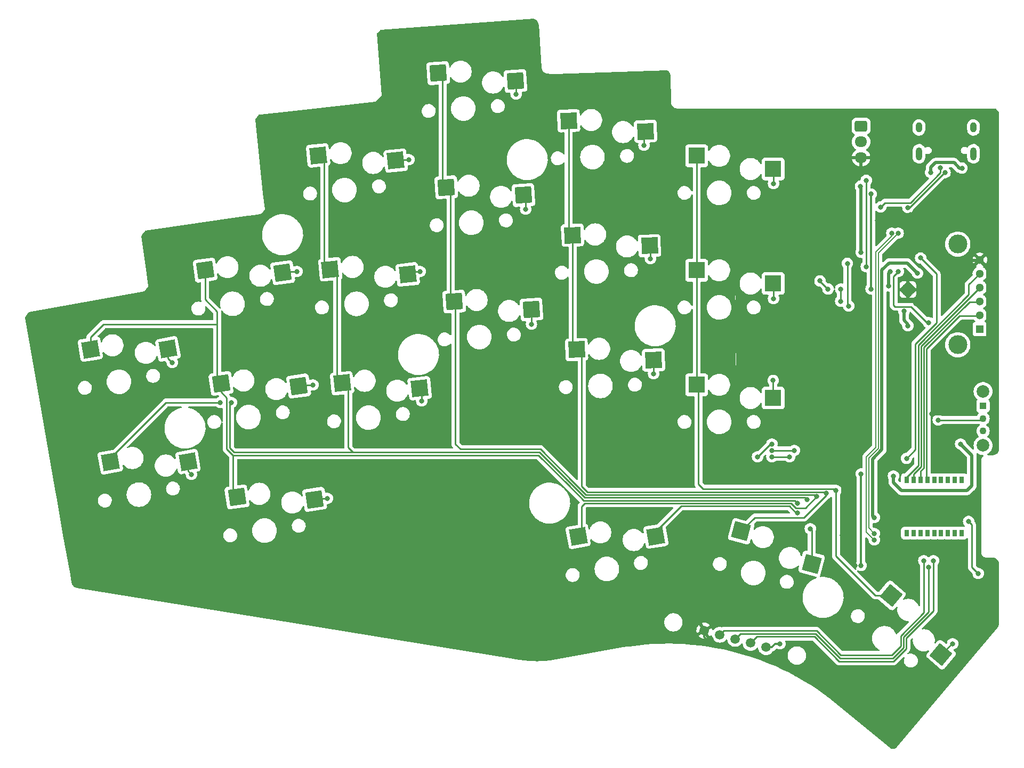
<source format=gbr>
%TF.GenerationSoftware,KiCad,Pcbnew,7.0.7*%
%TF.CreationDate,2023-12-03T19:36:59+01:00*%
%TF.ProjectId,nightliner,6e696768-746c-4696-9e65-722e6b696361,rev?*%
%TF.SameCoordinates,Original*%
%TF.FileFunction,Copper,L2,Bot*%
%TF.FilePolarity,Positive*%
%FSLAX46Y46*%
G04 Gerber Fmt 4.6, Leading zero omitted, Abs format (unit mm)*
G04 Created by KiCad (PCBNEW 7.0.7) date 2023-12-03 19:36:59*
%MOMM*%
%LPD*%
G01*
G04 APERTURE LIST*
G04 Aperture macros list*
%AMRoundRect*
0 Rectangle with rounded corners*
0 $1 Rounding radius*
0 $2 $3 $4 $5 $6 $7 $8 $9 X,Y pos of 4 corners*
0 Add a 4 corners polygon primitive as box body*
4,1,4,$2,$3,$4,$5,$6,$7,$8,$9,$2,$3,0*
0 Add four circle primitives for the rounded corners*
1,1,$1+$1,$2,$3*
1,1,$1+$1,$4,$5*
1,1,$1+$1,$6,$7*
1,1,$1+$1,$8,$9*
0 Add four rect primitives between the rounded corners*
20,1,$1+$1,$2,$3,$4,$5,0*
20,1,$1+$1,$4,$5,$6,$7,0*
20,1,$1+$1,$6,$7,$8,$9,0*
20,1,$1+$1,$8,$9,$2,$3,0*%
%AMRotRect*
0 Rectangle, with rotation*
0 The origin of the aperture is its center*
0 $1 length*
0 $2 width*
0 $3 Rotation angle, in degrees counterclockwise*
0 Add horizontal line*
21,1,$1,$2,0,0,$3*%
G04 Aperture macros list end*
%TA.AperFunction,ComponentPad*%
%ADD10O,1.000000X2.100000*%
%TD*%
%TA.AperFunction,ComponentPad*%
%ADD11O,1.000000X1.600000*%
%TD*%
%TA.AperFunction,SMDPad,CuDef*%
%ADD12RotRect,2.600000X2.600000X8.000000*%
%TD*%
%TA.AperFunction,SMDPad,CuDef*%
%ADD13RotRect,2.600000X2.600000X6.000000*%
%TD*%
%TA.AperFunction,ComponentPad*%
%ADD14R,0.700000X1.000000*%
%TD*%
%TA.AperFunction,SMDPad,CuDef*%
%ADD15RotRect,2.600000X2.600000X4.000000*%
%TD*%
%TA.AperFunction,SMDPad,CuDef*%
%ADD16RotRect,2.600000X2.600000X10.000000*%
%TD*%
%TA.AperFunction,SMDPad,CuDef*%
%ADD17RotRect,2.600000X2.600000X320.000000*%
%TD*%
%TA.AperFunction,SMDPad,CuDef*%
%ADD18R,2.600000X2.600000*%
%TD*%
%TA.AperFunction,SMDPad,CuDef*%
%ADD19RotRect,2.600000X2.600000X345.000000*%
%TD*%
%TA.AperFunction,WasherPad*%
%ADD20C,3.000000*%
%TD*%
%TA.AperFunction,ComponentPad*%
%ADD21R,1.300000X1.300000*%
%TD*%
%TA.AperFunction,ComponentPad*%
%ADD22C,1.300000*%
%TD*%
%TA.AperFunction,SMDPad,CuDef*%
%ADD23RotRect,2.600000X2.600000X2.000000*%
%TD*%
%TA.AperFunction,ComponentPad*%
%ADD24C,0.500000*%
%TD*%
%TA.AperFunction,SMDPad,CuDef*%
%ADD25R,1.600000X1.600000*%
%TD*%
%TA.AperFunction,ComponentPad*%
%ADD26RoundRect,0.250000X-0.725000X0.600000X-0.725000X-0.600000X0.725000X-0.600000X0.725000X0.600000X0*%
%TD*%
%TA.AperFunction,ComponentPad*%
%ADD27O,1.950000X1.700000*%
%TD*%
%TA.AperFunction,SMDPad,CuDef*%
%ADD28C,1.500000*%
%TD*%
%TA.AperFunction,ComponentPad*%
%ADD29C,2.000000*%
%TD*%
%TA.AperFunction,ComponentPad*%
%ADD30R,1.100000X1.100000*%
%TD*%
%TA.AperFunction,ComponentPad*%
%ADD31C,1.100000*%
%TD*%
%TA.AperFunction,ViaPad*%
%ADD32C,0.800000*%
%TD*%
%TA.AperFunction,Conductor*%
%ADD33C,0.350000*%
%TD*%
%TA.AperFunction,Conductor*%
%ADD34C,0.500000*%
%TD*%
%TA.AperFunction,Conductor*%
%ADD35C,0.250000*%
%TD*%
%TA.AperFunction,Conductor*%
%ADD36C,0.200000*%
%TD*%
G04 APERTURE END LIST*
D10*
%TO.P,J1,S1,SHIELD*%
%TO.N,GNDS*%
X169420000Y-44786000D03*
D11*
X169420000Y-40606000D03*
D10*
X160780000Y-44786000D03*
D11*
X160780000Y-40606000D03*
%TD*%
D12*
%TO.P,SW6,1,A*%
%TO.N,COL0*%
X49918888Y-81319484D03*
%TO.P,SW6,2,B*%
%TO.N,Net-(D6-A)*%
X62242909Y-81708094D03*
%TD*%
D13*
%TO.P,SW2,1,A*%
%TO.N,COL1*%
X65349743Y-45049954D03*
%TO.P,SW2,2,B*%
%TO.N,Net-(D2-A)*%
X77652694Y-45868429D03*
%TD*%
D14*
%TO.P,U1,14,[L]_P1.14*%
%TO.N,unconnected-(U1-[L]_P1.14-Pad14)*%
X167584000Y-96588000D03*
%TO.P,U1,15,[L]_P1.12*%
%TO.N,unconnected-(U1-[L]_P1.12-Pad15)*%
X166484000Y-96588000D03*
%TO.P,U1,16,P0.25*%
%TO.N,unconnected-(U1-P0.25-Pad16)*%
X165384000Y-96588000D03*
%TO.P,U1,17,P0.11*%
%TO.N,unconnected-(U1-P0.11-Pad17)*%
X164284000Y-96588000D03*
%TO.P,U1,18,P1.08*%
%TO.N,unconnected-(U1-P1.08-Pad18)*%
X163184000Y-96588000D03*
%TO.P,U1,19,P0.27*%
%TO.N,RX*%
X162084000Y-96588000D03*
%TO.P,U1,20,P0.08*%
%TO.N,TX*%
X160984000Y-96588000D03*
%TO.P,U1,21,P0.06*%
%TO.N,RTS*%
X159884000Y-96588000D03*
%TO.P,U1,22,P0.26*%
%TO.N,CTS*%
X158784000Y-96588000D03*
%TO.P,U1,23,[L]_P1.07*%
%TO.N,unconnected-(U1-[L]_P1.07-Pad23)*%
X167584000Y-105088000D03*
%TO.P,U1,24,[L]_P1.05*%
%TO.N,unconnected-(U1-[L]_P1.05-Pad24)*%
X166484000Y-105088000D03*
%TO.P,U1,25,P0.24*%
%TO.N,unconnected-(U1-P0.24-Pad25)*%
X165384000Y-105088000D03*
%TO.P,U1,26,P0.20*%
%TO.N,unconnected-(U1-P0.20-Pad26)*%
X164284000Y-105088000D03*
%TO.P,U1,27,P0.17*%
%TO.N,unconnected-(U1-P0.17-Pad27)*%
X163184000Y-105088000D03*
%TO.P,U1,28,P0.15*%
%TO.N,unconnected-(U1-P0.15-Pad28)*%
X162084000Y-105088000D03*
%TO.P,U1,29,P0.14*%
%TO.N,unconnected-(U1-P0.14-Pad29)*%
X160984000Y-105088000D03*
%TO.P,U1,30,P0.13*%
%TO.N,unconnected-(U1-P0.13-Pad30)*%
X159884000Y-105088000D03*
%TO.P,U1,31,P0.16*%
%TO.N,unconnected-(U1-P0.16-Pad31)*%
X158784000Y-105088000D03*
%TD*%
D15*
%TO.P,SW3,1,A*%
%TO.N,COL2*%
X84415010Y-31966420D03*
%TO.P,SW3,2,B*%
%TO.N,Net-(D3-A)*%
X96681902Y-33213764D03*
%TD*%
D16*
%TO.P,SW16,1,A*%
%TO.N,COL0*%
X29160696Y-75851114D03*
%TO.P,SW16,2,B*%
%TO.N,Net-(D16-A)*%
X41490771Y-75809385D03*
%TD*%
D17*
%TO.P,SW20,1,A*%
%TO.N,COL4*%
X156326686Y-115000559D03*
%TO.P,SW20,2,B*%
%TO.N,Net-(D20-A)*%
X164284272Y-124419122D03*
%TD*%
D18*
%TO.P,SW5,1,A*%
%TO.N,COL4*%
X125457302Y-45106119D03*
%TO.P,SW5,2,B*%
%TO.N,Net-(D5-A)*%
X137607302Y-47206119D03*
%TD*%
D19*
%TO.P,SW19,1,A*%
%TO.N,COL3*%
X132526183Y-104794692D03*
%TO.P,SW19,2,B*%
%TO.N,Net-(D19-A)*%
X143718661Y-109967787D03*
%TD*%
D18*
%TO.P,SW10,1,A*%
%TO.N,COL4*%
X125457302Y-63306119D03*
%TO.P,SW10,2,B*%
%TO.N,Net-(D10-A)*%
X137607302Y-65406119D03*
%TD*%
D13*
%TO.P,SW12,1,A*%
%TO.N,COL1*%
X69154579Y-81250551D03*
%TO.P,SW12,2,B*%
%TO.N,Net-(D12-A)*%
X81457530Y-82069026D03*
%TD*%
D20*
%TO.P,J3,*%
%TO.N,*%
X166934000Y-75144000D03*
X166934000Y-59144000D03*
D21*
%TO.P,J3,1,Pin_1*%
%TO.N,Net-(J3-Pin_1)*%
X170434000Y-72644000D03*
D22*
%TO.P,J3,2,Pin_2*%
%TO.N,RX*%
X170434000Y-70444000D03*
%TO.P,J3,3,Pin_3*%
%TO.N,TX*%
X170434000Y-68244000D03*
%TO.P,J3,4,Pin_4*%
%TO.N,RTS*%
X170434000Y-66044000D03*
%TO.P,J3,5,Pin_5*%
%TO.N,CTS*%
X170434000Y-63844000D03*
%TO.P,J3,6,Pin_6*%
%TO.N,GND*%
X170434000Y-61644000D03*
%TD*%
D23*
%TO.P,SW9,1,A*%
%TO.N,COL3*%
X105757454Y-57730322D03*
%TO.P,SW9,2,B*%
%TO.N,Net-(D9-A)*%
X117973341Y-59405014D03*
%TD*%
D12*
%TO.P,SW1,1,A*%
%TO.N,COL0*%
X47385937Y-63296605D03*
%TO.P,SW1,2,B*%
%TO.N,Net-(D1-A)*%
X59709958Y-63685215D03*
%TD*%
D18*
%TO.P,SW15,1,A*%
%TO.N,COL4*%
X125457302Y-81506119D03*
%TO.P,SW15,2,B*%
%TO.N,Net-(D15-A)*%
X137607302Y-83606119D03*
%TD*%
D15*
%TO.P,SW8,1,A*%
%TO.N,COL2*%
X85684577Y-50122085D03*
%TO.P,SW8,2,B*%
%TO.N,Net-(D8-A)*%
X97951469Y-51369429D03*
%TD*%
D12*
%TO.P,SW11,1,A*%
%TO.N,COL0*%
X52451838Y-99342363D03*
%TO.P,SW11,2,B*%
%TO.N,Net-(D11-A)*%
X64775859Y-99730973D03*
%TD*%
D23*
%TO.P,SW4,1,A*%
%TO.N,COL3*%
X105122283Y-39541409D03*
%TO.P,SW4,2,B*%
%TO.N,Net-(D4-A)*%
X117338170Y-41216101D03*
%TD*%
D15*
%TO.P,SW13,1,A*%
%TO.N,COL2*%
X86954145Y-68277751D03*
%TO.P,SW13,2,B*%
%TO.N,Net-(D13-A)*%
X99221037Y-69525095D03*
%TD*%
D16*
%TO.P,SW17,1,A*%
%TO.N,COL1*%
X32321093Y-93774615D03*
%TO.P,SW17,2,B*%
%TO.N,Net-(D17-A)*%
X44651168Y-93732886D03*
%TD*%
D13*
%TO.P,SW7,1,A*%
%TO.N,COL1*%
X67252161Y-63150252D03*
%TO.P,SW7,2,B*%
%TO.N,Net-(D7-A)*%
X79555112Y-63968727D03*
%TD*%
D23*
%TO.P,SW14,1,A*%
%TO.N,COL3*%
X106392625Y-75919235D03*
%TO.P,SW14,2,B*%
%TO.N,Net-(D14-A)*%
X118608512Y-77593927D03*
%TD*%
D16*
%TO.P,SW18,1,A*%
%TO.N,COL2*%
X106642415Y-105603562D03*
%TO.P,SW18,2,B*%
%TO.N,Net-(D18-A)*%
X118972490Y-105561833D03*
%TD*%
D24*
%TO.P,U4,17,VSS*%
%TO.N,GND*%
X158458000Y-65830500D03*
X158458000Y-66930500D03*
D25*
X159008000Y-66380500D03*
D24*
X159558000Y-65830500D03*
X159558000Y-66930500D03*
%TD*%
D26*
%TO.P,J2,1*%
%TO.N,Net-(JP1-B)*%
X151566000Y-40386000D03*
D27*
%TO.P,J2,2*%
%TO.N,/BAT_TEMP*%
X151566000Y-42886000D03*
%TO.P,J2,3*%
%TO.N,GND*%
X151566000Y-45386000D03*
%TD*%
D28*
%TO.P,P1,1,VDD*%
%TO.N,VDD*%
X136478904Y-123225199D03*
%TO.P,P1,2,SWCLK*%
%TO.N,SWCLK*%
X134025452Y-122567799D03*
%TO.P,P1,3,SWDIO*%
%TO.N,SWDIO*%
X131572001Y-121910399D03*
%TO.P,P1,4,SWO*%
%TO.N,SWO*%
X129118549Y-121252998D03*
%TO.P,P1,5,GND*%
%TO.N,GND*%
X126668557Y-120596525D03*
%TD*%
D29*
%TO.P,SW21,*%
%TO.N,*%
X170942000Y-82568000D03*
X170942000Y-91168000D03*
D30*
%TO.P,SW21,1,A*%
%TO.N,unconnected-(SW21-A-Pad1)*%
X170942000Y-84868000D03*
D31*
%TO.P,SW21,2,B*%
%TO.N,Net-(SW21-B)*%
X170942000Y-86868000D03*
%TO.P,SW21,3,C*%
%TO.N,Net-(JP3-A)*%
X170942000Y-88868000D03*
%TD*%
D32*
%TO.N,GND*%
X164846000Y-65344000D03*
X165100000Y-41656000D03*
X164592000Y-62230000D03*
X160274000Y-68580000D03*
X148590000Y-96454000D03*
X159386500Y-54484500D03*
X140208000Y-72898000D03*
X170375500Y-49302905D03*
X154178000Y-55372000D03*
X129032000Y-66040000D03*
X162814000Y-86106000D03*
X169926000Y-47231500D03*
X150572497Y-110236000D03*
X140208000Y-84074000D03*
X165454000Y-83720000D03*
X148590000Y-105410000D03*
X129032000Y-84328000D03*
X127762000Y-121907000D03*
%TO.N,VBUS*%
X153670000Y-102616000D03*
X160528000Y-63766500D03*
%TO.N,/VBAT*%
X156210000Y-63500000D03*
X155986760Y-65793429D03*
X151476201Y-49946505D03*
X151567696Y-60452000D03*
%TO.N,VIN*%
X153162000Y-51204500D03*
X158379753Y-69829253D03*
X159004000Y-72136000D03*
X153149000Y-66294000D03*
%TO.N,Net-(SW21-B)*%
X163830000Y-87122000D03*
%TO.N,VDD*%
X167386000Y-90932000D03*
X151572000Y-95679500D03*
X138684000Y-122682000D03*
X156718000Y-96012000D03*
X151572000Y-110236000D03*
%TO.N,Net-(D1-A)*%
X61976000Y-63500000D03*
%TO.N,Net-(D2-A)*%
X79756000Y-45720000D03*
%TO.N,Net-(D3-A)*%
X96774000Y-35306000D03*
%TO.N,Net-(D4-A)*%
X117094000Y-43434000D03*
%TO.N,Net-(D5-A)*%
X137668000Y-49530000D03*
%TO.N,Net-(D6-A)*%
X64516000Y-81534000D03*
%TO.N,Net-(D7-A)*%
X81534000Y-63500000D03*
%TO.N,Net-(D8-A)*%
X98298000Y-53594000D03*
%TO.N,Net-(D9-A)*%
X118110000Y-61468000D03*
%TO.N,Net-(D10-A)*%
X137668000Y-67818000D03*
%TO.N,Net-(D11-A)*%
X135128000Y-92964000D03*
X137414000Y-90932000D03*
X66802000Y-99568000D03*
%TO.N,Net-(D12-A)*%
X81788000Y-84074000D03*
%TO.N,Net-(D13-A)*%
X99221037Y-71882000D03*
%TO.N,Net-(D14-A)*%
X118618000Y-79756000D03*
%TO.N,Net-(D15-A)*%
X137607302Y-80832698D03*
%TO.N,Net-(D16-A)*%
X137414000Y-91948000D03*
X140970000Y-91948000D03*
X42164000Y-77978000D03*
%TO.N,Net-(D17-A)*%
X45212000Y-95758000D03*
X137414000Y-92964000D03*
X140208000Y-92964000D03*
%TO.N,Net-(D18-A)*%
X141482299Y-101849701D03*
%TO.N,Net-(D19-A)*%
X143510000Y-104394000D03*
%TO.N,Net-(D20-A)*%
X166116000Y-122682000D03*
%TO.N,BT_LED*%
X148336000Y-68230500D03*
X148336000Y-66294000D03*
%TO.N,Net-(D22-K)*%
X145043798Y-64996298D03*
X146308514Y-66289915D03*
%TO.N,BAT_STAT*%
X149606000Y-68987500D03*
X149397500Y-62225701D03*
%TO.N,Net-(F1-Pad1)*%
X162624500Y-47752000D03*
X167589013Y-47061558D03*
%TO.N,/DPlus*%
X164182395Y-47041434D03*
X154686000Y-53239500D03*
%TO.N,/DMinus*%
X164921313Y-47789813D03*
X159013305Y-53340000D03*
%TO.N,/BAT_TEMP*%
X152387500Y-62738000D03*
X152395701Y-49017701D03*
%TO.N,Net-(U4-ISET)*%
X162306000Y-71628000D03*
X157480000Y-63500000D03*
%TO.N,VSENSE*%
X158784000Y-93218000D03*
X161036000Y-61364500D03*
%TO.N,COL0*%
X141478000Y-100330000D03*
%TO.N,COL1*%
X49788299Y-84328000D03*
X143002000Y-99784500D03*
X51557701Y-84328000D03*
%TO.N,COL2*%
X144526000Y-99276500D03*
%TO.N,COL3*%
X146050000Y-98768500D03*
%TO.N,COL4*%
X147574000Y-98298000D03*
%TO.N,RESET*%
X168656000Y-103224000D03*
X170180000Y-111506000D03*
%TO.N,SWCLK*%
X163068000Y-109474000D03*
%TO.N,SWDIO*%
X162306000Y-110490000D03*
%TO.N,SWO*%
X161544000Y-109474000D03*
%TO.N,D+*%
X156464000Y-57404000D03*
X153670000Y-106172000D03*
%TO.N,D-*%
X157463503Y-57404000D03*
X153670000Y-105156000D03*
%TD*%
D33*
%TO.N,GND*%
X154178000Y-55372000D02*
X158499000Y-55372000D01*
X148590000Y-96454000D02*
X148590000Y-105410000D01*
X150622000Y-110186497D02*
X150572497Y-110236000D01*
D34*
X164846000Y-86106000D02*
X165454000Y-85498000D01*
X166878000Y-82296000D02*
X168783000Y-82296000D01*
D33*
X126668557Y-121588557D02*
X126668557Y-120596525D01*
X127762000Y-121907000D02*
X126987000Y-121907000D01*
D34*
X169926000Y-47231500D02*
X169926000Y-48260000D01*
D33*
X148590000Y-105410000D02*
X150622000Y-107442000D01*
X126987000Y-121907000D02*
X126668557Y-121588557D01*
D34*
X171704000Y-62992000D02*
X170336001Y-61624000D01*
X162814000Y-86106000D02*
X164846000Y-86106000D01*
X170375500Y-48709500D02*
X170375500Y-49302905D01*
X171704000Y-79375000D02*
X171704000Y-62992000D01*
X165454000Y-83720000D02*
X166878000Y-82296000D01*
D33*
X150622000Y-107442000D02*
X150622000Y-110186497D01*
D34*
X164846000Y-62484000D02*
X164592000Y-62230000D01*
X165454000Y-85498000D02*
X165454000Y-83720000D01*
X169926000Y-48260000D02*
X170375500Y-48709500D01*
X165100000Y-61722000D02*
X164592000Y-62230000D01*
X168783000Y-82296000D02*
X171704000Y-79375000D01*
X164846000Y-65344000D02*
X164846000Y-62484000D01*
D33*
X158499000Y-55372000D02*
X159386500Y-54484500D01*
D34*
X170336001Y-61624000D02*
X170238001Y-61722000D01*
X170238001Y-61722000D02*
X165100000Y-61722000D01*
%TO.N,VBUS*%
X158916000Y-62154500D02*
X160528000Y-63766500D01*
X153670000Y-102616000D02*
X153416000Y-102362000D01*
X156031500Y-62154500D02*
X158916000Y-62154500D01*
X154874000Y-91833502D02*
X154874000Y-63312000D01*
X154874000Y-63312000D02*
X156031500Y-62154500D01*
X153416000Y-102362000D02*
X153416000Y-93291504D01*
X153416000Y-93291504D02*
X154874000Y-91833502D01*
%TO.N,/VBAT*%
X155986760Y-65793429D02*
X155956000Y-65762669D01*
X151567696Y-60452000D02*
X151567696Y-50038000D01*
X151567696Y-50038000D02*
X151476201Y-49946505D01*
X155956000Y-65762669D02*
X155956000Y-63754000D01*
X155956000Y-63754000D02*
X156210000Y-63500000D01*
D33*
%TO.N,VIN*%
X153162000Y-55706016D02*
X153162000Y-66307000D01*
X153162000Y-66307000D02*
X153149000Y-66294000D01*
D34*
X158379753Y-71257753D02*
X159004000Y-71882000D01*
D33*
X153162000Y-51204500D02*
X153149000Y-51217500D01*
D34*
X158379753Y-69829253D02*
X158379753Y-71257753D01*
D33*
X153149000Y-51217500D02*
X153149000Y-55693016D01*
X153149000Y-55693016D02*
X153162000Y-55706016D01*
D34*
X159004000Y-71882000D02*
X159004000Y-72136000D01*
D35*
%TO.N,Net-(SW21-B)*%
X170942000Y-86868000D02*
X170942000Y-86836000D01*
X163830000Y-87122000D02*
X170688000Y-87122000D01*
X170688000Y-87122000D02*
X170942000Y-86868000D01*
D34*
%TO.N,VDD*%
X168402000Y-98298000D02*
X157988000Y-98298000D01*
D33*
X138684000Y-122682000D02*
X137922000Y-122682000D01*
X137922000Y-122682000D02*
X137378801Y-123225199D01*
D34*
X157988000Y-98298000D02*
X156718000Y-97028000D01*
X167386000Y-90932000D02*
X169164000Y-92710000D01*
D33*
X151572000Y-110236000D02*
X151572000Y-95679500D01*
X137378801Y-123225199D02*
X136478904Y-123225199D01*
D34*
X156718000Y-97028000D02*
X156718000Y-96012000D01*
X169164000Y-97536000D02*
X168402000Y-98298000D01*
X169164000Y-92710000D02*
X169164000Y-97536000D01*
D35*
%TO.N,Net-(D1-A)*%
X61976000Y-63500000D02*
X59895173Y-63500000D01*
X59895173Y-63500000D02*
X59709958Y-63685215D01*
%TO.N,Net-(D2-A)*%
X79756000Y-45720000D02*
X77801123Y-45720000D01*
X77801123Y-45720000D02*
X77652694Y-45868429D01*
%TO.N,Net-(D3-A)*%
X96774000Y-33305862D02*
X96681902Y-33213764D01*
X96774000Y-35306000D02*
X96774000Y-33305862D01*
%TO.N,Net-(D4-A)*%
X117094000Y-41460271D02*
X117338170Y-41216101D01*
X117094000Y-43434000D02*
X117094000Y-41460271D01*
%TO.N,Net-(D5-A)*%
X137668000Y-49530000D02*
X137668000Y-47266817D01*
X137668000Y-47266817D02*
X137607302Y-47206119D01*
%TO.N,Net-(D6-A)*%
X64516000Y-81534000D02*
X62417003Y-81534000D01*
X62417003Y-81534000D02*
X62242909Y-81708094D01*
%TO.N,Net-(D7-A)*%
X81534000Y-63500000D02*
X80023839Y-63500000D01*
X80023839Y-63500000D02*
X79555112Y-63968727D01*
%TO.N,Net-(D8-A)*%
X98298000Y-51715960D02*
X97951469Y-51369429D01*
X98298000Y-53594000D02*
X98298000Y-51715960D01*
%TO.N,Net-(D9-A)*%
X118110000Y-59541673D02*
X117973341Y-59405014D01*
X118110000Y-61468000D02*
X118110000Y-59541673D01*
%TO.N,Net-(D10-A)*%
X137668000Y-65466817D02*
X137607302Y-65406119D01*
X137668000Y-67818000D02*
X137668000Y-65466817D01*
%TO.N,Net-(D11-A)*%
X66802000Y-99568000D02*
X64938832Y-99568000D01*
X137160000Y-90932000D02*
X137414000Y-90932000D01*
X135128000Y-92964000D02*
X137160000Y-90932000D01*
X64938832Y-99568000D02*
X64775859Y-99730973D01*
%TO.N,Net-(D12-A)*%
X81788000Y-82399496D02*
X81457530Y-82069026D01*
X81788000Y-84074000D02*
X81788000Y-82399496D01*
%TO.N,Net-(D13-A)*%
X99221037Y-71882000D02*
X99221037Y-69525095D01*
%TO.N,Net-(D14-A)*%
X118608512Y-79746512D02*
X118608512Y-77593927D01*
X118618000Y-79756000D02*
X118608512Y-79746512D01*
%TO.N,Net-(D15-A)*%
X137607302Y-80832698D02*
X137607302Y-83606119D01*
%TO.N,Net-(D16-A)*%
X41490771Y-77304771D02*
X41490771Y-75809385D01*
X42164000Y-77978000D02*
X41490771Y-77304771D01*
X140970000Y-91948000D02*
X137414000Y-91948000D01*
%TO.N,Net-(D17-A)*%
X44651168Y-95197168D02*
X44651168Y-93732886D01*
X45212000Y-95758000D02*
X44651168Y-95197168D01*
X140208000Y-92964000D02*
X137414000Y-92964000D01*
%TO.N,Net-(D18-A)*%
X141219701Y-101849701D02*
X140172000Y-100802000D01*
X141482299Y-101849701D02*
X141219701Y-101849701D01*
X118972490Y-104801510D02*
X118972490Y-105561833D01*
X122972000Y-100802000D02*
X118972490Y-104801510D01*
X140172000Y-100802000D02*
X122972000Y-100802000D01*
%TO.N,Net-(D19-A)*%
X143718661Y-104602661D02*
X143718661Y-109967787D01*
X143510000Y-104394000D02*
X143718661Y-104602661D01*
%TO.N,Net-(D20-A)*%
X166116000Y-122682000D02*
X166021394Y-122682000D01*
X166021394Y-122682000D02*
X164284272Y-124419122D01*
%TO.N,BT_LED*%
X148336000Y-68230500D02*
X148336000Y-66294000D01*
%TO.N,Net-(D22-K)*%
X146308514Y-66289915D02*
X145043798Y-65025199D01*
X145043798Y-65025199D02*
X145043798Y-64996298D01*
%TO.N,BAT_STAT*%
X149606000Y-68987500D02*
X149397500Y-68779000D01*
X149397500Y-68779000D02*
X149397500Y-62225701D01*
D34*
%TO.N,Net-(F1-Pad1)*%
X163358566Y-46191434D02*
X162624500Y-46925500D01*
X167203558Y-47061558D02*
X166333434Y-46191434D01*
X167589013Y-47061558D02*
X167203558Y-47061558D01*
X166333434Y-46191434D02*
X163358566Y-46191434D01*
X162624500Y-46925500D02*
X162624500Y-47752000D01*
D35*
%TO.N,/DPlus*%
X159388257Y-52578000D02*
X155347500Y-52578000D01*
X164182395Y-47041434D02*
X164182395Y-47783862D01*
X155347500Y-52578000D02*
X154686000Y-53239500D01*
X164182395Y-47783862D02*
X159388257Y-52578000D01*
%TO.N,/DMinus*%
X159262653Y-53340000D02*
X164812840Y-47789813D01*
X164812840Y-47789813D02*
X164921313Y-47789813D01*
X159013305Y-53340000D02*
X159262653Y-53340000D01*
%TO.N,/BAT_TEMP*%
X152400000Y-62725500D02*
X152387500Y-62738000D01*
X152395701Y-49017701D02*
X152400000Y-49022000D01*
X152400000Y-49022000D02*
X152400000Y-62725500D01*
%TO.N,Net-(U4-ISET)*%
X156988253Y-69104253D02*
X156718000Y-68834000D01*
X162306000Y-71628000D02*
X162052000Y-71628000D01*
X159528253Y-69104253D02*
X156988253Y-69104253D01*
X156718000Y-64262000D02*
X157480000Y-63500000D01*
X156718000Y-68834000D02*
X156718000Y-64262000D01*
X162052000Y-71628000D02*
X159528253Y-69104253D01*
%TO.N,VSENSE*%
X161036000Y-61364500D02*
X163576000Y-63904500D01*
X160194000Y-91808000D02*
X158784000Y-93218000D01*
X163576000Y-71628000D02*
X160194000Y-75010000D01*
X160194000Y-75010000D02*
X160194000Y-91808000D01*
X163576000Y-63904500D02*
X163576000Y-71628000D01*
%TO.N,COL0*%
X49276000Y-69850000D02*
X49276000Y-71882000D01*
X52451838Y-99342363D02*
X51816000Y-98706525D01*
X51816000Y-98706525D02*
X51816000Y-92710000D01*
X51816000Y-92710000D02*
X50800000Y-91694000D01*
X105018000Y-97398000D02*
X100330000Y-92710000D01*
X49276000Y-80676596D02*
X49918888Y-81319484D01*
X50800000Y-91694000D02*
X50800000Y-83566000D01*
X107517812Y-99902000D02*
X105018000Y-97402188D01*
X52070000Y-92710000D02*
X51816000Y-92710000D01*
X100330000Y-92710000D02*
X52070000Y-92710000D01*
X49276000Y-71882000D02*
X49276000Y-80676596D01*
X141478000Y-100330000D02*
X141050000Y-99902000D01*
X47385937Y-67959937D02*
X49276000Y-69850000D01*
X49918888Y-82684888D02*
X49918888Y-81319484D01*
X29160696Y-73963304D02*
X31242000Y-71882000D01*
X31242000Y-71882000D02*
X49276000Y-71882000D01*
X105018000Y-97402188D02*
X105018000Y-97398000D01*
X47385937Y-63296605D02*
X47385937Y-67959937D01*
X29160696Y-75851114D02*
X29160696Y-73963304D01*
X141050000Y-99902000D02*
X107517812Y-99902000D01*
X50800000Y-83566000D02*
X49918888Y-82684888D01*
%TO.N,COL1*%
X41148000Y-84328000D02*
X32321093Y-93154907D01*
X51308000Y-91565604D02*
X52002396Y-92260000D01*
X68326000Y-80421972D02*
X68326000Y-64224091D01*
X67252161Y-63150252D02*
X66294000Y-62192091D01*
X52002396Y-92260000D02*
X100516396Y-92260000D01*
X70104000Y-82199972D02*
X69154579Y-81250551D01*
X105468000Y-97211604D02*
X105468000Y-97215792D01*
X100516396Y-92260000D02*
X105468000Y-97211604D01*
X69154579Y-81250551D02*
X68326000Y-80421972D01*
X68326000Y-64224091D02*
X67252161Y-63150252D01*
X66294000Y-45994211D02*
X65349743Y-45049954D01*
X66294000Y-62192091D02*
X66294000Y-45994211D01*
X49788299Y-84328000D02*
X41148000Y-84328000D01*
X70866000Y-92260000D02*
X70104000Y-91498000D01*
X105468000Y-97215792D02*
X107704208Y-99452000D01*
X51308000Y-84577701D02*
X51308000Y-91565604D01*
X70104000Y-91498000D02*
X70104000Y-82199972D01*
X51557701Y-84328000D02*
X51308000Y-84577701D01*
X32321093Y-93154907D02*
X32321093Y-93774615D01*
X142669500Y-99452000D02*
X143002000Y-99784500D01*
X107704208Y-99452000D02*
X142669500Y-99452000D01*
%TO.N,COL2*%
X87122000Y-68445606D02*
X86954145Y-68277751D01*
X140474696Y-100352000D02*
X107674000Y-100352000D01*
X105918000Y-97025208D02*
X100644792Y-91752000D01*
X86360000Y-50797508D02*
X85684577Y-50122085D01*
X105918000Y-97029396D02*
X105918000Y-97025208D01*
X100644792Y-91752000D02*
X87942000Y-91752000D01*
X144526000Y-99285805D02*
X142719805Y-101092000D01*
X107188000Y-105057977D02*
X106642415Y-105603562D01*
X107890604Y-99002000D02*
X105918000Y-97029396D01*
X144526000Y-99276500D02*
X144251500Y-99002000D01*
X107674000Y-100352000D02*
X107188000Y-100838000D01*
X144251500Y-99002000D02*
X107890604Y-99002000D01*
X142719805Y-101092000D02*
X141214696Y-101092000D01*
X86954145Y-68277751D02*
X86360000Y-67683606D01*
X85684577Y-50122085D02*
X85090000Y-49527508D01*
X87122000Y-90932000D02*
X87122000Y-68445606D01*
X87942000Y-91752000D02*
X87122000Y-90932000D01*
X107188000Y-100838000D02*
X107188000Y-105057977D01*
X141214696Y-101092000D02*
X140474696Y-100352000D01*
X144526000Y-99276500D02*
X144526000Y-99285805D01*
X86360000Y-67683606D02*
X86360000Y-50797508D01*
X85090000Y-32641410D02*
X84415010Y-31966420D01*
X85090000Y-49527508D02*
X85090000Y-32641410D01*
%TO.N,COL3*%
X106392625Y-75919235D02*
X107188000Y-76714610D01*
X106172000Y-76139860D02*
X106392625Y-75919235D01*
X105122283Y-39541409D02*
X105122283Y-57095151D01*
X146050000Y-98768500D02*
X146050000Y-99069305D01*
X105757454Y-57730322D02*
X105757454Y-75284064D01*
X108077000Y-98552000D02*
X145833500Y-98552000D01*
X145833500Y-98552000D02*
X146050000Y-98768500D01*
X146050000Y-99069305D02*
X142503305Y-102616000D01*
X105122283Y-57095151D02*
X105757454Y-57730322D01*
X107188000Y-76714610D02*
X107188000Y-97663000D01*
X107188000Y-97663000D02*
X108077000Y-98552000D01*
X134704875Y-102616000D02*
X132526183Y-104794692D01*
X105757454Y-75284064D02*
X106392625Y-75919235D01*
X142503305Y-102616000D02*
X134704875Y-102616000D01*
%TO.N,COL4*%
X125730000Y-97282000D02*
X126492000Y-98044000D01*
X125457302Y-45106119D02*
X125457302Y-63306119D01*
X147320000Y-98044000D02*
X147574000Y-98298000D01*
X147574000Y-98298000D02*
X147574000Y-108712000D01*
X125730000Y-81778817D02*
X125730000Y-97282000D01*
X125457302Y-63306119D02*
X125457302Y-81506119D01*
X125457302Y-81506119D02*
X125730000Y-81778817D01*
X147574000Y-108712000D02*
X153862559Y-115000559D01*
X126492000Y-98044000D02*
X147320000Y-98044000D01*
X153862559Y-115000559D02*
X156326686Y-115000559D01*
%TO.N,RESET*%
X169164000Y-110490000D02*
X169164000Y-103732000D01*
X169164000Y-103732000D02*
X168656000Y-103224000D01*
X170180000Y-111506000D02*
X169164000Y-110490000D01*
%TO.N,SWCLK*%
X135048053Y-121545198D02*
X134025452Y-122567799D01*
X148079208Y-125476000D02*
X144148406Y-121545198D01*
X156718000Y-125476000D02*
X148079208Y-125476000D01*
X163068000Y-117094000D02*
X163068000Y-117476396D01*
X163068000Y-117094000D02*
X163068000Y-117350792D01*
X158750000Y-121794396D02*
X158750000Y-123444000D01*
X163068000Y-109474000D02*
X163068000Y-117094000D01*
X144148406Y-121545198D02*
X135048053Y-121545198D01*
X163068000Y-117476396D02*
X158750000Y-121794396D01*
X158750000Y-123444000D02*
X156718000Y-125476000D01*
%TO.N,SWDIO*%
X148207604Y-124968000D02*
X144334802Y-121095198D01*
X144334802Y-121095198D02*
X132387202Y-121095198D01*
X162306000Y-117602000D02*
X158300000Y-121608000D01*
X132387202Y-121095198D02*
X131572001Y-121910399D01*
X156589604Y-124968000D02*
X148207604Y-124968000D01*
X158300000Y-121608000D02*
X158300000Y-123257604D01*
X158300000Y-123257604D02*
X156589604Y-124968000D01*
X162306000Y-110490000D02*
X162306000Y-117602000D01*
%TO.N,SWO*%
X161544000Y-117727604D02*
X157850000Y-121421604D01*
X157850000Y-123071208D02*
X156461208Y-124460000D01*
X157850000Y-121421604D02*
X157850000Y-123071208D01*
X148336000Y-124460000D02*
X144493199Y-120617199D01*
X129754348Y-120617199D02*
X129118549Y-121252998D01*
X161544000Y-109474000D02*
X161544000Y-117727604D01*
X144493199Y-120617199D02*
X129754348Y-120617199D01*
X156461208Y-124460000D02*
X148336000Y-124460000D01*
%TO.N,RX*%
X161994000Y-96498000D02*
X161994000Y-75771188D01*
X162084000Y-96588000D02*
X161994000Y-96498000D01*
X167239188Y-70526000D02*
X170324000Y-70526000D01*
X161994000Y-75771188D02*
X167239188Y-70526000D01*
%TO.N,TX*%
X160984000Y-95260792D02*
X160984000Y-96588000D01*
X161544000Y-94700792D02*
X160984000Y-95260792D01*
X170324000Y-68326000D02*
X168802792Y-68326000D01*
X161544000Y-75584792D02*
X161544000Y-94700792D01*
X168802792Y-68326000D02*
X161544000Y-75584792D01*
%TO.N,RTS*%
X159884000Y-95724396D02*
X159884000Y-96588000D01*
X161094000Y-94514396D02*
X159884000Y-95724396D01*
X161094000Y-75398396D02*
X161094000Y-94514396D01*
X170324000Y-66168396D02*
X161094000Y-75398396D01*
X170324000Y-66126000D02*
X170324000Y-66168396D01*
D36*
%TO.N,D+*%
X153924000Y-91440000D02*
X153924000Y-60377817D01*
X153670000Y-106172000D02*
X152400000Y-104902000D01*
X152400000Y-92964000D02*
X153924000Y-91440000D01*
X156464000Y-57837817D02*
X156464000Y-57404000D01*
X152400000Y-104902000D02*
X152400000Y-92964000D01*
X153924000Y-60377817D02*
X156464000Y-57837817D01*
%TO.N,D-*%
X154324000Y-91605685D02*
X154324000Y-60543503D01*
X152800000Y-93129686D02*
X154324000Y-91605685D01*
X154324000Y-60543503D02*
X157463503Y-57404000D01*
X152800000Y-104286000D02*
X152800000Y-93129686D01*
X153670000Y-105156000D02*
X152800000Y-104286000D01*
D35*
%TO.N,CTS*%
X160644000Y-75212000D02*
X168656000Y-67200000D01*
X158784000Y-96588000D02*
X158784000Y-96188000D01*
X160644000Y-94328000D02*
X160644000Y-75212000D01*
X168656000Y-65594000D02*
X170324000Y-63926000D01*
X158784000Y-96188000D02*
X160644000Y-94328000D01*
X168656000Y-67200000D02*
X168656000Y-65594000D01*
%TD*%
%TA.AperFunction,Conductor*%
%TO.N,GND*%
G36*
X99682402Y-23352780D02*
G01*
X99741139Y-23375325D01*
X99744221Y-23376606D01*
X99831094Y-23415510D01*
X99837684Y-23418949D01*
X99906933Y-23460557D01*
X99910869Y-23463132D01*
X99970484Y-23505458D01*
X99987047Y-23517218D01*
X99991831Y-23520981D01*
X100053195Y-23574322D01*
X100057588Y-23578537D01*
X100121741Y-23646436D01*
X100124859Y-23649999D01*
X100175687Y-23712766D01*
X100180015Y-23718820D01*
X100230623Y-23799419D01*
X100232342Y-23802331D01*
X100237820Y-23812213D01*
X100268402Y-23867385D01*
X100275806Y-23883310D01*
X100310518Y-23974336D01*
X100332975Y-24039559D01*
X100337986Y-24059203D01*
X100359322Y-24185069D01*
X100365899Y-24226611D01*
X100366511Y-24231985D01*
X100844088Y-31061650D01*
X100841182Y-31074905D01*
X100847270Y-31111283D01*
X100847966Y-31117143D01*
X100848970Y-31131320D01*
X100849114Y-31132170D01*
X100854221Y-31204759D01*
X100854223Y-31204767D01*
X100869316Y-31266319D01*
X100868798Y-31277775D01*
X100877192Y-31300225D01*
X100879335Y-31307176D01*
X100884054Y-31326417D01*
X100894982Y-31370982D01*
X100910159Y-31405795D01*
X100926995Y-31444415D01*
X100928630Y-31457378D01*
X100940294Y-31476413D01*
X100944270Y-31484041D01*
X100955178Y-31509064D01*
X100956417Y-31512127D01*
X100966713Y-31539665D01*
X100984546Y-31560054D01*
X101015099Y-31606511D01*
X101019452Y-31620781D01*
X101030568Y-31632912D01*
X101042745Y-31648546D01*
X101057413Y-31670849D01*
X101060685Y-31675004D01*
X101060300Y-31675307D01*
X101069874Y-31687873D01*
X101072599Y-31692321D01*
X101092329Y-31708150D01*
X101130727Y-31749170D01*
X101138231Y-31764059D01*
X101150107Y-31772848D01*
X101166870Y-31787781D01*
X101174366Y-31795789D01*
X101183103Y-31802400D01*
X101199707Y-31817513D01*
X101204893Y-31823173D01*
X101225283Y-31834317D01*
X101270091Y-31868223D01*
X101280942Y-31882876D01*
X101292607Y-31888441D01*
X101306099Y-31896649D01*
X101306362Y-31896233D01*
X101310843Y-31899058D01*
X101334540Y-31911308D01*
X101351361Y-31921786D01*
X101359433Y-31927760D01*
X101379240Y-31934416D01*
X101428629Y-31959947D01*
X101442801Y-31973491D01*
X101479219Y-31982913D01*
X101482386Y-31983823D01*
X101508451Y-31992072D01*
X101516448Y-31995227D01*
X101531479Y-32002398D01*
X101549655Y-32005111D01*
X101626028Y-32029280D01*
X101691133Y-32038179D01*
X101698268Y-32039584D01*
X101716592Y-32044325D01*
X101732804Y-32043875D01*
X101736097Y-32044325D01*
X101795582Y-32052456D01*
X101795582Y-32052455D01*
X101795590Y-32052457D01*
X101828668Y-32051318D01*
X101829374Y-32051500D01*
X101865457Y-32050116D01*
X101865750Y-32050141D01*
X101881009Y-32049518D01*
X101881010Y-32049519D01*
X101881108Y-32049515D01*
X101881108Y-32049516D01*
X101881499Y-32049501D01*
X101883095Y-32049445D01*
X101889162Y-32049505D01*
X101924136Y-32051632D01*
X101945205Y-32047276D01*
X101973624Y-32046283D01*
X102041307Y-32063614D01*
X102044544Y-32065606D01*
X102110321Y-32107499D01*
X102110321Y-32107498D01*
X102110322Y-32107499D01*
X102936063Y-32082120D01*
X120766557Y-31534118D01*
X120834167Y-31551733D01*
X120837870Y-31554045D01*
X120887702Y-31586407D01*
X120891522Y-31589100D01*
X120965800Y-31645838D01*
X120970437Y-31649754D01*
X120997839Y-31675307D01*
X121029892Y-31705196D01*
X121034135Y-31709561D01*
X121095889Y-31779668D01*
X121098881Y-31783338D01*
X121147481Y-31847832D01*
X121151594Y-31854032D01*
X121176325Y-31896649D01*
X121198240Y-31934416D01*
X121199363Y-31936350D01*
X121200980Y-31939322D01*
X121234743Y-32005587D01*
X121241589Y-32021764D01*
X121273110Y-32113953D01*
X121293276Y-32179910D01*
X121297599Y-32199716D01*
X121314518Y-32326124D01*
X121319615Y-32367637D01*
X121320062Y-32373826D01*
X121410597Y-36506412D01*
X121407059Y-36519515D01*
X121411741Y-36567060D01*
X121412023Y-36571671D01*
X121412090Y-36574527D01*
X121412124Y-36576062D01*
X121412124Y-36664882D01*
X121423684Y-36730442D01*
X121422396Y-36741989D01*
X121429254Y-36764598D01*
X121430983Y-36771834D01*
X121442991Y-36839932D01*
X121472222Y-36920242D01*
X121473031Y-36932980D01*
X121480874Y-36947653D01*
X121488036Y-36963693D01*
X121502604Y-37003718D01*
X121503786Y-37006964D01*
X121503789Y-37006971D01*
X121554134Y-37094171D01*
X121557530Y-37108169D01*
X121566884Y-37119567D01*
X121578413Y-37136224D01*
X121592664Y-37160908D01*
X121592669Y-37160916D01*
X121595773Y-37165349D01*
X121595404Y-37165606D01*
X121604790Y-37179487D01*
X121606497Y-37182682D01*
X121624537Y-37198893D01*
X121666391Y-37248772D01*
X121672812Y-37263444D01*
X121682818Y-37271656D01*
X121699143Y-37287804D01*
X121706921Y-37297074D01*
X121706927Y-37297080D01*
X121716196Y-37304857D01*
X121732346Y-37321183D01*
X121736213Y-37325895D01*
X121755223Y-37337605D01*
X121805107Y-37379462D01*
X121814786Y-37394010D01*
X121824513Y-37399209D01*
X121838397Y-37408597D01*
X121838656Y-37408229D01*
X121843089Y-37411333D01*
X121843090Y-37411334D01*
X121843092Y-37411335D01*
X121867771Y-37425583D01*
X121884432Y-37437115D01*
X121891028Y-37442528D01*
X121909825Y-37449864D01*
X121997027Y-37500210D01*
X121997028Y-37500211D01*
X121997029Y-37500211D01*
X121997032Y-37500213D01*
X122040302Y-37515962D01*
X122056342Y-37523124D01*
X122066102Y-37528341D01*
X122083736Y-37531770D01*
X122164068Y-37561009D01*
X122232175Y-37573018D01*
X122239405Y-37574745D01*
X122257098Y-37580112D01*
X122273539Y-37580311D01*
X122339122Y-37591876D01*
X122412605Y-37591876D01*
X122418952Y-37592498D01*
X122427901Y-37592498D01*
X122436350Y-37592498D01*
X122442430Y-37592797D01*
X122474573Y-37595962D01*
X122495021Y-37592498D01*
X160527510Y-37592498D01*
X160979301Y-37592807D01*
X172795471Y-37600889D01*
X172802363Y-37601279D01*
X172807721Y-37601882D01*
X172865725Y-37608417D01*
X172887824Y-37612975D01*
X172941044Y-37629118D01*
X173010520Y-37653428D01*
X173056458Y-37682007D01*
X173387262Y-38006943D01*
X173417410Y-38054450D01*
X173444881Y-38132955D01*
X173461021Y-38186159D01*
X173465582Y-38208274D01*
X173478034Y-38318803D01*
X173481201Y-38350958D01*
X173481500Y-38357039D01*
X173481500Y-91691290D01*
X173481264Y-91696697D01*
X173477523Y-91739451D01*
X173464791Y-91868716D01*
X173461163Y-91888654D01*
X173443053Y-91956244D01*
X173414194Y-92051375D01*
X173407917Y-92067783D01*
X173375995Y-92136241D01*
X173374482Y-92139267D01*
X173328764Y-92224797D01*
X173324869Y-92231138D01*
X173277843Y-92298298D01*
X173274981Y-92302070D01*
X173214599Y-92375645D01*
X173210510Y-92380157D01*
X173152147Y-92438518D01*
X173147637Y-92442606D01*
X173074061Y-92502989D01*
X173070288Y-92505851D01*
X173003137Y-92552870D01*
X172996797Y-92556765D01*
X172911238Y-92602496D01*
X172908213Y-92604008D01*
X172839782Y-92635917D01*
X172823373Y-92642196D01*
X172728213Y-92671062D01*
X172660654Y-92689163D01*
X172640716Y-92692791D01*
X172511350Y-92705532D01*
X172502979Y-92706264D01*
X172468697Y-92709263D01*
X172463296Y-92709499D01*
X171735884Y-92709499D01*
X171668845Y-92689814D01*
X171623090Y-92637010D01*
X171613146Y-92567852D01*
X171642171Y-92504296D01*
X171676864Y-92476446D01*
X171765509Y-92428474D01*
X171961744Y-92275738D01*
X172130164Y-92092785D01*
X172266173Y-91884607D01*
X172366063Y-91656881D01*
X172427108Y-91415821D01*
X172427744Y-91408152D01*
X172434841Y-91322500D01*
X172447643Y-91168000D01*
X172435349Y-91019643D01*
X172427109Y-90920187D01*
X172427107Y-90920175D01*
X172366063Y-90679118D01*
X172266173Y-90451393D01*
X172130166Y-90243217D01*
X172108557Y-90219744D01*
X171961744Y-90060262D01*
X171765509Y-89907526D01*
X171765507Y-89907525D01*
X171765506Y-89907524D01*
X171666116Y-89853737D01*
X171616526Y-89804517D01*
X171601418Y-89736300D01*
X171625589Y-89670745D01*
X171646465Y-89648832D01*
X171688410Y-89614410D01*
X171819685Y-89454450D01*
X171917232Y-89271954D01*
X171977300Y-89073934D01*
X171997583Y-88868000D01*
X171977300Y-88662066D01*
X171917232Y-88464046D01*
X171819685Y-88281550D01*
X171743267Y-88188434D01*
X171688410Y-88121589D01*
X171528451Y-87990315D01*
X171504209Y-87977358D01*
X171454365Y-87928396D01*
X171438904Y-87860258D01*
X171462736Y-87794579D01*
X171504209Y-87758642D01*
X171528450Y-87745685D01*
X171688410Y-87614410D01*
X171819685Y-87454450D01*
X171917232Y-87271954D01*
X171977300Y-87073934D01*
X171997583Y-86868000D01*
X171977300Y-86662066D01*
X171917232Y-86464046D01*
X171819685Y-86281550D01*
X171688410Y-86121590D01*
X171682856Y-86117032D01*
X171651708Y-86091469D01*
X171612374Y-86033724D01*
X171610503Y-85963879D01*
X171646690Y-85904111D01*
X171687036Y-85879435D01*
X171734331Y-85861796D01*
X171849546Y-85775546D01*
X171935796Y-85660331D01*
X171986091Y-85525483D01*
X171992500Y-85465873D01*
X171992499Y-84270128D01*
X171986091Y-84210517D01*
X171974156Y-84178518D01*
X171935797Y-84075671D01*
X171935793Y-84075664D01*
X171849547Y-83960455D01*
X171843275Y-83954183D01*
X171844369Y-83953088D01*
X171808443Y-83905096D01*
X171803458Y-83835405D01*
X171836942Y-83774081D01*
X171848452Y-83763916D01*
X171961744Y-83675738D01*
X172130164Y-83492785D01*
X172266173Y-83284607D01*
X172366063Y-83056881D01*
X172427108Y-82815821D01*
X172427852Y-82806850D01*
X172437886Y-82685744D01*
X172447643Y-82568000D01*
X172432381Y-82383815D01*
X172427109Y-82320187D01*
X172427107Y-82320175D01*
X172366063Y-82079118D01*
X172266173Y-81851393D01*
X172130166Y-81643217D01*
X172082653Y-81591604D01*
X171961744Y-81460262D01*
X171765509Y-81307526D01*
X171765507Y-81307525D01*
X171765506Y-81307524D01*
X171546811Y-81189172D01*
X171546802Y-81189169D01*
X171311616Y-81108429D01*
X171066335Y-81067500D01*
X170817665Y-81067500D01*
X170572383Y-81108429D01*
X170337197Y-81189169D01*
X170337188Y-81189172D01*
X170118493Y-81307524D01*
X169922257Y-81460261D01*
X169753833Y-81643217D01*
X169617826Y-81851393D01*
X169517936Y-82079118D01*
X169456892Y-82320175D01*
X169456890Y-82320187D01*
X169436357Y-82567994D01*
X169436357Y-82568005D01*
X169456890Y-82815812D01*
X169456892Y-82815824D01*
X169517936Y-83056881D01*
X169617826Y-83284606D01*
X169753833Y-83492782D01*
X169753836Y-83492785D01*
X169922256Y-83675738D01*
X169922259Y-83675740D01*
X169922262Y-83675743D01*
X170035537Y-83763909D01*
X170076350Y-83820619D01*
X170080025Y-83890392D01*
X170045393Y-83951075D01*
X170034974Y-83959933D01*
X170034452Y-83960455D01*
X169948206Y-84075664D01*
X169948202Y-84075671D01*
X169897908Y-84210517D01*
X169892346Y-84262256D01*
X169891501Y-84270123D01*
X169891500Y-84270135D01*
X169891500Y-85465870D01*
X169891501Y-85465876D01*
X169897908Y-85525483D01*
X169948202Y-85660328D01*
X169948206Y-85660335D01*
X170034452Y-85775544D01*
X170034455Y-85775547D01*
X170149664Y-85861793D01*
X170149673Y-85861798D01*
X170196958Y-85879434D01*
X170252892Y-85921304D01*
X170277310Y-85986769D01*
X170262459Y-86055042D01*
X170232292Y-86091469D01*
X170195588Y-86121591D01*
X170081297Y-86260857D01*
X170064315Y-86281550D01*
X170011798Y-86379802D01*
X169984456Y-86430954D01*
X169935493Y-86480798D01*
X169875098Y-86496500D01*
X164533748Y-86496500D01*
X164466709Y-86476815D01*
X164441600Y-86455474D01*
X164435873Y-86449114D01*
X164435869Y-86449110D01*
X164282734Y-86337851D01*
X164282729Y-86337848D01*
X164109807Y-86260857D01*
X164109802Y-86260855D01*
X163964000Y-86229865D01*
X163924646Y-86221500D01*
X163735354Y-86221500D01*
X163702897Y-86228398D01*
X163550197Y-86260855D01*
X163550192Y-86260857D01*
X163377270Y-86337848D01*
X163377265Y-86337851D01*
X163224129Y-86449111D01*
X163097466Y-86589785D01*
X163002821Y-86753715D01*
X163002818Y-86753722D01*
X162944327Y-86933740D01*
X162944326Y-86933744D01*
X162924540Y-87122000D01*
X162944326Y-87310256D01*
X162944327Y-87310259D01*
X163002818Y-87490277D01*
X163002821Y-87490284D01*
X163097467Y-87654216D01*
X163191493Y-87758642D01*
X163224129Y-87794888D01*
X163377265Y-87906148D01*
X163377270Y-87906151D01*
X163550192Y-87983142D01*
X163550197Y-87983144D01*
X163735354Y-88022500D01*
X163735355Y-88022500D01*
X163924644Y-88022500D01*
X163924646Y-88022500D01*
X164109803Y-87983144D01*
X164282730Y-87906151D01*
X164435871Y-87794888D01*
X164438877Y-87791550D01*
X164441600Y-87788526D01*
X164501087Y-87751879D01*
X164533748Y-87747500D01*
X170314790Y-87747500D01*
X170381829Y-87767185D01*
X170427584Y-87819989D01*
X170437528Y-87889147D01*
X170408503Y-87952703D01*
X170373243Y-87980858D01*
X170355548Y-87990315D01*
X170195589Y-88121589D01*
X170064317Y-88281547D01*
X169966769Y-88464043D01*
X169906699Y-88662067D01*
X169886417Y-88867999D01*
X169906699Y-89073932D01*
X169906700Y-89073934D01*
X169966768Y-89271954D01*
X170064315Y-89454450D01*
X170064317Y-89454452D01*
X170195590Y-89614410D01*
X170237530Y-89648830D01*
X170276864Y-89706576D01*
X170278735Y-89776420D01*
X170242547Y-89836189D01*
X170217883Y-89853738D01*
X170118493Y-89907524D01*
X169922257Y-90060261D01*
X169753833Y-90243217D01*
X169617826Y-90451393D01*
X169517936Y-90679118D01*
X169456892Y-90920175D01*
X169456890Y-90920187D01*
X169436357Y-91167994D01*
X169436357Y-91168005D01*
X169456890Y-91415812D01*
X169456892Y-91415824D01*
X169517937Y-91656881D01*
X169523375Y-91669279D01*
X169532278Y-91738580D01*
X169502300Y-91801692D01*
X169442961Y-91838578D01*
X169373099Y-91837527D01*
X169322138Y-91806770D01*
X168298770Y-90783402D01*
X168268521Y-90734041D01*
X168231970Y-90621547D01*
X168213181Y-90563721D01*
X168213178Y-90563715D01*
X168154200Y-90461562D01*
X168118533Y-90399784D01*
X167991871Y-90259112D01*
X167991870Y-90259111D01*
X167838734Y-90147851D01*
X167838729Y-90147848D01*
X167665807Y-90070857D01*
X167665802Y-90070855D01*
X167520000Y-90039865D01*
X167480646Y-90031500D01*
X167291354Y-90031500D01*
X167258897Y-90038398D01*
X167106197Y-90070855D01*
X167106192Y-90070857D01*
X166933270Y-90147848D01*
X166933265Y-90147851D01*
X166780129Y-90259111D01*
X166653466Y-90399785D01*
X166558821Y-90563715D01*
X166558818Y-90563722D01*
X166503479Y-90734039D01*
X166500326Y-90743744D01*
X166480540Y-90932000D01*
X166500326Y-91120256D01*
X166500327Y-91120259D01*
X166558818Y-91300277D01*
X166558821Y-91300284D01*
X166653467Y-91464216D01*
X166762427Y-91585228D01*
X166780129Y-91604888D01*
X166933265Y-91716148D01*
X166933270Y-91716151D01*
X167106191Y-91793142D01*
X167106193Y-91793142D01*
X167106197Y-91793144D01*
X167171329Y-91806987D01*
X167232809Y-91840178D01*
X167233228Y-91840596D01*
X168377182Y-92984550D01*
X168410666Y-93045871D01*
X168413500Y-93072229D01*
X168413500Y-95574026D01*
X168393815Y-95641065D01*
X168341011Y-95686820D01*
X168271853Y-95696764D01*
X168215189Y-95673293D01*
X168176331Y-95644204D01*
X168176328Y-95644202D01*
X168041482Y-95593908D01*
X168041483Y-95593908D01*
X167981883Y-95587501D01*
X167981881Y-95587500D01*
X167981873Y-95587500D01*
X167981864Y-95587500D01*
X167186129Y-95587500D01*
X167186123Y-95587501D01*
X167126516Y-95593908D01*
X167077332Y-95612253D01*
X167007640Y-95617237D01*
X166990667Y-95612253D01*
X166941482Y-95593908D01*
X166941483Y-95593908D01*
X166881883Y-95587501D01*
X166881881Y-95587500D01*
X166881873Y-95587500D01*
X166881864Y-95587500D01*
X166086129Y-95587500D01*
X166086123Y-95587501D01*
X166026516Y-95593908D01*
X165977332Y-95612253D01*
X165907640Y-95617237D01*
X165890667Y-95612253D01*
X165841482Y-95593908D01*
X165841483Y-95593908D01*
X165781883Y-95587501D01*
X165781881Y-95587500D01*
X165781873Y-95587500D01*
X165781864Y-95587500D01*
X164986129Y-95587500D01*
X164986123Y-95587501D01*
X164926516Y-95593908D01*
X164877332Y-95612253D01*
X164807640Y-95617237D01*
X164790667Y-95612253D01*
X164741482Y-95593908D01*
X164741483Y-95593908D01*
X164681883Y-95587501D01*
X164681881Y-95587500D01*
X164681873Y-95587500D01*
X164681864Y-95587500D01*
X163886129Y-95587500D01*
X163886123Y-95587501D01*
X163826516Y-95593908D01*
X163777332Y-95612253D01*
X163707640Y-95617237D01*
X163690667Y-95612253D01*
X163641482Y-95593908D01*
X163641483Y-95593908D01*
X163581883Y-95587501D01*
X163581881Y-95587500D01*
X163581873Y-95587500D01*
X163581864Y-95587500D01*
X162786129Y-95587500D01*
X162786118Y-95587501D01*
X162756751Y-95590658D01*
X162687992Y-95578250D01*
X162636856Y-95530638D01*
X162619500Y-95467368D01*
X162619500Y-76081640D01*
X162639185Y-76014601D01*
X162655819Y-75993959D01*
X163505777Y-75144001D01*
X164928390Y-75144001D01*
X164948804Y-75429433D01*
X165009628Y-75709037D01*
X165009630Y-75709043D01*
X165009631Y-75709046D01*
X165070279Y-75871648D01*
X165109635Y-75977166D01*
X165246770Y-76228309D01*
X165246775Y-76228317D01*
X165418254Y-76457387D01*
X165418270Y-76457405D01*
X165620594Y-76659729D01*
X165620612Y-76659745D01*
X165849682Y-76831224D01*
X165849690Y-76831229D01*
X166100833Y-76968364D01*
X166100832Y-76968364D01*
X166100836Y-76968365D01*
X166100839Y-76968367D01*
X166368954Y-77068369D01*
X166368960Y-77068370D01*
X166368962Y-77068371D01*
X166648566Y-77129195D01*
X166648568Y-77129195D01*
X166648572Y-77129196D01*
X166902220Y-77147337D01*
X166933999Y-77149610D01*
X166934000Y-77149610D01*
X166934001Y-77149610D01*
X166962595Y-77147564D01*
X167219428Y-77129196D01*
X167484649Y-77071501D01*
X167499037Y-77068371D01*
X167499037Y-77068370D01*
X167499046Y-77068369D01*
X167767161Y-76968367D01*
X168018315Y-76831226D01*
X168247395Y-76659739D01*
X168449739Y-76457395D01*
X168621226Y-76228315D01*
X168758367Y-75977161D01*
X168858369Y-75709046D01*
X168861910Y-75692768D01*
X168919195Y-75429433D01*
X168919195Y-75429432D01*
X168919196Y-75429428D01*
X168939610Y-75144000D01*
X168939565Y-75143376D01*
X168932345Y-75042421D01*
X168919196Y-74858572D01*
X168917421Y-74850414D01*
X168858371Y-74578962D01*
X168858370Y-74578960D01*
X168858369Y-74578954D01*
X168758367Y-74310839D01*
X168745326Y-74286957D01*
X168621229Y-74059690D01*
X168621224Y-74059682D01*
X168449745Y-73830612D01*
X168449729Y-73830594D01*
X168247405Y-73628270D01*
X168247387Y-73628254D01*
X168018317Y-73456775D01*
X168018309Y-73456770D01*
X167767166Y-73319635D01*
X167767167Y-73319635D01*
X167637696Y-73271345D01*
X167499046Y-73219631D01*
X167499043Y-73219630D01*
X167499037Y-73219628D01*
X167219433Y-73158804D01*
X166934001Y-73138390D01*
X166933999Y-73138390D01*
X166648566Y-73158804D01*
X166368962Y-73219628D01*
X166100833Y-73319635D01*
X165849690Y-73456770D01*
X165849682Y-73456775D01*
X165620612Y-73628254D01*
X165620594Y-73628270D01*
X165418270Y-73830594D01*
X165418254Y-73830612D01*
X165246775Y-74059682D01*
X165246770Y-74059690D01*
X165109635Y-74310833D01*
X165009628Y-74578962D01*
X164948804Y-74858566D01*
X164928390Y-75143998D01*
X164928390Y-75144001D01*
X163505777Y-75144001D01*
X167461960Y-71187819D01*
X167523283Y-71154334D01*
X167549641Y-71151500D01*
X169464837Y-71151500D01*
X169531876Y-71171185D01*
X169563791Y-71200774D01*
X169580125Y-71222404D01*
X169580127Y-71222406D01*
X169580128Y-71222407D01*
X169658911Y-71294228D01*
X169674032Y-71308012D01*
X169710313Y-71367724D01*
X169708552Y-71437571D01*
X169669308Y-71495379D01*
X169633826Y-71515831D01*
X169541671Y-71550202D01*
X169541664Y-71550206D01*
X169426455Y-71636452D01*
X169426452Y-71636455D01*
X169340206Y-71751664D01*
X169340202Y-71751671D01*
X169289908Y-71886517D01*
X169286138Y-71921588D01*
X169283501Y-71946123D01*
X169283500Y-71946135D01*
X169283500Y-73341870D01*
X169283501Y-73341876D01*
X169289908Y-73401483D01*
X169340202Y-73536328D01*
X169340206Y-73536335D01*
X169426452Y-73651544D01*
X169426455Y-73651547D01*
X169541664Y-73737793D01*
X169541671Y-73737797D01*
X169676517Y-73788091D01*
X169676516Y-73788091D01*
X169683444Y-73788835D01*
X169736127Y-73794500D01*
X171131872Y-73794499D01*
X171191483Y-73788091D01*
X171326331Y-73737796D01*
X171441546Y-73651546D01*
X171527796Y-73536331D01*
X171578091Y-73401483D01*
X171584500Y-73341873D01*
X171584499Y-71946128D01*
X171578091Y-71886517D01*
X171576406Y-71882000D01*
X171527797Y-71751671D01*
X171527793Y-71751664D01*
X171441547Y-71636455D01*
X171441544Y-71636452D01*
X171326335Y-71550206D01*
X171326328Y-71550202D01*
X171234173Y-71515831D01*
X171178239Y-71473960D01*
X171153822Y-71408496D01*
X171168673Y-71340223D01*
X171193968Y-71308012D01*
X171201153Y-71301462D01*
X171287872Y-71222407D01*
X171416366Y-71052255D01*
X171443375Y-70998013D01*
X171511403Y-70861394D01*
X171511403Y-70861393D01*
X171511405Y-70861389D01*
X171569756Y-70656310D01*
X171589429Y-70444000D01*
X171589429Y-70443994D01*
X171576519Y-70304675D01*
X171569756Y-70231690D01*
X171511405Y-70026611D01*
X171511403Y-70026606D01*
X171511403Y-70026605D01*
X171416367Y-69835746D01*
X171287872Y-69665593D01*
X171282162Y-69660388D01*
X171130302Y-69521948D01*
X171130299Y-69521946D01*
X171130298Y-69521945D01*
X171013177Y-69449427D01*
X170966541Y-69397399D01*
X170955437Y-69328417D01*
X170983390Y-69264383D01*
X171013177Y-69238573D01*
X171065590Y-69206120D01*
X171130302Y-69166052D01*
X171287872Y-69022407D01*
X171416366Y-68852255D01*
X171427309Y-68830278D01*
X171511403Y-68661394D01*
X171511403Y-68661393D01*
X171511405Y-68661389D01*
X171569756Y-68456310D01*
X171589429Y-68244000D01*
X171588851Y-68237767D01*
X171585662Y-68203349D01*
X171569756Y-68031690D01*
X171511405Y-67826611D01*
X171511403Y-67826606D01*
X171511403Y-67826605D01*
X171416367Y-67635746D01*
X171287872Y-67465593D01*
X171270455Y-67449715D01*
X171130302Y-67321948D01*
X171130299Y-67321946D01*
X171130298Y-67321945D01*
X171013177Y-67249427D01*
X170966541Y-67197399D01*
X170955437Y-67128417D01*
X170983390Y-67064383D01*
X171013177Y-67038573D01*
X171027135Y-67029930D01*
X171130302Y-66966052D01*
X171287872Y-66822407D01*
X171416366Y-66652255D01*
X171427199Y-66630500D01*
X171511403Y-66461394D01*
X171511403Y-66461393D01*
X171511405Y-66461389D01*
X171569756Y-66256310D01*
X171589429Y-66044000D01*
X171569756Y-65831690D01*
X171511405Y-65626611D01*
X171511403Y-65626606D01*
X171511403Y-65626605D01*
X171416367Y-65435746D01*
X171287872Y-65265593D01*
X171270246Y-65249525D01*
X171130302Y-65121948D01*
X171130299Y-65121946D01*
X171130298Y-65121945D01*
X171013177Y-65049427D01*
X170966541Y-64997399D01*
X170955437Y-64928417D01*
X170983390Y-64864383D01*
X171013177Y-64838573D01*
X171036585Y-64824079D01*
X171130302Y-64766052D01*
X171287872Y-64622407D01*
X171416366Y-64452255D01*
X171424052Y-64436819D01*
X171511403Y-64261394D01*
X171511403Y-64261393D01*
X171511405Y-64261389D01*
X171569756Y-64056310D01*
X171589429Y-63844000D01*
X171569756Y-63631690D01*
X171511405Y-63426611D01*
X171511403Y-63426606D01*
X171511403Y-63426605D01*
X171416367Y-63235746D01*
X171287872Y-63065593D01*
X171273678Y-63052653D01*
X171130302Y-62921948D01*
X171057366Y-62876788D01*
X171012701Y-62849132D01*
X170966066Y-62797104D01*
X170954962Y-62728122D01*
X170982915Y-62664088D01*
X171012702Y-62638278D01*
X171051007Y-62614560D01*
X170656056Y-62219610D01*
X170622571Y-62158287D01*
X170627555Y-62088596D01*
X170669426Y-62032662D01*
X170689933Y-62020210D01*
X170690357Y-62020007D01*
X170789798Y-61927740D01*
X170812032Y-61889228D01*
X170862599Y-61841013D01*
X170931206Y-61827789D01*
X170996071Y-61853757D01*
X171007101Y-61863547D01*
X171407163Y-62263610D01*
X171415935Y-62251996D01*
X171415938Y-62251991D01*
X171510935Y-62061211D01*
X171510941Y-62061196D01*
X171569261Y-61856219D01*
X171569262Y-61856216D01*
X171588927Y-61644000D01*
X171588927Y-61643999D01*
X171569262Y-61431783D01*
X171569261Y-61431780D01*
X171510941Y-61226803D01*
X171510933Y-61226783D01*
X171415940Y-61036010D01*
X171407163Y-61024388D01*
X171009184Y-61422367D01*
X170947861Y-61455852D01*
X170878169Y-61450868D01*
X170824555Y-61411998D01*
X170818176Y-61403999D01*
X170777108Y-61352500D01*
X170743535Y-61310400D01*
X170743533Y-61310399D01*
X170671274Y-61261133D01*
X170626972Y-61207104D01*
X170618914Y-61137701D01*
X170649657Y-61074958D01*
X170653445Y-61070999D01*
X171051007Y-60673438D01*
X170948789Y-60610149D01*
X170750063Y-60533163D01*
X170750058Y-60533162D01*
X170540561Y-60494000D01*
X170327439Y-60494000D01*
X170117941Y-60533162D01*
X170117940Y-60533162D01*
X169919208Y-60610151D01*
X169919205Y-60610152D01*
X169816991Y-60673438D01*
X170211943Y-61068389D01*
X170245428Y-61129712D01*
X170240444Y-61199403D01*
X170198573Y-61255337D01*
X170178069Y-61267788D01*
X170177643Y-61267992D01*
X170078202Y-61360260D01*
X170078198Y-61360264D01*
X170055965Y-61398773D01*
X170005397Y-61446988D01*
X169936790Y-61460209D01*
X169871925Y-61434240D01*
X169860898Y-61424452D01*
X169460835Y-61024389D01*
X169452056Y-61036015D01*
X169357066Y-61226783D01*
X169357058Y-61226803D01*
X169298738Y-61431780D01*
X169298737Y-61431783D01*
X169279073Y-61643999D01*
X169279073Y-61644000D01*
X169298737Y-61856216D01*
X169298738Y-61856219D01*
X169357058Y-62061196D01*
X169357066Y-62061216D01*
X169452060Y-62251990D01*
X169460834Y-62263609D01*
X169460835Y-62263609D01*
X169858814Y-61865631D01*
X169920137Y-61832146D01*
X169989829Y-61837130D01*
X170043443Y-61876000D01*
X170109031Y-61958246D01*
X170124465Y-61977599D01*
X170196725Y-62026865D01*
X170241026Y-62080893D01*
X170249085Y-62150296D01*
X170218342Y-62213039D01*
X170214553Y-62216999D01*
X169816991Y-62614560D01*
X169855296Y-62638277D01*
X169901932Y-62690304D01*
X169913037Y-62759286D01*
X169885085Y-62823321D01*
X169855298Y-62849131D01*
X169737702Y-62921944D01*
X169580127Y-63065593D01*
X169451632Y-63235746D01*
X169356596Y-63426605D01*
X169356596Y-63426607D01*
X169298244Y-63631689D01*
X169278571Y-63843999D01*
X169278571Y-63844001D01*
X169293793Y-64008282D01*
X169280378Y-64076852D01*
X169258003Y-64107404D01*
X168272208Y-65093199D01*
X168259951Y-65103020D01*
X168260134Y-65103241D01*
X168254123Y-65108213D01*
X168206772Y-65158636D01*
X168185889Y-65179519D01*
X168185877Y-65179532D01*
X168181621Y-65185017D01*
X168177837Y-65189447D01*
X168145937Y-65223418D01*
X168145936Y-65223420D01*
X168136284Y-65240976D01*
X168125610Y-65257226D01*
X168113329Y-65273061D01*
X168113324Y-65273068D01*
X168094815Y-65315838D01*
X168092245Y-65321084D01*
X168069803Y-65361906D01*
X168064822Y-65381307D01*
X168058521Y-65399710D01*
X168050562Y-65418102D01*
X168050561Y-65418105D01*
X168043271Y-65464127D01*
X168042087Y-65469846D01*
X168030501Y-65514972D01*
X168030499Y-65514984D01*
X168030499Y-65535020D01*
X168028973Y-65554411D01*
X168025840Y-65574194D01*
X168025840Y-65574196D01*
X168028834Y-65605867D01*
X168030225Y-65620583D01*
X168030500Y-65626421D01*
X168030500Y-66889546D01*
X168010815Y-66956585D01*
X167994181Y-66977227D01*
X164413181Y-70558228D01*
X164351858Y-70591713D01*
X164282166Y-70586729D01*
X164226233Y-70544857D01*
X164201816Y-70479393D01*
X164201500Y-70470547D01*
X164201500Y-63987237D01*
X164203224Y-63971623D01*
X164202938Y-63971596D01*
X164203672Y-63963833D01*
X164201500Y-63894702D01*
X164201500Y-63865151D01*
X164201500Y-63865150D01*
X164200629Y-63858259D01*
X164200172Y-63852445D01*
X164199962Y-63845774D01*
X164198709Y-63805872D01*
X164193120Y-63786637D01*
X164189174Y-63767584D01*
X164188532Y-63762500D01*
X164186664Y-63747708D01*
X164169501Y-63704359D01*
X164167614Y-63698846D01*
X164167000Y-63696734D01*
X164154617Y-63654110D01*
X164147047Y-63641310D01*
X164144421Y-63636869D01*
X164135860Y-63619393D01*
X164130407Y-63605620D01*
X164128486Y-63600768D01*
X164128486Y-63600767D01*
X164112121Y-63578244D01*
X164101083Y-63563050D01*
X164097900Y-63558205D01*
X164074170Y-63518079D01*
X164074165Y-63518073D01*
X164060005Y-63503913D01*
X164047370Y-63489120D01*
X164035593Y-63472912D01*
X163999693Y-63443213D01*
X163995381Y-63439290D01*
X161974960Y-61418869D01*
X161941475Y-61357546D01*
X161939323Y-61344168D01*
X161921674Y-61176244D01*
X161863179Y-60996216D01*
X161768533Y-60832284D01*
X161641871Y-60691612D01*
X161638591Y-60689229D01*
X161488734Y-60580351D01*
X161488729Y-60580348D01*
X161315807Y-60503357D01*
X161315802Y-60503355D01*
X161170001Y-60472365D01*
X161130646Y-60464000D01*
X160941354Y-60464000D01*
X160908897Y-60470898D01*
X160756197Y-60503355D01*
X160756192Y-60503357D01*
X160583270Y-60580348D01*
X160583265Y-60580351D01*
X160430129Y-60691611D01*
X160303466Y-60832285D01*
X160208821Y-60996215D01*
X160208818Y-60996222D01*
X160150327Y-61176240D01*
X160150326Y-61176244D01*
X160130540Y-61364500D01*
X160150326Y-61552756D01*
X160150327Y-61552759D01*
X160208818Y-61732777D01*
X160208821Y-61732784D01*
X160303467Y-61896716D01*
X160416215Y-62021935D01*
X160430129Y-62037388D01*
X160583265Y-62148648D01*
X160583270Y-62148651D01*
X160756192Y-62225642D01*
X160756197Y-62225644D01*
X160941354Y-62265000D01*
X161000548Y-62265000D01*
X161067587Y-62284685D01*
X161088229Y-62301318D01*
X162914182Y-64127272D01*
X162947666Y-64188593D01*
X162950500Y-64214951D01*
X162950500Y-70739814D01*
X162930815Y-70806853D01*
X162878011Y-70852608D01*
X162808853Y-70862552D01*
X162765572Y-70845005D01*
X162764363Y-70847101D01*
X162758729Y-70843848D01*
X162585807Y-70766857D01*
X162585802Y-70766855D01*
X162440001Y-70735865D01*
X162400646Y-70727500D01*
X162211354Y-70727500D01*
X162211349Y-70727500D01*
X162132667Y-70744224D01*
X162063000Y-70738908D01*
X162019206Y-70710615D01*
X160029056Y-68720465D01*
X160019233Y-68708203D01*
X160019012Y-68708387D01*
X160014039Y-68702376D01*
X159993558Y-68683143D01*
X159963617Y-68655026D01*
X159950232Y-68641641D01*
X159942728Y-68634136D01*
X159937239Y-68629878D01*
X159932814Y-68626100D01*
X159898835Y-68594191D01*
X159898833Y-68594189D01*
X159898830Y-68594188D01*
X159881282Y-68584541D01*
X159865016Y-68573857D01*
X159849186Y-68561578D01*
X159806421Y-68543071D01*
X159801175Y-68540501D01*
X159760346Y-68518056D01*
X159760345Y-68518055D01*
X159740946Y-68513075D01*
X159722534Y-68506771D01*
X159704151Y-68498815D01*
X159704145Y-68498813D01*
X159658127Y-68491525D01*
X159652405Y-68490340D01*
X159607274Y-68478753D01*
X159607272Y-68478753D01*
X159587237Y-68478753D01*
X159567839Y-68477226D01*
X159560415Y-68476050D01*
X159548058Y-68474093D01*
X159548057Y-68474093D01*
X159501669Y-68478478D01*
X159495831Y-68478753D01*
X157467500Y-68478753D01*
X157400461Y-68459068D01*
X157354706Y-68406264D01*
X157343500Y-68354753D01*
X157343500Y-66930500D01*
X157703254Y-66930500D01*
X157707610Y-66969156D01*
X157708000Y-66976104D01*
X157708000Y-67228344D01*
X157714401Y-67287872D01*
X157714403Y-67287879D01*
X157764645Y-67422586D01*
X157764649Y-67422593D01*
X157850809Y-67537687D01*
X157850812Y-67537690D01*
X157965906Y-67623850D01*
X157965913Y-67623854D01*
X158100620Y-67674096D01*
X158100627Y-67674098D01*
X158160155Y-67680499D01*
X158160172Y-67680500D01*
X158412395Y-67680500D01*
X158419343Y-67680890D01*
X158457998Y-67685246D01*
X158458002Y-67685246D01*
X158496657Y-67680890D01*
X158503605Y-67680500D01*
X158758000Y-67680500D01*
X159258000Y-67680500D01*
X159512395Y-67680500D01*
X159519343Y-67680890D01*
X159557998Y-67685246D01*
X159558002Y-67685246D01*
X159596657Y-67680890D01*
X159603605Y-67680500D01*
X159855828Y-67680500D01*
X159855844Y-67680499D01*
X159915372Y-67674098D01*
X159915379Y-67674096D01*
X160050086Y-67623854D01*
X160050093Y-67623850D01*
X160165187Y-67537690D01*
X160165190Y-67537687D01*
X160251350Y-67422593D01*
X160251354Y-67422586D01*
X160301596Y-67287879D01*
X160301598Y-67287872D01*
X160307999Y-67228344D01*
X160308000Y-67228327D01*
X160308000Y-66976104D01*
X160308390Y-66969156D01*
X160312746Y-66930500D01*
X160312746Y-66930499D01*
X160308390Y-66891843D01*
X160308000Y-66884895D01*
X160308000Y-66630500D01*
X160211552Y-66630500D01*
X159907057Y-66934995D01*
X159845734Y-66968480D01*
X159776042Y-66963496D01*
X159720109Y-66921624D01*
X159699601Y-66879408D01*
X159698177Y-66874096D01*
X159692486Y-66852855D01*
X159692485Y-66852854D01*
X159692485Y-66852853D01*
X159635646Y-66796014D01*
X159606695Y-66788257D01*
X159577746Y-66780500D01*
X159538254Y-66780500D01*
X159480356Y-66796013D01*
X159423513Y-66852855D01*
X159402709Y-66930499D01*
X159402709Y-66930500D01*
X159423513Y-67008145D01*
X159480352Y-67064984D01*
X159480353Y-67064984D01*
X159480355Y-67064986D01*
X159506909Y-67072101D01*
X159566567Y-67108463D01*
X159597098Y-67171309D01*
X159588805Y-67240685D01*
X159562506Y-67279546D01*
X159558005Y-67284048D01*
X159258000Y-67584052D01*
X159258000Y-67680500D01*
X158758000Y-67680500D01*
X158758000Y-67584052D01*
X158757999Y-67584051D01*
X158458000Y-67284053D01*
X158453503Y-67279556D01*
X158420018Y-67218233D01*
X158425002Y-67148541D01*
X158466874Y-67092608D01*
X158509087Y-67072101D01*
X158535645Y-67064986D01*
X158592486Y-67008146D01*
X158613291Y-66930500D01*
X158602318Y-66889546D01*
X158592486Y-66852854D01*
X158535646Y-66796014D01*
X158506695Y-66788257D01*
X158477746Y-66780500D01*
X158438254Y-66780500D01*
X158380356Y-66796013D01*
X158323512Y-66852856D01*
X158323512Y-66852857D01*
X158316397Y-66879410D01*
X158280031Y-66939070D01*
X158217184Y-66969598D01*
X158147808Y-66961301D01*
X158108942Y-66934995D01*
X157804447Y-66630500D01*
X157708000Y-66630500D01*
X157708000Y-66884895D01*
X157707610Y-66891843D01*
X157703254Y-66930499D01*
X157703254Y-66930500D01*
X157343500Y-66930500D01*
X157343500Y-65830500D01*
X157703254Y-65830500D01*
X157707610Y-65869156D01*
X157708000Y-65876104D01*
X157708000Y-66130500D01*
X157804447Y-66130500D01*
X157804447Y-66130499D01*
X158108942Y-65826004D01*
X158170265Y-65792519D01*
X158239956Y-65797503D01*
X158295890Y-65839374D01*
X158316397Y-65881589D01*
X158323512Y-65908144D01*
X158380353Y-65964985D01*
X158380354Y-65964985D01*
X158380355Y-65964986D01*
X158438254Y-65980500D01*
X158438256Y-65980500D01*
X158477744Y-65980500D01*
X158477746Y-65980500D01*
X158535645Y-65964986D01*
X158592486Y-65908146D01*
X158613291Y-65830500D01*
X158612087Y-65826004D01*
X158592486Y-65752854D01*
X158535645Y-65696013D01*
X158509092Y-65688899D01*
X158449431Y-65652535D01*
X158418901Y-65589688D01*
X158427195Y-65520312D01*
X158453513Y-65481433D01*
X158458005Y-65476942D01*
X158757999Y-65176947D01*
X158758000Y-65176946D01*
X159258000Y-65176946D01*
X159558000Y-65476947D01*
X159562496Y-65481443D01*
X159595981Y-65542766D01*
X159590997Y-65612458D01*
X159549125Y-65668391D01*
X159506908Y-65688899D01*
X159480356Y-65696013D01*
X159423513Y-65752855D01*
X159402709Y-65830499D01*
X159402709Y-65830500D01*
X159423513Y-65908145D01*
X159480353Y-65964985D01*
X159480354Y-65964985D01*
X159480355Y-65964986D01*
X159538254Y-65980500D01*
X159538256Y-65980500D01*
X159577744Y-65980500D01*
X159577746Y-65980500D01*
X159635645Y-65964986D01*
X159692486Y-65908146D01*
X159699600Y-65881593D01*
X159735965Y-65821932D01*
X159798812Y-65791402D01*
X159868188Y-65799696D01*
X159907057Y-65826004D01*
X160211553Y-66130500D01*
X160308000Y-66130500D01*
X160308000Y-65876104D01*
X160308390Y-65869156D01*
X160312746Y-65830500D01*
X160312746Y-65830499D01*
X160308390Y-65791843D01*
X160308000Y-65784895D01*
X160308000Y-65532672D01*
X160307999Y-65532655D01*
X160301598Y-65473127D01*
X160301596Y-65473120D01*
X160251354Y-65338413D01*
X160251350Y-65338406D01*
X160165190Y-65223312D01*
X160165187Y-65223309D01*
X160050093Y-65137149D01*
X160050086Y-65137145D01*
X159915379Y-65086903D01*
X159915372Y-65086901D01*
X159855844Y-65080500D01*
X159603605Y-65080500D01*
X159596657Y-65080110D01*
X159558002Y-65075754D01*
X159557998Y-65075754D01*
X159519343Y-65080110D01*
X159512395Y-65080500D01*
X159258000Y-65080500D01*
X159258000Y-65176946D01*
X158758000Y-65176946D01*
X158758000Y-65080500D01*
X158503605Y-65080500D01*
X158496657Y-65080110D01*
X158458002Y-65075754D01*
X158457998Y-65075754D01*
X158419343Y-65080110D01*
X158412395Y-65080500D01*
X158160155Y-65080500D01*
X158100627Y-65086901D01*
X158100620Y-65086903D01*
X157965913Y-65137145D01*
X157965906Y-65137149D01*
X157850812Y-65223309D01*
X157850809Y-65223312D01*
X157764649Y-65338406D01*
X157764645Y-65338413D01*
X157714403Y-65473120D01*
X157714401Y-65473127D01*
X157708000Y-65532655D01*
X157708000Y-65784895D01*
X157707610Y-65791843D01*
X157703254Y-65830499D01*
X157703254Y-65830500D01*
X157343500Y-65830500D01*
X157343500Y-64572452D01*
X157363185Y-64505413D01*
X157379819Y-64484771D01*
X157427771Y-64436819D01*
X157489094Y-64403334D01*
X157515452Y-64400500D01*
X157574644Y-64400500D01*
X157574646Y-64400500D01*
X157759803Y-64361144D01*
X157932730Y-64284151D01*
X158085871Y-64172888D01*
X158212533Y-64032216D01*
X158307179Y-63868284D01*
X158365674Y-63688256D01*
X158385460Y-63500000D01*
X158365674Y-63311744D01*
X158307179Y-63131716D01*
X158283670Y-63090998D01*
X158267200Y-63023098D01*
X158290052Y-62957072D01*
X158344974Y-62913882D01*
X158391059Y-62905000D01*
X158553770Y-62905000D01*
X158620809Y-62924685D01*
X158641451Y-62941319D01*
X159615228Y-63915095D01*
X159645478Y-63964458D01*
X159700818Y-64134777D01*
X159700821Y-64134784D01*
X159795467Y-64298716D01*
X159887114Y-64400500D01*
X159922129Y-64439388D01*
X160075265Y-64550648D01*
X160075270Y-64550651D01*
X160248192Y-64627642D01*
X160248197Y-64627644D01*
X160433354Y-64667000D01*
X160433355Y-64667000D01*
X160622644Y-64667000D01*
X160622646Y-64667000D01*
X160807803Y-64627644D01*
X160980730Y-64550651D01*
X161133871Y-64439388D01*
X161260533Y-64298716D01*
X161355179Y-64134784D01*
X161413674Y-63954756D01*
X161433460Y-63766500D01*
X161413674Y-63578244D01*
X161355179Y-63398216D01*
X161260533Y-63234284D01*
X161133871Y-63093612D01*
X161133870Y-63093611D01*
X160980734Y-62982351D01*
X160980729Y-62982348D01*
X160807807Y-62905357D01*
X160807803Y-62905356D01*
X160742669Y-62891511D01*
X160681188Y-62858318D01*
X160680770Y-62857902D01*
X159491729Y-61668861D01*
X159479949Y-61655230D01*
X159471587Y-61643999D01*
X159465612Y-61635972D01*
X159456947Y-61628701D01*
X159425587Y-61602386D01*
X159421612Y-61598744D01*
X159418690Y-61595822D01*
X159415780Y-61592911D01*
X159390040Y-61572559D01*
X159366508Y-61552813D01*
X159331214Y-61523198D01*
X159331213Y-61523197D01*
X159331209Y-61523194D01*
X159325180Y-61519229D01*
X159325212Y-61519180D01*
X159318853Y-61515128D01*
X159318822Y-61515179D01*
X159312680Y-61511391D01*
X159312678Y-61511390D01*
X159312677Y-61511389D01*
X159258090Y-61485934D01*
X159243058Y-61478924D01*
X159205792Y-61460209D01*
X159174433Y-61444460D01*
X159174431Y-61444459D01*
X159174430Y-61444459D01*
X159167645Y-61441989D01*
X159167665Y-61441933D01*
X159160549Y-61439459D01*
X159160531Y-61439515D01*
X159153671Y-61437242D01*
X159125841Y-61431496D01*
X159078434Y-61421707D01*
X159029472Y-61410103D01*
X159003719Y-61403999D01*
X158996547Y-61403161D01*
X158996553Y-61403101D01*
X158989055Y-61402335D01*
X158989050Y-61402395D01*
X158981860Y-61401765D01*
X158905083Y-61404000D01*
X156095205Y-61404000D01*
X156077235Y-61402691D01*
X156053472Y-61399210D01*
X156008390Y-61403155D01*
X156001433Y-61403764D01*
X155996032Y-61404000D01*
X155987787Y-61404000D01*
X155961722Y-61407046D01*
X155955205Y-61407808D01*
X155949903Y-61408271D01*
X155878701Y-61414501D01*
X155871634Y-61415961D01*
X155871622Y-61415904D01*
X155864253Y-61417538D01*
X155864267Y-61417595D01*
X155857239Y-61419260D01*
X155788005Y-61444459D01*
X155785068Y-61445528D01*
X155712165Y-61469686D01*
X155712163Y-61469686D01*
X155712160Y-61469688D01*
X155705623Y-61472736D01*
X155705598Y-61472684D01*
X155698810Y-61475970D01*
X155698836Y-61476021D01*
X155692385Y-61479261D01*
X155628223Y-61521461D01*
X155562846Y-61561785D01*
X155557182Y-61566265D01*
X155557146Y-61566219D01*
X155551298Y-61570984D01*
X155551335Y-61571028D01*
X155545810Y-61575664D01*
X155493114Y-61631517D01*
X155136181Y-61988450D01*
X155074858Y-62021935D01*
X155005166Y-62016951D01*
X154949233Y-61975079D01*
X154924816Y-61909615D01*
X154924500Y-61900769D01*
X154924500Y-60843599D01*
X154944185Y-60776560D01*
X154960814Y-60755923D01*
X156572737Y-59144001D01*
X164928390Y-59144001D01*
X164948804Y-59429433D01*
X165009628Y-59709037D01*
X165109635Y-59977166D01*
X165246770Y-60228309D01*
X165246775Y-60228317D01*
X165418254Y-60457387D01*
X165418270Y-60457405D01*
X165620594Y-60659729D01*
X165620612Y-60659745D01*
X165849682Y-60831224D01*
X165849690Y-60831229D01*
X166100833Y-60968364D01*
X166100832Y-60968364D01*
X166100836Y-60968365D01*
X166100839Y-60968367D01*
X166368954Y-61068369D01*
X166368960Y-61068370D01*
X166368962Y-61068371D01*
X166648566Y-61129195D01*
X166648568Y-61129195D01*
X166648572Y-61129196D01*
X166902220Y-61147337D01*
X166933999Y-61149610D01*
X166934000Y-61149610D01*
X166934001Y-61149610D01*
X166962595Y-61147564D01*
X167219428Y-61129196D01*
X167254177Y-61121637D01*
X167499037Y-61068371D01*
X167499037Y-61068370D01*
X167499046Y-61068369D01*
X167767161Y-60968367D01*
X168018315Y-60831226D01*
X168247395Y-60659739D01*
X168449739Y-60457395D01*
X168621226Y-60228315D01*
X168758367Y-59977161D01*
X168858369Y-59709046D01*
X168901652Y-59510075D01*
X168919195Y-59429433D01*
X168919195Y-59429432D01*
X168919196Y-59429428D01*
X168939610Y-59144000D01*
X168939263Y-59139155D01*
X168935519Y-59086808D01*
X168919196Y-58858572D01*
X168884708Y-58700035D01*
X168858371Y-58578962D01*
X168858370Y-58578960D01*
X168858369Y-58578954D01*
X168758367Y-58310839D01*
X168733414Y-58265142D01*
X168621229Y-58059690D01*
X168621224Y-58059682D01*
X168449745Y-57830612D01*
X168449729Y-57830594D01*
X168247405Y-57628270D01*
X168247387Y-57628254D01*
X168018317Y-57456775D01*
X168018309Y-57456770D01*
X167767166Y-57319635D01*
X167767167Y-57319635D01*
X167620065Y-57264769D01*
X167499046Y-57219631D01*
X167499043Y-57219630D01*
X167499037Y-57219628D01*
X167219433Y-57158804D01*
X166934001Y-57138390D01*
X166933999Y-57138390D01*
X166648566Y-57158804D01*
X166368962Y-57219628D01*
X166100833Y-57319635D01*
X165849690Y-57456770D01*
X165849682Y-57456775D01*
X165620612Y-57628254D01*
X165620594Y-57628270D01*
X165418270Y-57830594D01*
X165418254Y-57830612D01*
X165246775Y-58059682D01*
X165246770Y-58059690D01*
X165109635Y-58310833D01*
X165009628Y-58578962D01*
X164948804Y-58858566D01*
X164928390Y-59143998D01*
X164928390Y-59144001D01*
X156572737Y-59144001D01*
X157375919Y-58340819D01*
X157437242Y-58307334D01*
X157463600Y-58304500D01*
X157558147Y-58304500D01*
X157558149Y-58304500D01*
X157743306Y-58265144D01*
X157916233Y-58188151D01*
X158069374Y-58076888D01*
X158196036Y-57936216D01*
X158290682Y-57772284D01*
X158349177Y-57592256D01*
X158368963Y-57404000D01*
X158349177Y-57215744D01*
X158290682Y-57035716D01*
X158196036Y-56871784D01*
X158069374Y-56731112D01*
X158064897Y-56727859D01*
X157916237Y-56619851D01*
X157916232Y-56619848D01*
X157743310Y-56542857D01*
X157743305Y-56542855D01*
X157593796Y-56511077D01*
X157558149Y-56503500D01*
X157368857Y-56503500D01*
X157336400Y-56510398D01*
X157183700Y-56542855D01*
X157183695Y-56542857D01*
X157014187Y-56618328D01*
X156944937Y-56627613D01*
X156913315Y-56618328D01*
X156743807Y-56542857D01*
X156743802Y-56542855D01*
X156594293Y-56511077D01*
X156558646Y-56503500D01*
X156369354Y-56503500D01*
X156336897Y-56510398D01*
X156184197Y-56542855D01*
X156184192Y-56542857D01*
X156011270Y-56619848D01*
X156011265Y-56619851D01*
X155858129Y-56731111D01*
X155731466Y-56871785D01*
X155636821Y-57035715D01*
X155636818Y-57035722D01*
X155579916Y-57210849D01*
X155578326Y-57215744D01*
X155558540Y-57404000D01*
X155578326Y-57592256D01*
X155578327Y-57592259D01*
X155624001Y-57732829D01*
X155625996Y-57802670D01*
X155593751Y-57858828D01*
X154049181Y-59403399D01*
X153987858Y-59436884D01*
X153918166Y-59431900D01*
X153862233Y-59390028D01*
X153837816Y-59324564D01*
X153837500Y-59315718D01*
X153837500Y-55728293D01*
X153837613Y-55724549D01*
X153841219Y-55664931D01*
X153830453Y-55606181D01*
X153829889Y-55602477D01*
X153828283Y-55589251D01*
X153824951Y-55561814D01*
X153824500Y-55554340D01*
X153824500Y-53951514D01*
X153844185Y-53884475D01*
X153896989Y-53838720D01*
X153966147Y-53828776D01*
X154029703Y-53857801D01*
X154040648Y-53868540D01*
X154052824Y-53882063D01*
X154080129Y-53912388D01*
X154233265Y-54023648D01*
X154233270Y-54023651D01*
X154406192Y-54100642D01*
X154406197Y-54100644D01*
X154591354Y-54140000D01*
X154591355Y-54140000D01*
X154780644Y-54140000D01*
X154780646Y-54140000D01*
X154965803Y-54100644D01*
X155138730Y-54023651D01*
X155291871Y-53912388D01*
X155418533Y-53771716D01*
X155513179Y-53607784D01*
X155571674Y-53427756D01*
X155583573Y-53314536D01*
X155610158Y-53249924D01*
X155667455Y-53209939D01*
X155706894Y-53203500D01*
X157984476Y-53203500D01*
X158051515Y-53223185D01*
X158097270Y-53275989D01*
X158106659Y-53333502D01*
X158107845Y-53333502D01*
X158107845Y-53339997D01*
X158107845Y-53340000D01*
X158127631Y-53528256D01*
X158127632Y-53528259D01*
X158186123Y-53708277D01*
X158186126Y-53708284D01*
X158280772Y-53872216D01*
X158361864Y-53962277D01*
X158407434Y-54012888D01*
X158560570Y-54124148D01*
X158560575Y-54124151D01*
X158733497Y-54201142D01*
X158733502Y-54201144D01*
X158918659Y-54240500D01*
X158918660Y-54240500D01*
X159107949Y-54240500D01*
X159107951Y-54240500D01*
X159293108Y-54201144D01*
X159466035Y-54124151D01*
X159619176Y-54012888D01*
X159745838Y-53872216D01*
X159840484Y-53708284D01*
X159860897Y-53645455D01*
X159891144Y-53596097D01*
X164760610Y-48726631D01*
X164821933Y-48693147D01*
X164848291Y-48690313D01*
X165015957Y-48690313D01*
X165015959Y-48690313D01*
X165201116Y-48650957D01*
X165374043Y-48573964D01*
X165527184Y-48462701D01*
X165653846Y-48322029D01*
X165748492Y-48158097D01*
X165806987Y-47978069D01*
X165826773Y-47789813D01*
X165806987Y-47601557D01*
X165748492Y-47421529D01*
X165653846Y-47257597D01*
X165555980Y-47148906D01*
X165525750Y-47085915D01*
X165534375Y-47016579D01*
X165579117Y-46962914D01*
X165645769Y-46941956D01*
X165648130Y-46941934D01*
X165971204Y-46941934D01*
X166038243Y-46961619D01*
X166058885Y-46978253D01*
X166627827Y-47547195D01*
X166639607Y-47560826D01*
X166653947Y-47580088D01*
X166653949Y-47580090D01*
X166693967Y-47613668D01*
X166697957Y-47617324D01*
X166703778Y-47623145D01*
X166703780Y-47623148D01*
X166729501Y-47643484D01*
X166729502Y-47643485D01*
X166788344Y-47692860D01*
X166788352Y-47692864D01*
X166794382Y-47696831D01*
X166794348Y-47696881D01*
X166800695Y-47700924D01*
X166800727Y-47700874D01*
X166806876Y-47704666D01*
X166806878Y-47704667D01*
X166806881Y-47704669D01*
X166876488Y-47737127D01*
X166945125Y-47771598D01*
X166945134Y-47771600D01*
X166951913Y-47774068D01*
X166951892Y-47774125D01*
X166959009Y-47776598D01*
X166959028Y-47776542D01*
X166965888Y-47778815D01*
X167041085Y-47794341D01*
X167044559Y-47795164D01*
X167053250Y-47797223D01*
X167097545Y-47817564D01*
X167136279Y-47845706D01*
X167136282Y-47845708D01*
X167136283Y-47845709D01*
X167309205Y-47922700D01*
X167309210Y-47922702D01*
X167494367Y-47962058D01*
X167494368Y-47962058D01*
X167683657Y-47962058D01*
X167683659Y-47962058D01*
X167868816Y-47922702D01*
X168041743Y-47845709D01*
X168194884Y-47734446D01*
X168321546Y-47593774D01*
X168416192Y-47429842D01*
X168474687Y-47249814D01*
X168494473Y-47061558D01*
X168474687Y-46873302D01*
X168416192Y-46693274D01*
X168321546Y-46529342D01*
X168194884Y-46388670D01*
X168174668Y-46373982D01*
X168041747Y-46277409D01*
X168041742Y-46277406D01*
X167868820Y-46200415D01*
X167868815Y-46200413D01*
X167712320Y-46167150D01*
X167683659Y-46161058D01*
X167494367Y-46161058D01*
X167453056Y-46169838D01*
X167383391Y-46164522D01*
X167339597Y-46136229D01*
X166909163Y-45705795D01*
X166897383Y-45692164D01*
X166889916Y-45682135D01*
X166883046Y-45672906D01*
X166870838Y-45662662D01*
X166843021Y-45639320D01*
X166839046Y-45635678D01*
X166836124Y-45632756D01*
X166833214Y-45629845D01*
X166807474Y-45609493D01*
X166748643Y-45560128D01*
X166742614Y-45556163D01*
X166742646Y-45556114D01*
X166736287Y-45552062D01*
X166736256Y-45552113D01*
X166730114Y-45548325D01*
X166730112Y-45548324D01*
X166730111Y-45548323D01*
X166688028Y-45528699D01*
X166660492Y-45515858D01*
X166622412Y-45496734D01*
X166591867Y-45481394D01*
X166591865Y-45481393D01*
X166591864Y-45481393D01*
X166585079Y-45478923D01*
X166585099Y-45478867D01*
X166577983Y-45476393D01*
X166577965Y-45476449D01*
X166571105Y-45474176D01*
X166543275Y-45468430D01*
X166495868Y-45458641D01*
X166446906Y-45447037D01*
X166421153Y-45440933D01*
X166413981Y-45440095D01*
X166413987Y-45440035D01*
X166406489Y-45439269D01*
X166406484Y-45439329D01*
X166399294Y-45438699D01*
X166322517Y-45440934D01*
X163422271Y-45440934D01*
X163404301Y-45439625D01*
X163380538Y-45436144D01*
X163335456Y-45440089D01*
X163328499Y-45440698D01*
X163323098Y-45440934D01*
X163314853Y-45440934D01*
X163288788Y-45443980D01*
X163282271Y-45444742D01*
X163276969Y-45445205D01*
X163205767Y-45451435D01*
X163198700Y-45452895D01*
X163198688Y-45452838D01*
X163191319Y-45454472D01*
X163191333Y-45454529D01*
X163184305Y-45456194D01*
X163134901Y-45474176D01*
X163112129Y-45482464D01*
X163039232Y-45506620D01*
X163039230Y-45506620D01*
X163039227Y-45506622D01*
X163032688Y-45509671D01*
X163032663Y-45509619D01*
X163025874Y-45512905D01*
X163025900Y-45512956D01*
X163019450Y-45516195D01*
X162955282Y-45558398D01*
X162889913Y-45598719D01*
X162884243Y-45603203D01*
X162884207Y-45603157D01*
X162878364Y-45607918D01*
X162878401Y-45607962D01*
X162872876Y-45612598D01*
X162872870Y-45612603D01*
X162872870Y-45612604D01*
X162849299Y-45637587D01*
X162820180Y-45668451D01*
X162138858Y-46349772D01*
X162125229Y-46361551D01*
X162105968Y-46375890D01*
X162072398Y-46415897D01*
X162068753Y-46419876D01*
X162062909Y-46425722D01*
X162042559Y-46451459D01*
X161993195Y-46510289D01*
X161989229Y-46516319D01*
X161989182Y-46516288D01*
X161985130Y-46522647D01*
X161985179Y-46522677D01*
X161981389Y-46528821D01*
X161948924Y-46598441D01*
X161914460Y-46667066D01*
X161911988Y-46673857D01*
X161911932Y-46673836D01*
X161909460Y-46680950D01*
X161909515Y-46680969D01*
X161907242Y-46687827D01*
X161903575Y-46705589D01*
X161891707Y-46763065D01*
X161885108Y-46790910D01*
X161873998Y-46837786D01*
X161873161Y-46844954D01*
X161873101Y-46844947D01*
X161872335Y-46852445D01*
X161872395Y-46852451D01*
X161871765Y-46859640D01*
X161874000Y-46936416D01*
X161874000Y-47217677D01*
X161857387Y-47279677D01*
X161797321Y-47383714D01*
X161750141Y-47528919D01*
X161738826Y-47563744D01*
X161719040Y-47752000D01*
X161738826Y-47940256D01*
X161738827Y-47940259D01*
X161797318Y-48120277D01*
X161797321Y-48120284D01*
X161891967Y-48284216D01*
X161991938Y-48395245D01*
X162018629Y-48424888D01*
X162171765Y-48536148D01*
X162171767Y-48536149D01*
X162171770Y-48536151D01*
X162211848Y-48553995D01*
X162265554Y-48577907D01*
X162318790Y-48623158D01*
X162339111Y-48690007D01*
X162320065Y-48757230D01*
X162302798Y-48778867D01*
X159165485Y-51916181D01*
X159104162Y-51949666D01*
X159077804Y-51952500D01*
X155430237Y-51952500D01*
X155414620Y-51950776D01*
X155414593Y-51951062D01*
X155406831Y-51950327D01*
X155337703Y-51952500D01*
X155308150Y-51952500D01*
X155307429Y-51952590D01*
X155301257Y-51953369D01*
X155295445Y-51953826D01*
X155248873Y-51955290D01*
X155248872Y-51955290D01*
X155229629Y-51960881D01*
X155210579Y-51964825D01*
X155190711Y-51967334D01*
X155190709Y-51967335D01*
X155147384Y-51984488D01*
X155141857Y-51986380D01*
X155097110Y-51999381D01*
X155097109Y-51999382D01*
X155079867Y-52009579D01*
X155062399Y-52018137D01*
X155043769Y-52025513D01*
X155043767Y-52025514D01*
X155006076Y-52052898D01*
X155001194Y-52056105D01*
X154961079Y-52079830D01*
X154946908Y-52094000D01*
X154932123Y-52106628D01*
X154915912Y-52118407D01*
X154886209Y-52154310D01*
X154882277Y-52158630D01*
X154851910Y-52188998D01*
X154738226Y-52302682D01*
X154676906Y-52336166D01*
X154650547Y-52339000D01*
X154591354Y-52339000D01*
X154576986Y-52342054D01*
X154406197Y-52378355D01*
X154406192Y-52378357D01*
X154233270Y-52455348D01*
X154233265Y-52455351D01*
X154080129Y-52566611D01*
X154080128Y-52566612D01*
X154040649Y-52610458D01*
X153981162Y-52647106D01*
X153911305Y-52645775D01*
X153853257Y-52606888D01*
X153825448Y-52542791D01*
X153824500Y-52527485D01*
X153824500Y-51862094D01*
X153844185Y-51795055D01*
X153856343Y-51779129D01*
X153894533Y-51736716D01*
X153989179Y-51572784D01*
X154047674Y-51392756D01*
X154067460Y-51204500D01*
X154047674Y-51016244D01*
X153989179Y-50836216D01*
X153894533Y-50672284D01*
X153767871Y-50531612D01*
X153757847Y-50524329D01*
X153614734Y-50420351D01*
X153614729Y-50420348D01*
X153441807Y-50343357D01*
X153441802Y-50343355D01*
X153296000Y-50312365D01*
X153256646Y-50304000D01*
X153149500Y-50304000D01*
X153082461Y-50284315D01*
X153036706Y-50231511D01*
X153025500Y-50180000D01*
X153025500Y-49711613D01*
X153045185Y-49644574D01*
X153057343Y-49628647D01*
X153128234Y-49549917D01*
X153222880Y-49385985D01*
X153281375Y-49205957D01*
X153301161Y-49017701D01*
X153281375Y-48829445D01*
X153223686Y-48651899D01*
X153222882Y-48649423D01*
X153222881Y-48649422D01*
X153222880Y-48649417D01*
X153128234Y-48485485D01*
X153001572Y-48344813D01*
X153001571Y-48344812D01*
X152848435Y-48233552D01*
X152848430Y-48233549D01*
X152675508Y-48156558D01*
X152675503Y-48156556D01*
X152529702Y-48125566D01*
X152490347Y-48117201D01*
X152301055Y-48117201D01*
X152286551Y-48120284D01*
X152115898Y-48156556D01*
X152115893Y-48156558D01*
X151942971Y-48233549D01*
X151942966Y-48233552D01*
X151789830Y-48344812D01*
X151663167Y-48485486D01*
X151568522Y-48649416D01*
X151568519Y-48649423D01*
X151510028Y-48829441D01*
X151510027Y-48829445D01*
X151498936Y-48934968D01*
X151472352Y-48999581D01*
X151415055Y-49039566D01*
X151387883Y-49044002D01*
X151388023Y-49045325D01*
X151381556Y-49046004D01*
X151196398Y-49085360D01*
X151196393Y-49085362D01*
X151023471Y-49162353D01*
X151023466Y-49162356D01*
X150870330Y-49273616D01*
X150743667Y-49414290D01*
X150649022Y-49578220D01*
X150649019Y-49578227D01*
X150595961Y-49741524D01*
X150590527Y-49758249D01*
X150570741Y-49946505D01*
X150590527Y-50134761D01*
X150590528Y-50134764D01*
X150649019Y-50314782D01*
X150649022Y-50314789D01*
X150743668Y-50478721D01*
X150785345Y-50525007D01*
X150815575Y-50587998D01*
X150817196Y-50607980D01*
X150817196Y-59917677D01*
X150800583Y-59979677D01*
X150740517Y-60083714D01*
X150684936Y-60254775D01*
X150682022Y-60263744D01*
X150662236Y-60452000D01*
X150682022Y-60640256D01*
X150682023Y-60640259D01*
X150740514Y-60820277D01*
X150740517Y-60820284D01*
X150835163Y-60984216D01*
X150938644Y-61099143D01*
X150961825Y-61124888D01*
X151114961Y-61236148D01*
X151114966Y-61236151D01*
X151287888Y-61313142D01*
X151287893Y-61313144D01*
X151473050Y-61352500D01*
X151473051Y-61352500D01*
X151650500Y-61352500D01*
X151717539Y-61372185D01*
X151763294Y-61424989D01*
X151774500Y-61476500D01*
X151774500Y-62025430D01*
X151754815Y-62092469D01*
X151742650Y-62108402D01*
X151654966Y-62205785D01*
X151560321Y-62369715D01*
X151560318Y-62369722D01*
X151501827Y-62549740D01*
X151501826Y-62549744D01*
X151482040Y-62738000D01*
X151501826Y-62926256D01*
X151501827Y-62926259D01*
X151560318Y-63106277D01*
X151560321Y-63106284D01*
X151654967Y-63270216D01*
X151780898Y-63410076D01*
X151781629Y-63410888D01*
X151934765Y-63522148D01*
X151934770Y-63522151D01*
X152107692Y-63599142D01*
X152107697Y-63599144D01*
X152292854Y-63638500D01*
X152292855Y-63638500D01*
X152362500Y-63638500D01*
X152429539Y-63658185D01*
X152475294Y-63710989D01*
X152486500Y-63762500D01*
X152486500Y-65636404D01*
X152466815Y-65703443D01*
X152454650Y-65719376D01*
X152416470Y-65761778D01*
X152416465Y-65761785D01*
X152321821Y-65925715D01*
X152321818Y-65925722D01*
X152264653Y-66101659D01*
X152263326Y-66105744D01*
X152243540Y-66294000D01*
X152263326Y-66482256D01*
X152263327Y-66482259D01*
X152321818Y-66662277D01*
X152321821Y-66662284D01*
X152416467Y-66826216D01*
X152519737Y-66940909D01*
X152543129Y-66966888D01*
X152696265Y-67078148D01*
X152696270Y-67078151D01*
X152869192Y-67155142D01*
X152869197Y-67155144D01*
X153054354Y-67194500D01*
X153054355Y-67194500D01*
X153199500Y-67194500D01*
X153266539Y-67214185D01*
X153312294Y-67266989D01*
X153323500Y-67318500D01*
X153323500Y-91139902D01*
X153303815Y-91206941D01*
X153287181Y-91227583D01*
X152006096Y-92508668D01*
X151999994Y-92514019D01*
X151971720Y-92535715D01*
X151893904Y-92637127D01*
X151875464Y-92661157D01*
X151814956Y-92807237D01*
X151814955Y-92807239D01*
X151794318Y-92963997D01*
X151794318Y-92964000D01*
X151797205Y-92985932D01*
X151798969Y-92999326D01*
X151799500Y-93007427D01*
X151799500Y-94655247D01*
X151779815Y-94722286D01*
X151727011Y-94768041D01*
X151673144Y-94776843D01*
X151673144Y-94779000D01*
X151666646Y-94779000D01*
X151477354Y-94779000D01*
X151444897Y-94785898D01*
X151292197Y-94818355D01*
X151292192Y-94818357D01*
X151119270Y-94895348D01*
X151119265Y-94895351D01*
X150966129Y-95006611D01*
X150839466Y-95147285D01*
X150744821Y-95311215D01*
X150744818Y-95311222D01*
X150690049Y-95479785D01*
X150686326Y-95491244D01*
X150666540Y-95679500D01*
X150686326Y-95867756D01*
X150686327Y-95867759D01*
X150744818Y-96047777D01*
X150744821Y-96047784D01*
X150839466Y-96211715D01*
X150864649Y-96239683D01*
X150894879Y-96302674D01*
X150896500Y-96322656D01*
X150896500Y-109592842D01*
X150876815Y-109659881D01*
X150864650Y-109675814D01*
X150839470Y-109703778D01*
X150839465Y-109703785D01*
X150744821Y-109867715D01*
X150744818Y-109867722D01*
X150706818Y-109984676D01*
X150686326Y-110047744D01*
X150666540Y-110236000D01*
X150686326Y-110424256D01*
X150686327Y-110424259D01*
X150744818Y-110604277D01*
X150744823Y-110604289D01*
X150812024Y-110720685D01*
X150828497Y-110788585D01*
X150805644Y-110854612D01*
X150750723Y-110897802D01*
X150681169Y-110904443D01*
X150619067Y-110872427D01*
X150616956Y-110870365D01*
X148235819Y-108489228D01*
X148202334Y-108427905D01*
X148199500Y-108401547D01*
X148199500Y-98996687D01*
X148219185Y-98929648D01*
X148231350Y-98913715D01*
X148260336Y-98881522D01*
X148306533Y-98830216D01*
X148401179Y-98666284D01*
X148459674Y-98486256D01*
X148479460Y-98298000D01*
X148459674Y-98109744D01*
X148401179Y-97929716D01*
X148306533Y-97765784D01*
X148179871Y-97625112D01*
X148179870Y-97625111D01*
X148026734Y-97513851D01*
X148026729Y-97513848D01*
X147853807Y-97436857D01*
X147853802Y-97436855D01*
X147684585Y-97400888D01*
X147668646Y-97397500D01*
X147479354Y-97397500D01*
X147435087Y-97406909D01*
X147398196Y-97414750D01*
X147353022Y-97415933D01*
X147339805Y-97413840D01*
X147339804Y-97413840D01*
X147293416Y-97418225D01*
X147287578Y-97418500D01*
X126802452Y-97418500D01*
X126735413Y-97398815D01*
X126714771Y-97382181D01*
X126391818Y-97059228D01*
X126358333Y-96997905D01*
X126355499Y-96971547D01*
X126355499Y-93980000D01*
X131826000Y-93980000D01*
X131817740Y-92964000D01*
X134222540Y-92964000D01*
X134242326Y-93152256D01*
X134242327Y-93152259D01*
X134300818Y-93332277D01*
X134300821Y-93332284D01*
X134395467Y-93496216D01*
X134491049Y-93602370D01*
X134522129Y-93636888D01*
X134675265Y-93748148D01*
X134675270Y-93748151D01*
X134848192Y-93825142D01*
X134848197Y-93825144D01*
X135033354Y-93864500D01*
X135033355Y-93864500D01*
X135222644Y-93864500D01*
X135222646Y-93864500D01*
X135407803Y-93825144D01*
X135580730Y-93748151D01*
X135733871Y-93636888D01*
X135860533Y-93496216D01*
X135955179Y-93332284D01*
X136013674Y-93152256D01*
X136031321Y-92984343D01*
X136057904Y-92919733D01*
X136066943Y-92909646D01*
X136320728Y-92655861D01*
X136382048Y-92622378D01*
X136451740Y-92627362D01*
X136507673Y-92669234D01*
X136532090Y-92734698D01*
X136528190Y-92769066D01*
X136529678Y-92769383D01*
X136528327Y-92775738D01*
X136528327Y-92775740D01*
X136528326Y-92775744D01*
X136508540Y-92964000D01*
X136528326Y-93152256D01*
X136528327Y-93152259D01*
X136586818Y-93332277D01*
X136586821Y-93332284D01*
X136681467Y-93496216D01*
X136777049Y-93602370D01*
X136808129Y-93636888D01*
X136961265Y-93748148D01*
X136961270Y-93748151D01*
X137134192Y-93825142D01*
X137134197Y-93825144D01*
X137319354Y-93864500D01*
X137319355Y-93864500D01*
X137508644Y-93864500D01*
X137508646Y-93864500D01*
X137693803Y-93825144D01*
X137866730Y-93748151D01*
X138019871Y-93636888D01*
X138022788Y-93633647D01*
X138025600Y-93630526D01*
X138085087Y-93593879D01*
X138117748Y-93589500D01*
X139504252Y-93589500D01*
X139571291Y-93609185D01*
X139596400Y-93630526D01*
X139602126Y-93636885D01*
X139602130Y-93636889D01*
X139755265Y-93748148D01*
X139755270Y-93748151D01*
X139928192Y-93825142D01*
X139928197Y-93825144D01*
X140113354Y-93864500D01*
X140113355Y-93864500D01*
X140302644Y-93864500D01*
X140302646Y-93864500D01*
X140487803Y-93825144D01*
X140660730Y-93748151D01*
X140813871Y-93636888D01*
X140940533Y-93496216D01*
X141035179Y-93332284D01*
X141093674Y-93152256D01*
X141113460Y-92964000D01*
X141112189Y-92951915D01*
X141124758Y-92883185D01*
X141172489Y-92832160D01*
X141209724Y-92817662D01*
X141249803Y-92809144D01*
X141249807Y-92809142D01*
X141249808Y-92809142D01*
X141332979Y-92772111D01*
X141422730Y-92732151D01*
X141575871Y-92620888D01*
X141702533Y-92480216D01*
X141797179Y-92316284D01*
X141855674Y-92136256D01*
X141875460Y-91948000D01*
X141855674Y-91759744D01*
X141797179Y-91579716D01*
X141702533Y-91415784D01*
X141575871Y-91275112D01*
X141575870Y-91275111D01*
X141422734Y-91163851D01*
X141422729Y-91163848D01*
X141249807Y-91086857D01*
X141249802Y-91086855D01*
X141104001Y-91055865D01*
X141064646Y-91047500D01*
X140875354Y-91047500D01*
X140842897Y-91054398D01*
X140690197Y-91086855D01*
X140690192Y-91086857D01*
X140517270Y-91163848D01*
X140517265Y-91163851D01*
X140364130Y-91275110D01*
X140364126Y-91275114D01*
X140358400Y-91281474D01*
X140298913Y-91318121D01*
X140266252Y-91322500D01*
X138404632Y-91322500D01*
X138337593Y-91302815D01*
X138291838Y-91250011D01*
X138281894Y-91180853D01*
X138286699Y-91160186D01*
X138299674Y-91120256D01*
X138319460Y-90932000D01*
X138299674Y-90743744D01*
X138241179Y-90563716D01*
X138146533Y-90399784D01*
X138019871Y-90259112D01*
X138019870Y-90259111D01*
X137866734Y-90147851D01*
X137866729Y-90147848D01*
X137693807Y-90070857D01*
X137693802Y-90070855D01*
X137548001Y-90039865D01*
X137508646Y-90031500D01*
X137319354Y-90031500D01*
X137286897Y-90038398D01*
X137134197Y-90070855D01*
X137134192Y-90070857D01*
X136961270Y-90147848D01*
X136961265Y-90147851D01*
X136808129Y-90259111D01*
X136681466Y-90399785D01*
X136586821Y-90563715D01*
X136586817Y-90563725D01*
X136568645Y-90619651D01*
X136538396Y-90669012D01*
X135180228Y-92027181D01*
X135118905Y-92060666D01*
X135092547Y-92063500D01*
X135033354Y-92063500D01*
X135013204Y-92067783D01*
X134848197Y-92102855D01*
X134848192Y-92102857D01*
X134675270Y-92179848D01*
X134675265Y-92179851D01*
X134522129Y-92291111D01*
X134395466Y-92431785D01*
X134300821Y-92595715D01*
X134300818Y-92595722D01*
X134242328Y-92775738D01*
X134242326Y-92775744D01*
X134222540Y-92964000D01*
X131817740Y-92964000D01*
X131772126Y-87353520D01*
X133428048Y-87353520D01*
X133438047Y-87563446D01*
X133487598Y-87767697D01*
X133487600Y-87767701D01*
X133574900Y-87958862D01*
X133574903Y-87958867D01*
X133574904Y-87958869D01*
X133574906Y-87958872D01*
X133691903Y-88123171D01*
X133696817Y-88130072D01*
X133696822Y-88130078D01*
X133848922Y-88275104D01*
X133943880Y-88336130D01*
X134025730Y-88388732D01*
X134220845Y-88466844D01*
X134324030Y-88486731D01*
X134427216Y-88506619D01*
X134427217Y-88506619D01*
X134584721Y-88506619D01*
X134584727Y-88506619D01*
X134741520Y-88491647D01*
X134943177Y-88432435D01*
X135129984Y-88336130D01*
X135173019Y-88302287D01*
X135177646Y-88298647D01*
X135295188Y-88206211D01*
X135432821Y-88047375D01*
X135435116Y-88043401D01*
X135533964Y-87872191D01*
X135537906Y-87865363D01*
X135606646Y-87666752D01*
X135636556Y-87458721D01*
X135626556Y-87248789D01*
X135577006Y-87044543D01*
X135567095Y-87022840D01*
X135489703Y-86853375D01*
X135489700Y-86853370D01*
X135489699Y-86853369D01*
X135489698Y-86853366D01*
X135367788Y-86682167D01*
X135367786Y-86682165D01*
X135367781Y-86682159D01*
X135215681Y-86537133D01*
X135038876Y-86423507D01*
X134843757Y-86345393D01*
X134637388Y-86305619D01*
X134637387Y-86305619D01*
X134479877Y-86305619D01*
X134323083Y-86320591D01*
X134323084Y-86320591D01*
X134323080Y-86320592D01*
X134121429Y-86379802D01*
X133934615Y-86476110D01*
X133769418Y-86606024D01*
X133769414Y-86606028D01*
X133631780Y-86764865D01*
X133526700Y-86946869D01*
X133457958Y-87145484D01*
X133457958Y-87145486D01*
X133432811Y-87320395D01*
X133428048Y-87353520D01*
X131772126Y-87353520D01*
X131742726Y-83737306D01*
X132281802Y-83737306D01*
X132301563Y-83868404D01*
X132320906Y-83996734D01*
X132320907Y-83996736D01*
X132320908Y-83996742D01*
X132398240Y-84247445D01*
X132512069Y-84483815D01*
X132512070Y-84483816D01*
X132512072Y-84483819D01*
X132512074Y-84483823D01*
X132656923Y-84696277D01*
X132659869Y-84700598D01*
X132838316Y-84892920D01*
X132838320Y-84892923D01*
X132838321Y-84892924D01*
X133043445Y-85056505D01*
X133270659Y-85187687D01*
X133514886Y-85283539D01*
X133770672Y-85341921D01*
X133770678Y-85341921D01*
X133770681Y-85341922D01*
X133966802Y-85356619D01*
X133966808Y-85356619D01*
X134097802Y-85356619D01*
X134293922Y-85341922D01*
X134293924Y-85341921D01*
X134293932Y-85341921D01*
X134549718Y-85283539D01*
X134793945Y-85187687D01*
X135021159Y-85056505D01*
X135226283Y-84892924D01*
X135404735Y-84700598D01*
X135552530Y-84483823D01*
X135571082Y-84445298D01*
X135617902Y-84393439D01*
X135685329Y-84375125D01*
X135751953Y-84396171D01*
X135796623Y-84449897D01*
X135806802Y-84499099D01*
X135806802Y-84953989D01*
X135806803Y-84953995D01*
X135813210Y-85013602D01*
X135863504Y-85148447D01*
X135863508Y-85148454D01*
X135949754Y-85263663D01*
X135949757Y-85263666D01*
X136064966Y-85349912D01*
X136064973Y-85349916D01*
X136199819Y-85400210D01*
X136199818Y-85400210D01*
X136206746Y-85400954D01*
X136259429Y-85406619D01*
X138955174Y-85406618D01*
X139014785Y-85400210D01*
X139149633Y-85349915D01*
X139264848Y-85263665D01*
X139351098Y-85148450D01*
X139401393Y-85013602D01*
X139407802Y-84953992D01*
X139407801Y-82258247D01*
X139401393Y-82198636D01*
X139388350Y-82163667D01*
X139351099Y-82063790D01*
X139351095Y-82063783D01*
X139264849Y-81948574D01*
X139264846Y-81948571D01*
X139149637Y-81862325D01*
X139149630Y-81862321D01*
X139014784Y-81812027D01*
X139014785Y-81812027D01*
X138955185Y-81805620D01*
X138955183Y-81805619D01*
X138955175Y-81805619D01*
X138955167Y-81805619D01*
X138356802Y-81805619D01*
X138289763Y-81785934D01*
X138244008Y-81733130D01*
X138232802Y-81681619D01*
X138232802Y-81531385D01*
X138252487Y-81464346D01*
X138264652Y-81448413D01*
X138287013Y-81423578D01*
X138339835Y-81364914D01*
X138434481Y-81200982D01*
X138492976Y-81020954D01*
X138512762Y-80832698D01*
X138492976Y-80644442D01*
X138434481Y-80464414D01*
X138339835Y-80300482D01*
X138213173Y-80159810D01*
X138213172Y-80159809D01*
X138060036Y-80048549D01*
X138060031Y-80048546D01*
X137887109Y-79971555D01*
X137887104Y-79971553D01*
X137729635Y-79938083D01*
X137701948Y-79932198D01*
X137512656Y-79932198D01*
X137484969Y-79938083D01*
X137327499Y-79971553D01*
X137327494Y-79971555D01*
X137154572Y-80048546D01*
X137154567Y-80048549D01*
X137001431Y-80159809D01*
X136874768Y-80300483D01*
X136780123Y-80464413D01*
X136780120Y-80464420D01*
X136721629Y-80644438D01*
X136721628Y-80644442D01*
X136701842Y-80832698D01*
X136721628Y-81020954D01*
X136721629Y-81020957D01*
X136780120Y-81200975D01*
X136780123Y-81200982D01*
X136874769Y-81364914D01*
X136883794Y-81374937D01*
X136949952Y-81448413D01*
X136980182Y-81511404D01*
X136981802Y-81531385D01*
X136981802Y-81681619D01*
X136962117Y-81748658D01*
X136909313Y-81794413D01*
X136857802Y-81805619D01*
X136259431Y-81805619D01*
X136259425Y-81805620D01*
X136199818Y-81812027D01*
X136064973Y-81862321D01*
X136064966Y-81862325D01*
X135949757Y-81948571D01*
X135949754Y-81948574D01*
X135863508Y-82063783D01*
X135863504Y-82063790D01*
X135813210Y-82198636D01*
X135808290Y-82244404D01*
X135806803Y-82258242D01*
X135806802Y-82258254D01*
X135806802Y-82713137D01*
X135787117Y-82780176D01*
X135734313Y-82825931D01*
X135665155Y-82835875D01*
X135601599Y-82806850D01*
X135571082Y-82766938D01*
X135552534Y-82728422D01*
X135552533Y-82728421D01*
X135552532Y-82728420D01*
X135552530Y-82728415D01*
X135404735Y-82511640D01*
X135376807Y-82481541D01*
X135226287Y-82319317D01*
X135149716Y-82258254D01*
X135021159Y-82155733D01*
X134793945Y-82024551D01*
X134549718Y-81928699D01*
X134549713Y-81928697D01*
X134549704Y-81928695D01*
X134324715Y-81877343D01*
X134293932Y-81870317D01*
X134293931Y-81870316D01*
X134293927Y-81870316D01*
X134293922Y-81870315D01*
X134097802Y-81855619D01*
X134097796Y-81855619D01*
X133966808Y-81855619D01*
X133966802Y-81855619D01*
X133770681Y-81870315D01*
X133770676Y-81870316D01*
X133514899Y-81928695D01*
X133514880Y-81928701D01*
X133270658Y-82024551D01*
X133043445Y-82155733D01*
X132838316Y-82319317D01*
X132659869Y-82511639D01*
X132512070Y-82728421D01*
X132512069Y-82728422D01*
X132398240Y-82964792D01*
X132320908Y-83215495D01*
X132320907Y-83215500D01*
X132320906Y-83215504D01*
X132310490Y-83284607D01*
X132281802Y-83474931D01*
X132281802Y-83737306D01*
X131742726Y-83737306D01*
X131624159Y-69153520D01*
X133428048Y-69153520D01*
X133438047Y-69363446D01*
X133487598Y-69567697D01*
X133487600Y-69567701D01*
X133574900Y-69758862D01*
X133574903Y-69758867D01*
X133574904Y-69758869D01*
X133574906Y-69758872D01*
X133691219Y-69922211D01*
X133696817Y-69930072D01*
X133696822Y-69930078D01*
X133848922Y-70075104D01*
X133943880Y-70136130D01*
X134025730Y-70188732D01*
X134220845Y-70266844D01*
X134288451Y-70279874D01*
X134427216Y-70306619D01*
X134427217Y-70306619D01*
X134584721Y-70306619D01*
X134584727Y-70306619D01*
X134741520Y-70291647D01*
X134943177Y-70232435D01*
X135129984Y-70136130D01*
X135151126Y-70119504D01*
X135241607Y-70048348D01*
X135295188Y-70006211D01*
X135432821Y-69847375D01*
X135436623Y-69840791D01*
X135512314Y-69709689D01*
X135537906Y-69665363D01*
X135606646Y-69466752D01*
X135636556Y-69258721D01*
X135626556Y-69048789D01*
X135577006Y-68844543D01*
X135576673Y-68843814D01*
X135489703Y-68653375D01*
X135489700Y-68653370D01*
X135489699Y-68653369D01*
X135489698Y-68653366D01*
X135367788Y-68482167D01*
X135367786Y-68482165D01*
X135367781Y-68482159D01*
X135215681Y-68337133D01*
X135038876Y-68223507D01*
X134843757Y-68145393D01*
X134637388Y-68105619D01*
X134637387Y-68105619D01*
X134479877Y-68105619D01*
X134323084Y-68120591D01*
X134323080Y-68120592D01*
X134121429Y-68179802D01*
X133934615Y-68276110D01*
X133769418Y-68406024D01*
X133769414Y-68406028D01*
X133631780Y-68564865D01*
X133526700Y-68746869D01*
X133457958Y-68945484D01*
X133457958Y-68945486D01*
X133428991Y-69146962D01*
X133428048Y-69153520D01*
X131624159Y-69153520D01*
X131594759Y-65537306D01*
X132281802Y-65537306D01*
X132298402Y-65647434D01*
X132320906Y-65796734D01*
X132320907Y-65796736D01*
X132320908Y-65796742D01*
X132398240Y-66047445D01*
X132512069Y-66283815D01*
X132512070Y-66283816D01*
X132512072Y-66283819D01*
X132512074Y-66283823D01*
X132644581Y-66478174D01*
X132659869Y-66500598D01*
X132838316Y-66692920D01*
X132838320Y-66692923D01*
X132838321Y-66692924D01*
X133043445Y-66856505D01*
X133270659Y-66987687D01*
X133514886Y-67083539D01*
X133770672Y-67141921D01*
X133770678Y-67141921D01*
X133770681Y-67141922D01*
X133966802Y-67156619D01*
X133966808Y-67156619D01*
X134097802Y-67156619D01*
X134293922Y-67141922D01*
X134293924Y-67141921D01*
X134293932Y-67141921D01*
X134549718Y-67083539D01*
X134793945Y-66987687D01*
X135021159Y-66856505D01*
X135226283Y-66692924D01*
X135227540Y-66691570D01*
X135296231Y-66617538D01*
X135404735Y-66500598D01*
X135552530Y-66283823D01*
X135571082Y-66245298D01*
X135617902Y-66193439D01*
X135685329Y-66175125D01*
X135751953Y-66196171D01*
X135796623Y-66249897D01*
X135806802Y-66299099D01*
X135806802Y-66753989D01*
X135806803Y-66753995D01*
X135813210Y-66813602D01*
X135863504Y-66948447D01*
X135863508Y-66948454D01*
X135949754Y-67063663D01*
X135949757Y-67063666D01*
X136064966Y-67149912D01*
X136064973Y-67149916D01*
X136109116Y-67166380D01*
X136199819Y-67200210D01*
X136259429Y-67206619D01*
X136766400Y-67206618D01*
X136833438Y-67226302D01*
X136879193Y-67279106D01*
X136889137Y-67348265D01*
X136873786Y-67392617D01*
X136856485Y-67422586D01*
X136840820Y-67449718D01*
X136840818Y-67449722D01*
X136782327Y-67629740D01*
X136782326Y-67629744D01*
X136762540Y-67818000D01*
X136782326Y-68006256D01*
X136782327Y-68006259D01*
X136840818Y-68186277D01*
X136840821Y-68186284D01*
X136935467Y-68350216D01*
X137008127Y-68430913D01*
X137062129Y-68490888D01*
X137215265Y-68602148D01*
X137215270Y-68602151D01*
X137388192Y-68679142D01*
X137388197Y-68679144D01*
X137573354Y-68718500D01*
X137573355Y-68718500D01*
X137762644Y-68718500D01*
X137762646Y-68718500D01*
X137947803Y-68679144D01*
X138120730Y-68602151D01*
X138273871Y-68490888D01*
X138400533Y-68350216D01*
X138495179Y-68186284D01*
X138553674Y-68006256D01*
X138573460Y-67818000D01*
X138553674Y-67629744D01*
X138495179Y-67449716D01*
X138462212Y-67392616D01*
X138445740Y-67324718D01*
X138468592Y-67258691D01*
X138523514Y-67215500D01*
X138569600Y-67206618D01*
X138955173Y-67206618D01*
X138955174Y-67206618D01*
X139014785Y-67200210D01*
X139149633Y-67149915D01*
X139264848Y-67063665D01*
X139351098Y-66948450D01*
X139401393Y-66813602D01*
X139407802Y-66753992D01*
X139407801Y-64996298D01*
X144138338Y-64996298D01*
X144158124Y-65184554D01*
X144158125Y-65184557D01*
X144216616Y-65364575D01*
X144216619Y-65364582D01*
X144311265Y-65528514D01*
X144408410Y-65636404D01*
X144437927Y-65669186D01*
X144591063Y-65780446D01*
X144591068Y-65780449D01*
X144763990Y-65857440D01*
X144763995Y-65857442D01*
X144949152Y-65896798D01*
X144979445Y-65896798D01*
X145046484Y-65916483D01*
X145067126Y-65933117D01*
X145369552Y-66235543D01*
X145403037Y-66296866D01*
X145405192Y-66310262D01*
X145409469Y-66350952D01*
X145422840Y-66478171D01*
X145422841Y-66478174D01*
X145481332Y-66658192D01*
X145481335Y-66658199D01*
X145575981Y-66822131D01*
X145689723Y-66948454D01*
X145702643Y-66962803D01*
X145855779Y-67074063D01*
X145855784Y-67074066D01*
X146028706Y-67151057D01*
X146028711Y-67151059D01*
X146213868Y-67190415D01*
X146213869Y-67190415D01*
X146403158Y-67190415D01*
X146403160Y-67190415D01*
X146588317Y-67151059D01*
X146761244Y-67074066D01*
X146914385Y-66962803D01*
X147041047Y-66822131D01*
X147135693Y-66658199D01*
X147194188Y-66478171D01*
X147198722Y-66435028D01*
X147225305Y-66370418D01*
X147282602Y-66330432D01*
X147352421Y-66327772D01*
X147412595Y-66363281D01*
X147444019Y-66425685D01*
X147445361Y-66435020D01*
X147450326Y-66482256D01*
X147450327Y-66482259D01*
X147508818Y-66662277D01*
X147508821Y-66662284D01*
X147603467Y-66826216D01*
X147636476Y-66862876D01*
X147678650Y-66909715D01*
X147708880Y-66972706D01*
X147710500Y-66992687D01*
X147710500Y-67531812D01*
X147690815Y-67598851D01*
X147678650Y-67614784D01*
X147603466Y-67698284D01*
X147508821Y-67862215D01*
X147508818Y-67862222D01*
X147450327Y-68042240D01*
X147450326Y-68042244D01*
X147430540Y-68230500D01*
X147450326Y-68418756D01*
X147450327Y-68418759D01*
X147508818Y-68598777D01*
X147508821Y-68598784D01*
X147603467Y-68762716D01*
X147703076Y-68873343D01*
X147730129Y-68903388D01*
X147883265Y-69014648D01*
X147883270Y-69014651D01*
X148056192Y-69091642D01*
X148056197Y-69091644D01*
X148241354Y-69131000D01*
X148241355Y-69131000D01*
X148430644Y-69131000D01*
X148430646Y-69131000D01*
X148578800Y-69099509D01*
X148648466Y-69104825D01*
X148704200Y-69146962D01*
X148722511Y-69182481D01*
X148778818Y-69355777D01*
X148778821Y-69355784D01*
X148873467Y-69519716D01*
X148984730Y-69643286D01*
X149000129Y-69660388D01*
X149153265Y-69771648D01*
X149153270Y-69771651D01*
X149326192Y-69848642D01*
X149326197Y-69848644D01*
X149511354Y-69888000D01*
X149511355Y-69888000D01*
X149700644Y-69888000D01*
X149700646Y-69888000D01*
X149885803Y-69848644D01*
X150058730Y-69771651D01*
X150211871Y-69660388D01*
X150338533Y-69519716D01*
X150433179Y-69355784D01*
X150491674Y-69175756D01*
X150511460Y-68987500D01*
X150491674Y-68799244D01*
X150433179Y-68619216D01*
X150338533Y-68455284D01*
X150211871Y-68314612D01*
X150200837Y-68306595D01*
X150074115Y-68214526D01*
X150031449Y-68159196D01*
X150023000Y-68114208D01*
X150023000Y-62924388D01*
X150042685Y-62857349D01*
X150054850Y-62841416D01*
X150083405Y-62809702D01*
X150130033Y-62757917D01*
X150224679Y-62593985D01*
X150283174Y-62413957D01*
X150302960Y-62225701D01*
X150283174Y-62037445D01*
X150224679Y-61857417D01*
X150130033Y-61693485D01*
X150003371Y-61552813D01*
X149989500Y-61542735D01*
X149850234Y-61441552D01*
X149850229Y-61441549D01*
X149677307Y-61364558D01*
X149677302Y-61364556D01*
X149508419Y-61328660D01*
X149492146Y-61325201D01*
X149302854Y-61325201D01*
X149286581Y-61328660D01*
X149117697Y-61364556D01*
X149117692Y-61364558D01*
X148944770Y-61441549D01*
X148944765Y-61441552D01*
X148791629Y-61552812D01*
X148664966Y-61693486D01*
X148570321Y-61857416D01*
X148570318Y-61857423D01*
X148511827Y-62037441D01*
X148511826Y-62037445D01*
X148497575Y-62173039D01*
X148492168Y-62224487D01*
X148492040Y-62225701D01*
X148511826Y-62413957D01*
X148511827Y-62413960D01*
X148570318Y-62593978D01*
X148570321Y-62593985D01*
X148664967Y-62757917D01*
X148705056Y-62802440D01*
X148740150Y-62841416D01*
X148770380Y-62904407D01*
X148772000Y-62924388D01*
X148772000Y-65312936D01*
X148752315Y-65379975D01*
X148699511Y-65425730D01*
X148630353Y-65435674D01*
X148622246Y-65433800D01*
X148622160Y-65434207D01*
X148526855Y-65413949D01*
X148430646Y-65393500D01*
X148241354Y-65393500D01*
X148212138Y-65399710D01*
X148056197Y-65432855D01*
X148056192Y-65432857D01*
X147883270Y-65509848D01*
X147883265Y-65509851D01*
X147730129Y-65621111D01*
X147603466Y-65761785D01*
X147508821Y-65925715D01*
X147508818Y-65925722D01*
X147451653Y-66101659D01*
X147450326Y-66105744D01*
X147447724Y-66130500D01*
X147445792Y-66148884D01*
X147419206Y-66213499D01*
X147361908Y-66253482D01*
X147292089Y-66256141D01*
X147231916Y-66220631D01*
X147200494Y-66158226D01*
X147199154Y-66148909D01*
X147194188Y-66101659D01*
X147135693Y-65921631D01*
X147041047Y-65757699D01*
X146914385Y-65617027D01*
X146914384Y-65617026D01*
X146761248Y-65505766D01*
X146761243Y-65505763D01*
X146588321Y-65428772D01*
X146588316Y-65428770D01*
X146442515Y-65397780D01*
X146403160Y-65389415D01*
X146403159Y-65389415D01*
X146343967Y-65389415D01*
X146276928Y-65369730D01*
X146256286Y-65353096D01*
X145985577Y-65082386D01*
X145952092Y-65021063D01*
X145950122Y-65002741D01*
X145949937Y-65002761D01*
X145947917Y-64983539D01*
X145929472Y-64808042D01*
X145870977Y-64628014D01*
X145776331Y-64464082D01*
X145649669Y-64323410D01*
X145637136Y-64314304D01*
X145496532Y-64212149D01*
X145496527Y-64212146D01*
X145323605Y-64135155D01*
X145323600Y-64135153D01*
X145177799Y-64104163D01*
X145138444Y-64095798D01*
X144949152Y-64095798D01*
X144916695Y-64102696D01*
X144763995Y-64135153D01*
X144763990Y-64135155D01*
X144591068Y-64212146D01*
X144591063Y-64212149D01*
X144437927Y-64323409D01*
X144311264Y-64464083D01*
X144216619Y-64628013D01*
X144216616Y-64628020D01*
X144159740Y-64803067D01*
X144158124Y-64808042D01*
X144138338Y-64996298D01*
X139407801Y-64996298D01*
X139407801Y-64058247D01*
X139401393Y-63998636D01*
X139397141Y-63987237D01*
X139351099Y-63863790D01*
X139351095Y-63863783D01*
X139264849Y-63748574D01*
X139264846Y-63748571D01*
X139149637Y-63662325D01*
X139149630Y-63662321D01*
X139014784Y-63612027D01*
X139014785Y-63612027D01*
X138955185Y-63605620D01*
X138955183Y-63605619D01*
X138955175Y-63605619D01*
X138955166Y-63605619D01*
X136259431Y-63605619D01*
X136259425Y-63605620D01*
X136199818Y-63612027D01*
X136064973Y-63662321D01*
X136064966Y-63662325D01*
X135949757Y-63748571D01*
X135949754Y-63748574D01*
X135863508Y-63863783D01*
X135863504Y-63863790D01*
X135813210Y-63998636D01*
X135807098Y-64055491D01*
X135806803Y-64058242D01*
X135806802Y-64058254D01*
X135806802Y-64513137D01*
X135787117Y-64580176D01*
X135734313Y-64625931D01*
X135665155Y-64635875D01*
X135601599Y-64606850D01*
X135571082Y-64566938D01*
X135552534Y-64528422D01*
X135552533Y-64528421D01*
X135552532Y-64528420D01*
X135552530Y-64528415D01*
X135404735Y-64311640D01*
X135392741Y-64298714D01*
X135226287Y-64119317D01*
X135149716Y-64058254D01*
X135021159Y-63955733D01*
X134793945Y-63824551D01*
X134549718Y-63728699D01*
X134549713Y-63728697D01*
X134549704Y-63728695D01*
X134322182Y-63676765D01*
X134293932Y-63670317D01*
X134293931Y-63670316D01*
X134293927Y-63670316D01*
X134293922Y-63670315D01*
X134097802Y-63655619D01*
X134097796Y-63655619D01*
X133966808Y-63655619D01*
X133966802Y-63655619D01*
X133770681Y-63670315D01*
X133770676Y-63670316D01*
X133514899Y-63728695D01*
X133514880Y-63728701D01*
X133270658Y-63824551D01*
X133043445Y-63955733D01*
X132838316Y-64119317D01*
X132659869Y-64311639D01*
X132512070Y-64528421D01*
X132512069Y-64528422D01*
X132398240Y-64764792D01*
X132320908Y-65015495D01*
X132320907Y-65015500D01*
X132320906Y-65015504D01*
X132310144Y-65086903D01*
X132281802Y-65274931D01*
X132281802Y-65537306D01*
X131594759Y-65537306D01*
X131572000Y-62738000D01*
X130764566Y-63053952D01*
X130743698Y-62915504D01*
X130666365Y-62664796D01*
X130640372Y-62610821D01*
X130552534Y-62428422D01*
X130552533Y-62428421D01*
X130552532Y-62428419D01*
X130552530Y-62428415D01*
X130404735Y-62211640D01*
X130355231Y-62158287D01*
X130226287Y-62019317D01*
X130173974Y-61977599D01*
X130021159Y-61855733D01*
X129793945Y-61724551D01*
X129549718Y-61628699D01*
X129549713Y-61628697D01*
X129549704Y-61628695D01*
X129317385Y-61575670D01*
X129293932Y-61570317D01*
X129293931Y-61570316D01*
X129293927Y-61570316D01*
X129293922Y-61570315D01*
X129097802Y-61555619D01*
X129097796Y-61555619D01*
X128966808Y-61555619D01*
X128966802Y-61555619D01*
X128770681Y-61570315D01*
X128770676Y-61570316D01*
X128514899Y-61628695D01*
X128514880Y-61628701D01*
X128270658Y-61724551D01*
X128043445Y-61855733D01*
X127838316Y-62019317D01*
X127659869Y-62211639D01*
X127512071Y-62428419D01*
X127493521Y-62466940D01*
X127446698Y-62518800D01*
X127379271Y-62537112D01*
X127312647Y-62516064D01*
X127267979Y-62462337D01*
X127257801Y-62413138D01*
X127257801Y-61958248D01*
X127257800Y-61958242D01*
X127257799Y-61958235D01*
X127251418Y-61898865D01*
X127251393Y-61898635D01*
X127201099Y-61763790D01*
X127201095Y-61763783D01*
X127114849Y-61648574D01*
X127114846Y-61648571D01*
X126999637Y-61562325D01*
X126999630Y-61562321D01*
X126864784Y-61512027D01*
X126864785Y-61512027D01*
X126805185Y-61505620D01*
X126805183Y-61505619D01*
X126805175Y-61505619D01*
X126805167Y-61505619D01*
X126206801Y-61505619D01*
X126139762Y-61485934D01*
X126094007Y-61433130D01*
X126082801Y-61381619D01*
X126082801Y-51006120D01*
X127076820Y-51006120D01*
X127096724Y-51284418D01*
X127154527Y-51550129D01*
X127156031Y-51557042D01*
X127198760Y-51671604D01*
X127253533Y-51818457D01*
X127253535Y-51818461D01*
X127387242Y-52063326D01*
X127387247Y-52063334D01*
X127554440Y-52286679D01*
X127554456Y-52286697D01*
X127751723Y-52483964D01*
X127751741Y-52483980D01*
X127975086Y-52651173D01*
X127975094Y-52651178D01*
X128219959Y-52784885D01*
X128219963Y-52784887D01*
X128219965Y-52784888D01*
X128481379Y-52882390D01*
X128588115Y-52905609D01*
X128754002Y-52941696D01*
X128754004Y-52941696D01*
X128754008Y-52941697D01*
X128962645Y-52956619D01*
X129101959Y-52956619D01*
X129310596Y-52941697D01*
X129583225Y-52882390D01*
X129844639Y-52784888D01*
X130089515Y-52651175D01*
X130312870Y-52483974D01*
X130510157Y-52286687D01*
X130677358Y-52063332D01*
X130811071Y-51818456D01*
X130908573Y-51557042D01*
X130967880Y-51284413D01*
X130987784Y-51006119D01*
X130984022Y-50953520D01*
X133428048Y-50953520D01*
X133438047Y-51163446D01*
X133487598Y-51367697D01*
X133487600Y-51367701D01*
X133574900Y-51558862D01*
X133574903Y-51558867D01*
X133574904Y-51558869D01*
X133574906Y-51558872D01*
X133655182Y-51671604D01*
X133696817Y-51730072D01*
X133696822Y-51730078D01*
X133848922Y-51875104D01*
X133973695Y-51955291D01*
X134025730Y-51988732D01*
X134220845Y-52066844D01*
X134288223Y-52079830D01*
X134427216Y-52106619D01*
X134427217Y-52106619D01*
X134584721Y-52106619D01*
X134584727Y-52106619D01*
X134741520Y-52091647D01*
X134943177Y-52032435D01*
X135129984Y-51936130D01*
X135151842Y-51918941D01*
X135207584Y-51875104D01*
X135295188Y-51806211D01*
X135432821Y-51647375D01*
X135455261Y-51608509D01*
X135537903Y-51465368D01*
X135537904Y-51465366D01*
X135537906Y-51465363D01*
X135606646Y-51266752D01*
X135636556Y-51058721D01*
X135626556Y-50848789D01*
X135577006Y-50644543D01*
X135577003Y-50644536D01*
X135489703Y-50453375D01*
X135489700Y-50453370D01*
X135489699Y-50453369D01*
X135489698Y-50453366D01*
X135367788Y-50282167D01*
X135367786Y-50282165D01*
X135367781Y-50282159D01*
X135215681Y-50137133D01*
X135038876Y-50023507D01*
X134843757Y-49945393D01*
X134637388Y-49905619D01*
X134637387Y-49905619D01*
X134479877Y-49905619D01*
X134323084Y-49920591D01*
X134323080Y-49920592D01*
X134121429Y-49979802D01*
X133934615Y-50076110D01*
X133769418Y-50206024D01*
X133769414Y-50206028D01*
X133631780Y-50364865D01*
X133526700Y-50546869D01*
X133457958Y-50745484D01*
X133457958Y-50745486D01*
X133428317Y-50951650D01*
X133428048Y-50953520D01*
X130984022Y-50953520D01*
X130967880Y-50727825D01*
X130967034Y-50723938D01*
X130927879Y-50543944D01*
X130908573Y-50455196D01*
X130811071Y-50193782D01*
X130808372Y-50188840D01*
X130677361Y-49948911D01*
X130677356Y-49948903D01*
X130510163Y-49725558D01*
X130510147Y-49725540D01*
X130312880Y-49528273D01*
X130312862Y-49528257D01*
X130089517Y-49361064D01*
X130089509Y-49361059D01*
X129844644Y-49227352D01*
X129844640Y-49227350D01*
X129688051Y-49168946D01*
X129583225Y-49129848D01*
X129583221Y-49129847D01*
X129583218Y-49129846D01*
X129310601Y-49070541D01*
X129101959Y-49055619D01*
X128962645Y-49055619D01*
X128754002Y-49070541D01*
X128481385Y-49129846D01*
X128481380Y-49129847D01*
X128481379Y-49129848D01*
X128432001Y-49148265D01*
X128219963Y-49227350D01*
X128219959Y-49227352D01*
X127975094Y-49361059D01*
X127975086Y-49361064D01*
X127751741Y-49528257D01*
X127751723Y-49528273D01*
X127554456Y-49725540D01*
X127554440Y-49725558D01*
X127387247Y-49948903D01*
X127387242Y-49948911D01*
X127253535Y-50193776D01*
X127253533Y-50193780D01*
X127179922Y-50391142D01*
X127169028Y-50420351D01*
X127156029Y-50455202D01*
X127096724Y-50727819D01*
X127076820Y-51006117D01*
X127076820Y-51006120D01*
X126082801Y-51006120D01*
X126082801Y-47337306D01*
X132281802Y-47337306D01*
X132297500Y-47441451D01*
X132320906Y-47596734D01*
X132320907Y-47596736D01*
X132320908Y-47596742D01*
X132383547Y-47799813D01*
X132397704Y-47845709D01*
X132398240Y-47847445D01*
X132512069Y-48083815D01*
X132512070Y-48083816D01*
X132512072Y-48083819D01*
X132512074Y-48083823D01*
X132642381Y-48274948D01*
X132659869Y-48300598D01*
X132838316Y-48492920D01*
X132838320Y-48492923D01*
X132838321Y-48492924D01*
X133043445Y-48656505D01*
X133270659Y-48787687D01*
X133514886Y-48883539D01*
X133770672Y-48941921D01*
X133770678Y-48941921D01*
X133770681Y-48941922D01*
X133966802Y-48956619D01*
X133966808Y-48956619D01*
X134097802Y-48956619D01*
X134293922Y-48941922D01*
X134293924Y-48941921D01*
X134293932Y-48941921D01*
X134549718Y-48883539D01*
X134793945Y-48787687D01*
X135021159Y-48656505D01*
X135226283Y-48492924D01*
X135233185Y-48485486D01*
X135310179Y-48402505D01*
X135404735Y-48300598D01*
X135552530Y-48083823D01*
X135571082Y-48045298D01*
X135617902Y-47993439D01*
X135685329Y-47975125D01*
X135751953Y-47996171D01*
X135796623Y-48049897D01*
X135806802Y-48099099D01*
X135806802Y-48553989D01*
X135806803Y-48553995D01*
X135813210Y-48613602D01*
X135863504Y-48748447D01*
X135863508Y-48748454D01*
X135949754Y-48863663D01*
X135949757Y-48863666D01*
X136064966Y-48949912D01*
X136064973Y-48949916D01*
X136080441Y-48955685D01*
X136199819Y-49000210D01*
X136259429Y-49006619D01*
X136720544Y-49006618D01*
X136787582Y-49026302D01*
X136833337Y-49079106D01*
X136843281Y-49148265D01*
X136838474Y-49168936D01*
X136786863Y-49327781D01*
X136782326Y-49341744D01*
X136762540Y-49530000D01*
X136782326Y-49718256D01*
X136782327Y-49718259D01*
X136840818Y-49898277D01*
X136840821Y-49898284D01*
X136935467Y-50062216D01*
X137053928Y-50193780D01*
X137062129Y-50202888D01*
X137215265Y-50314148D01*
X137215270Y-50314151D01*
X137388192Y-50391142D01*
X137388197Y-50391144D01*
X137573354Y-50430500D01*
X137573355Y-50430500D01*
X137762644Y-50430500D01*
X137762646Y-50430500D01*
X137947803Y-50391144D01*
X138120730Y-50314151D01*
X138273871Y-50202888D01*
X138400533Y-50062216D01*
X138495179Y-49898284D01*
X138553674Y-49718256D01*
X138573460Y-49530000D01*
X138553674Y-49341744D01*
X138497525Y-49168936D01*
X138495530Y-49099095D01*
X138531610Y-49039262D01*
X138594311Y-49008434D01*
X138615456Y-49006618D01*
X138955173Y-49006618D01*
X138955174Y-49006618D01*
X139014785Y-49000210D01*
X139149633Y-48949915D01*
X139264848Y-48863665D01*
X139351098Y-48748450D01*
X139401393Y-48613602D01*
X139407802Y-48553992D01*
X139407801Y-45858247D01*
X139401393Y-45798636D01*
X139390988Y-45770740D01*
X139351099Y-45663790D01*
X139351095Y-45663783D01*
X139264849Y-45548574D01*
X139264846Y-45548571D01*
X139149637Y-45462325D01*
X139149630Y-45462321D01*
X139014784Y-45412027D01*
X139014785Y-45412027D01*
X138955185Y-45405620D01*
X138955183Y-45405619D01*
X138955175Y-45405619D01*
X138955166Y-45405619D01*
X136259431Y-45405619D01*
X136259425Y-45405620D01*
X136199818Y-45412027D01*
X136064973Y-45462321D01*
X136064966Y-45462325D01*
X135949757Y-45548571D01*
X135949754Y-45548574D01*
X135863508Y-45663783D01*
X135863504Y-45663790D01*
X135813210Y-45798636D01*
X135807528Y-45851494D01*
X135806803Y-45858242D01*
X135806802Y-45858254D01*
X135806802Y-46313137D01*
X135787117Y-46380176D01*
X135734313Y-46425931D01*
X135665155Y-46435875D01*
X135601599Y-46406850D01*
X135571082Y-46366938D01*
X135552534Y-46328422D01*
X135552533Y-46328421D01*
X135552532Y-46328420D01*
X135552530Y-46328415D01*
X135404735Y-46111640D01*
X135354727Y-46057744D01*
X135226287Y-45919317D01*
X135160149Y-45866574D01*
X135021159Y-45755733D01*
X134793945Y-45624551D01*
X134549718Y-45528699D01*
X134549713Y-45528697D01*
X134549704Y-45528695D01*
X134320552Y-45476393D01*
X134293932Y-45470317D01*
X134293931Y-45470316D01*
X134293927Y-45470316D01*
X134293922Y-45470315D01*
X134097802Y-45455619D01*
X134097796Y-45455619D01*
X133966808Y-45455619D01*
X133966802Y-45455619D01*
X133770681Y-45470315D01*
X133770676Y-45470316D01*
X133514899Y-45528695D01*
X133514880Y-45528701D01*
X133270658Y-45624551D01*
X133043445Y-45755733D01*
X132838316Y-45919317D01*
X132659869Y-46111639D01*
X132512070Y-46328421D01*
X132512069Y-46328422D01*
X132398240Y-46564792D01*
X132320908Y-46815495D01*
X132320907Y-46815500D01*
X132320906Y-46815504D01*
X132307173Y-46906617D01*
X132281802Y-47074931D01*
X132281802Y-47337306D01*
X126082801Y-47337306D01*
X126082801Y-47030618D01*
X126102486Y-46963579D01*
X126155290Y-46917824D01*
X126206801Y-46906618D01*
X126805173Y-46906618D01*
X126805174Y-46906618D01*
X126864785Y-46900210D01*
X126999633Y-46849915D01*
X127114848Y-46763665D01*
X127201098Y-46648450D01*
X127251393Y-46513602D01*
X127257802Y-46453992D01*
X127257801Y-45999097D01*
X127277485Y-45932061D01*
X127330289Y-45886306D01*
X127399448Y-45876362D01*
X127463004Y-45905387D01*
X127493521Y-45945298D01*
X127512071Y-45983818D01*
X127512073Y-45983820D01*
X127512074Y-45983823D01*
X127638898Y-46169839D01*
X127659869Y-46200598D01*
X127838316Y-46392920D01*
X127838320Y-46392923D01*
X127838321Y-46392924D01*
X128043445Y-46556505D01*
X128270659Y-46687687D01*
X128514886Y-46783539D01*
X128770672Y-46841921D01*
X128770678Y-46841921D01*
X128770681Y-46841922D01*
X128966802Y-46856619D01*
X128966808Y-46856619D01*
X129097802Y-46856619D01*
X129293922Y-46841922D01*
X129293924Y-46841921D01*
X129293932Y-46841921D01*
X129549718Y-46783539D01*
X129793945Y-46687687D01*
X130021159Y-46556505D01*
X130226283Y-46392924D01*
X130226317Y-46392888D01*
X130307781Y-46305090D01*
X130404735Y-46200598D01*
X130552530Y-45983823D01*
X130666365Y-45747442D01*
X130743698Y-45496734D01*
X130782802Y-45237301D01*
X130782802Y-44974937D01*
X130743698Y-44715504D01*
X130666365Y-44464796D01*
X130637326Y-44404496D01*
X130552534Y-44228422D01*
X130552533Y-44228421D01*
X130552532Y-44228419D01*
X130552530Y-44228415D01*
X130404735Y-44011640D01*
X130362171Y-43965767D01*
X130226287Y-43819317D01*
X130149716Y-43758254D01*
X130021159Y-43655733D01*
X129793945Y-43524551D01*
X129549718Y-43428699D01*
X129549713Y-43428697D01*
X129549704Y-43428695D01*
X129325275Y-43377471D01*
X129293932Y-43370317D01*
X129293931Y-43370316D01*
X129293927Y-43370316D01*
X129293922Y-43370315D01*
X129097802Y-43355619D01*
X129097796Y-43355619D01*
X128966808Y-43355619D01*
X128966802Y-43355619D01*
X128770681Y-43370315D01*
X128770676Y-43370316D01*
X128514899Y-43428695D01*
X128514880Y-43428701D01*
X128270658Y-43524551D01*
X128043445Y-43655733D01*
X127838316Y-43819317D01*
X127659869Y-44011639D01*
X127512071Y-44228419D01*
X127493521Y-44266940D01*
X127446698Y-44318800D01*
X127379271Y-44337112D01*
X127312647Y-44316064D01*
X127267979Y-44262337D01*
X127257801Y-44213138D01*
X127257801Y-43758248D01*
X127257800Y-43758242D01*
X127257799Y-43758235D01*
X127251393Y-43698636D01*
X127239964Y-43667994D01*
X127201099Y-43563790D01*
X127201095Y-43563783D01*
X127114849Y-43448574D01*
X127114846Y-43448571D01*
X126999637Y-43362325D01*
X126999630Y-43362321D01*
X126864784Y-43312027D01*
X126864785Y-43312027D01*
X126805185Y-43305620D01*
X126805183Y-43305619D01*
X126805175Y-43305619D01*
X126805166Y-43305619D01*
X124109431Y-43305619D01*
X124109425Y-43305620D01*
X124049818Y-43312027D01*
X123914973Y-43362321D01*
X123914966Y-43362325D01*
X123799757Y-43448571D01*
X123799754Y-43448574D01*
X123713508Y-43563783D01*
X123713504Y-43563790D01*
X123663210Y-43698636D01*
X123657068Y-43755769D01*
X123656803Y-43758242D01*
X123656802Y-43758254D01*
X123656802Y-46453989D01*
X123656803Y-46453995D01*
X123663210Y-46513602D01*
X123713504Y-46648447D01*
X123713508Y-46648454D01*
X123799754Y-46763663D01*
X123799757Y-46763666D01*
X123914966Y-46849912D01*
X123914973Y-46849916D01*
X123941045Y-46859640D01*
X124049819Y-46900210D01*
X124109429Y-46906619D01*
X124707802Y-46906618D01*
X124774841Y-46926302D01*
X124820596Y-46979106D01*
X124831802Y-47030618D01*
X124831802Y-50657729D01*
X124812117Y-50724768D01*
X124759313Y-50770523D01*
X124690155Y-50780467D01*
X124626599Y-50751442D01*
X124588825Y-50692664D01*
X124587298Y-50686964D01*
X124577007Y-50644548D01*
X124577006Y-50644543D01*
X124577003Y-50644536D01*
X124489703Y-50453375D01*
X124489700Y-50453370D01*
X124489699Y-50453369D01*
X124489698Y-50453366D01*
X124367788Y-50282167D01*
X124367786Y-50282165D01*
X124367781Y-50282159D01*
X124215681Y-50137133D01*
X124038876Y-50023507D01*
X123843757Y-49945393D01*
X123637388Y-49905619D01*
X123637387Y-49905619D01*
X123479877Y-49905619D01*
X123323084Y-49920591D01*
X123323080Y-49920592D01*
X123121429Y-49979802D01*
X122934615Y-50076110D01*
X122769418Y-50206024D01*
X122769414Y-50206028D01*
X122631780Y-50364865D01*
X122526700Y-50546869D01*
X122457958Y-50745484D01*
X122457958Y-50745486D01*
X122428317Y-50951650D01*
X122428048Y-50953520D01*
X122438047Y-51163446D01*
X122487598Y-51367697D01*
X122487600Y-51367701D01*
X122574900Y-51558862D01*
X122574903Y-51558867D01*
X122574904Y-51558869D01*
X122574906Y-51558872D01*
X122655182Y-51671604D01*
X122696817Y-51730072D01*
X122696822Y-51730078D01*
X122848922Y-51875104D01*
X122973695Y-51955291D01*
X123025730Y-51988732D01*
X123220845Y-52066844D01*
X123288223Y-52079830D01*
X123427216Y-52106619D01*
X123427217Y-52106619D01*
X123584721Y-52106619D01*
X123584727Y-52106619D01*
X123741520Y-52091647D01*
X123943177Y-52032435D01*
X124129984Y-51936130D01*
X124151842Y-51918941D01*
X124207584Y-51875104D01*
X124295188Y-51806211D01*
X124432821Y-51647375D01*
X124455261Y-51608509D01*
X124529205Y-51480433D01*
X124537906Y-51465363D01*
X124590622Y-51313049D01*
X124631150Y-51256135D01*
X124696015Y-51230167D01*
X124764622Y-51243390D01*
X124815189Y-51291606D01*
X124831802Y-51353606D01*
X124831802Y-61381619D01*
X124812117Y-61448658D01*
X124759313Y-61494413D01*
X124707802Y-61505619D01*
X124109431Y-61505619D01*
X124109425Y-61505620D01*
X124049818Y-61512027D01*
X123914973Y-61562321D01*
X123914966Y-61562325D01*
X123799757Y-61648571D01*
X123799754Y-61648574D01*
X123713508Y-61763783D01*
X123713504Y-61763790D01*
X123663210Y-61898636D01*
X123658977Y-61938013D01*
X123656803Y-61958242D01*
X123656802Y-61958254D01*
X123656802Y-64653989D01*
X123656803Y-64653995D01*
X123663210Y-64713602D01*
X123713504Y-64848447D01*
X123713508Y-64848454D01*
X123799754Y-64963663D01*
X123799757Y-64963666D01*
X123914966Y-65049912D01*
X123914973Y-65049916D01*
X123959746Y-65066615D01*
X124049819Y-65100210D01*
X124109429Y-65106619D01*
X124707802Y-65106618D01*
X124774841Y-65126302D01*
X124820596Y-65179106D01*
X124831802Y-65230618D01*
X124831802Y-68857729D01*
X124812117Y-68924768D01*
X124759313Y-68970523D01*
X124690155Y-68980467D01*
X124626599Y-68951442D01*
X124588825Y-68892664D01*
X124587298Y-68886964D01*
X124577007Y-68844548D01*
X124577006Y-68844543D01*
X124576673Y-68843814D01*
X124489703Y-68653375D01*
X124489700Y-68653370D01*
X124489699Y-68653369D01*
X124489698Y-68653366D01*
X124367788Y-68482167D01*
X124367786Y-68482165D01*
X124367781Y-68482159D01*
X124215681Y-68337133D01*
X124038876Y-68223507D01*
X123843757Y-68145393D01*
X123637388Y-68105619D01*
X123637387Y-68105619D01*
X123479877Y-68105619D01*
X123323084Y-68120591D01*
X123323080Y-68120592D01*
X123121429Y-68179802D01*
X122934615Y-68276110D01*
X122769418Y-68406024D01*
X122769414Y-68406028D01*
X122631780Y-68564865D01*
X122526700Y-68746869D01*
X122457958Y-68945484D01*
X122457958Y-68945486D01*
X122428991Y-69146962D01*
X122428048Y-69153520D01*
X122438047Y-69363446D01*
X122487598Y-69567697D01*
X122487600Y-69567701D01*
X122574900Y-69758862D01*
X122574903Y-69758867D01*
X122574904Y-69758869D01*
X122574906Y-69758872D01*
X122691219Y-69922211D01*
X122696817Y-69930072D01*
X122696822Y-69930078D01*
X122848922Y-70075104D01*
X122943880Y-70136130D01*
X123025730Y-70188732D01*
X123220845Y-70266844D01*
X123288451Y-70279874D01*
X123427216Y-70306619D01*
X123427217Y-70306619D01*
X123584721Y-70306619D01*
X123584727Y-70306619D01*
X123741520Y-70291647D01*
X123943177Y-70232435D01*
X124129984Y-70136130D01*
X124151126Y-70119504D01*
X124241607Y-70048348D01*
X124295188Y-70006211D01*
X124432821Y-69847375D01*
X124436623Y-69840791D01*
X124499849Y-69731280D01*
X124537906Y-69665363D01*
X124590622Y-69513049D01*
X124631150Y-69456135D01*
X124696015Y-69430167D01*
X124764622Y-69443390D01*
X124815189Y-69491606D01*
X124831802Y-69553606D01*
X124831802Y-79581619D01*
X124812117Y-79648658D01*
X124759313Y-79694413D01*
X124707802Y-79705619D01*
X124109431Y-79705619D01*
X124109425Y-79705620D01*
X124049818Y-79712027D01*
X123914973Y-79762321D01*
X123914966Y-79762325D01*
X123799757Y-79848571D01*
X123799754Y-79848574D01*
X123713508Y-79963783D01*
X123713504Y-79963790D01*
X123663210Y-80098636D01*
X123656803Y-80158235D01*
X123656803Y-80158242D01*
X123656802Y-80158254D01*
X123656802Y-82853989D01*
X123656803Y-82853995D01*
X123663210Y-82913602D01*
X123713504Y-83048447D01*
X123713508Y-83048454D01*
X123799754Y-83163663D01*
X123799757Y-83163666D01*
X123914966Y-83249912D01*
X123914973Y-83249916D01*
X124049819Y-83300210D01*
X124049818Y-83300210D01*
X124056746Y-83300954D01*
X124109429Y-83306619D01*
X124980500Y-83306618D01*
X125047539Y-83326302D01*
X125093294Y-83379106D01*
X125104500Y-83430618D01*
X125104499Y-97199255D01*
X125102776Y-97214872D01*
X125103061Y-97214899D01*
X125102326Y-97222665D01*
X125104500Y-97291814D01*
X125104500Y-97321343D01*
X125104501Y-97321360D01*
X125105368Y-97328231D01*
X125105826Y-97334050D01*
X125107290Y-97380624D01*
X125107291Y-97380627D01*
X125112880Y-97399867D01*
X125116824Y-97418911D01*
X125119336Y-97438792D01*
X125130474Y-97466923D01*
X125136490Y-97482119D01*
X125138382Y-97487647D01*
X125151381Y-97532388D01*
X125161580Y-97549634D01*
X125170138Y-97567103D01*
X125177514Y-97585732D01*
X125204898Y-97623423D01*
X125208106Y-97628307D01*
X125231827Y-97668416D01*
X125231833Y-97668424D01*
X125245990Y-97682580D01*
X125258627Y-97697375D01*
X125261261Y-97701000D01*
X125270405Y-97713586D01*
X125274190Y-97717616D01*
X125305732Y-97779960D01*
X125298561Y-97849461D01*
X125254954Y-97904052D01*
X125188755Y-97926401D01*
X125183798Y-97926500D01*
X108387452Y-97926500D01*
X108320413Y-97906815D01*
X108299771Y-97890181D01*
X107849819Y-97440228D01*
X107816334Y-97378905D01*
X107813500Y-97352547D01*
X107813500Y-87353520D01*
X122428048Y-87353520D01*
X122438047Y-87563446D01*
X122487598Y-87767697D01*
X122487600Y-87767701D01*
X122574900Y-87958862D01*
X122574903Y-87958867D01*
X122574904Y-87958869D01*
X122574906Y-87958872D01*
X122691903Y-88123171D01*
X122696817Y-88130072D01*
X122696822Y-88130078D01*
X122848922Y-88275104D01*
X122943880Y-88336130D01*
X123025730Y-88388732D01*
X123220845Y-88466844D01*
X123324030Y-88486731D01*
X123427216Y-88506619D01*
X123427217Y-88506619D01*
X123584721Y-88506619D01*
X123584727Y-88506619D01*
X123741520Y-88491647D01*
X123943177Y-88432435D01*
X124129984Y-88336130D01*
X124173019Y-88302287D01*
X124177646Y-88298647D01*
X124295188Y-88206211D01*
X124432821Y-88047375D01*
X124435116Y-88043401D01*
X124533964Y-87872191D01*
X124537906Y-87865363D01*
X124606646Y-87666752D01*
X124636556Y-87458721D01*
X124626556Y-87248789D01*
X124577006Y-87044543D01*
X124567095Y-87022840D01*
X124489703Y-86853375D01*
X124489700Y-86853370D01*
X124489699Y-86853369D01*
X124489698Y-86853366D01*
X124367788Y-86682167D01*
X124367786Y-86682165D01*
X124367781Y-86682159D01*
X124215681Y-86537133D01*
X124038876Y-86423507D01*
X123843757Y-86345393D01*
X123637388Y-86305619D01*
X123637387Y-86305619D01*
X123479877Y-86305619D01*
X123323084Y-86320591D01*
X123323080Y-86320592D01*
X123121429Y-86379802D01*
X122934615Y-86476110D01*
X122769418Y-86606024D01*
X122769414Y-86606028D01*
X122631780Y-86764865D01*
X122526700Y-86946869D01*
X122457958Y-87145484D01*
X122457958Y-87145486D01*
X122432811Y-87320395D01*
X122428048Y-87353520D01*
X107813500Y-87353520D01*
X107813500Y-81690876D01*
X108215872Y-81690876D01*
X108235776Y-81969174D01*
X108290969Y-82222887D01*
X108295083Y-82241798D01*
X108342121Y-82367913D01*
X108392585Y-82503213D01*
X108392587Y-82503217D01*
X108526294Y-82748082D01*
X108526299Y-82748090D01*
X108693492Y-82971435D01*
X108693508Y-82971453D01*
X108890775Y-83168720D01*
X108890793Y-83168736D01*
X109114138Y-83335929D01*
X109114146Y-83335934D01*
X109359011Y-83469641D01*
X109359015Y-83469643D01*
X109359017Y-83469644D01*
X109620431Y-83567146D01*
X109756745Y-83596799D01*
X109893054Y-83626452D01*
X109893056Y-83626452D01*
X109893060Y-83626453D01*
X110101697Y-83641375D01*
X110241011Y-83641375D01*
X110449648Y-83626453D01*
X110722277Y-83567146D01*
X110983691Y-83469644D01*
X111228567Y-83335931D01*
X111451922Y-83168730D01*
X111649209Y-82971443D01*
X111816410Y-82748088D01*
X111950123Y-82503212D01*
X112047625Y-82241798D01*
X112106932Y-81969169D01*
X112126836Y-81690875D01*
X112109346Y-81446329D01*
X114563750Y-81446329D01*
X114573749Y-81656255D01*
X114623300Y-81860506D01*
X114623302Y-81860510D01*
X114710602Y-82051671D01*
X114710605Y-82051676D01*
X114710606Y-82051678D01*
X114710608Y-82051681D01*
X114815254Y-82198636D01*
X114832519Y-82222881D01*
X114832524Y-82222887D01*
X114984624Y-82367913D01*
X115088235Y-82434500D01*
X115161432Y-82481541D01*
X115356547Y-82559653D01*
X115430452Y-82573897D01*
X115562918Y-82599428D01*
X115562919Y-82599428D01*
X115720423Y-82599428D01*
X115720429Y-82599428D01*
X115877222Y-82584456D01*
X116078879Y-82525244D01*
X116265686Y-82428939D01*
X116430890Y-82299020D01*
X116568523Y-82140184D01*
X116586675Y-82108745D01*
X116673605Y-81958177D01*
X116673604Y-81958177D01*
X116673608Y-81958172D01*
X116742348Y-81759561D01*
X116772258Y-81551530D01*
X116762258Y-81341598D01*
X116712708Y-81137352D01*
X116707874Y-81126767D01*
X116625405Y-80946184D01*
X116625402Y-80946179D01*
X116625401Y-80946178D01*
X116625400Y-80946175D01*
X116503490Y-80774976D01*
X116503488Y-80774974D01*
X116503483Y-80774968D01*
X116351383Y-80629942D01*
X116174578Y-80516316D01*
X116099469Y-80486247D01*
X115979461Y-80438203D01*
X115979459Y-80438202D01*
X115773090Y-80398428D01*
X115773089Y-80398428D01*
X115615579Y-80398428D01*
X115458785Y-80413400D01*
X115458786Y-80413400D01*
X115458782Y-80413401D01*
X115257131Y-80472611D01*
X115070317Y-80568919D01*
X114905120Y-80698833D01*
X114905116Y-80698837D01*
X114767482Y-80857674D01*
X114662402Y-81039678D01*
X114593660Y-81238293D01*
X114593660Y-81238295D01*
X114564229Y-81443000D01*
X114563750Y-81446329D01*
X112109346Y-81446329D01*
X112106932Y-81412581D01*
X112092934Y-81348235D01*
X112064474Y-81217405D01*
X112047625Y-81139952D01*
X111950123Y-80878538D01*
X111942619Y-80864796D01*
X111816413Y-80633667D01*
X111816408Y-80633659D01*
X111649215Y-80410314D01*
X111649199Y-80410296D01*
X111451932Y-80213029D01*
X111451914Y-80213013D01*
X111228569Y-80045820D01*
X111228561Y-80045815D01*
X110983696Y-79912108D01*
X110983692Y-79912106D01*
X110813354Y-79848574D01*
X110722277Y-79814604D01*
X110722273Y-79814603D01*
X110722270Y-79814602D01*
X110449653Y-79755297D01*
X110241011Y-79740375D01*
X110101697Y-79740375D01*
X109893054Y-79755297D01*
X109620437Y-79814602D01*
X109620432Y-79814603D01*
X109620431Y-79814604D01*
X109563087Y-79835992D01*
X109359015Y-79912106D01*
X109359011Y-79912108D01*
X109114146Y-80045815D01*
X109114138Y-80045820D01*
X108890793Y-80213013D01*
X108890775Y-80213029D01*
X108693508Y-80410296D01*
X108693492Y-80410314D01*
X108526299Y-80633659D01*
X108526294Y-80633667D01*
X108392587Y-80878532D01*
X108392585Y-80878536D01*
X108332483Y-81039678D01*
X108296056Y-81137345D01*
X108295081Y-81139958D01*
X108235776Y-81412575D01*
X108215872Y-81690873D01*
X108215872Y-81690876D01*
X107813500Y-81690876D01*
X107813500Y-77849879D01*
X113285190Y-77849879D01*
X113304502Y-77977999D01*
X113324294Y-78109307D01*
X113324295Y-78109309D01*
X113324296Y-78109315D01*
X113401628Y-78360018D01*
X113515457Y-78596388D01*
X113515458Y-78596389D01*
X113515460Y-78596392D01*
X113515462Y-78596396D01*
X113628470Y-78762148D01*
X113663257Y-78813171D01*
X113841704Y-79005493D01*
X113841708Y-79005496D01*
X113841709Y-79005497D01*
X114046833Y-79169078D01*
X114274047Y-79300260D01*
X114518274Y-79396112D01*
X114774060Y-79454494D01*
X114774066Y-79454494D01*
X114774069Y-79454495D01*
X114970190Y-79469192D01*
X114970196Y-79469192D01*
X115101190Y-79469192D01*
X115297310Y-79454495D01*
X115297312Y-79454494D01*
X115297320Y-79454494D01*
X115553106Y-79396112D01*
X115797333Y-79300260D01*
X116024547Y-79169078D01*
X116229671Y-79005497D01*
X116234683Y-79000096D01*
X116269635Y-78962425D01*
X116408123Y-78813171D01*
X116555918Y-78596396D01*
X116604484Y-78495545D01*
X116651304Y-78443688D01*
X116718731Y-78425375D01*
X116785355Y-78446422D01*
X116830024Y-78500148D01*
X116840127Y-78545021D01*
X116856148Y-79003792D01*
X116856150Y-79003818D01*
X116859164Y-79024898D01*
X116864634Y-79063165D01*
X116919605Y-79196176D01*
X116919606Y-79196177D01*
X116919608Y-79196180D01*
X117009817Y-79308306D01*
X117009821Y-79308308D01*
X117009823Y-79308311D01*
X117127978Y-79390487D01*
X117264499Y-79436046D01*
X117324297Y-79440370D01*
X117604707Y-79430577D01*
X117672393Y-79447909D01*
X117719963Y-79499084D01*
X117732356Y-79567462D01*
X117732326Y-79567742D01*
X117732326Y-79567744D01*
X117712540Y-79756000D01*
X117732326Y-79944256D01*
X117732327Y-79944259D01*
X117790818Y-80124277D01*
X117790821Y-80124284D01*
X117885467Y-80288216D01*
X117943682Y-80352870D01*
X118012129Y-80428888D01*
X118165265Y-80540148D01*
X118165270Y-80540151D01*
X118338192Y-80617142D01*
X118338197Y-80617144D01*
X118523354Y-80656500D01*
X118523355Y-80656500D01*
X118712644Y-80656500D01*
X118712646Y-80656500D01*
X118897803Y-80617144D01*
X119070730Y-80540151D01*
X119223871Y-80428888D01*
X119350533Y-80288216D01*
X119445179Y-80124284D01*
X119503674Y-79944256D01*
X119523460Y-79756000D01*
X119503674Y-79567744D01*
X119489149Y-79523043D01*
X119487155Y-79453205D01*
X119523235Y-79393372D01*
X119585935Y-79362543D01*
X119602748Y-79360803D01*
X119867693Y-79351551D01*
X120018376Y-79346290D01*
X120018381Y-79346289D01*
X120018399Y-79346289D01*
X120077750Y-79337805D01*
X120210761Y-79282834D01*
X120260598Y-79242737D01*
X120322891Y-79192621D01*
X120322892Y-79192618D01*
X120322896Y-79192616D01*
X120405072Y-79074461D01*
X120450631Y-78937940D01*
X120454955Y-78878142D01*
X120374051Y-76561365D01*
X120360875Y-76184061D01*
X120360874Y-76184054D01*
X120360874Y-76184040D01*
X120352390Y-76124689D01*
X120297419Y-75991678D01*
X120290347Y-75982888D01*
X120207206Y-75879547D01*
X120207202Y-75879544D01*
X120207201Y-75879543D01*
X120089046Y-75797367D01*
X120089045Y-75797366D01*
X119952525Y-75751808D01*
X119952522Y-75751807D01*
X119892740Y-75747484D01*
X119892720Y-75747484D01*
X117198646Y-75841563D01*
X117198620Y-75841565D01*
X117149165Y-75848635D01*
X117139274Y-75850049D01*
X117139272Y-75850049D01*
X117139271Y-75850050D01*
X117006261Y-75905021D01*
X117006258Y-75905023D01*
X116894132Y-75995232D01*
X116894128Y-75995238D01*
X116811951Y-76113393D01*
X116766393Y-76249913D01*
X116766392Y-76249916D01*
X116762069Y-76309698D01*
X116762069Y-76309719D01*
X116777800Y-76760217D01*
X116760467Y-76827902D01*
X116709292Y-76875472D01*
X116640523Y-76887823D01*
X116575993Y-76861034D01*
X116551425Y-76834398D01*
X116408123Y-76624213D01*
X116308762Y-76517127D01*
X116229675Y-76431890D01*
X116095389Y-76324801D01*
X116024547Y-76268306D01*
X115797333Y-76137124D01*
X115553106Y-76041272D01*
X115553101Y-76041270D01*
X115553092Y-76041268D01*
X115335508Y-75991606D01*
X115297320Y-75982890D01*
X115297319Y-75982889D01*
X115297315Y-75982889D01*
X115297310Y-75982888D01*
X115101190Y-75968192D01*
X115101184Y-75968192D01*
X114970196Y-75968192D01*
X114970190Y-75968192D01*
X114774069Y-75982888D01*
X114774064Y-75982889D01*
X114518287Y-76041268D01*
X114518268Y-76041274D01*
X114274046Y-76137124D01*
X114046833Y-76268306D01*
X113841704Y-76431890D01*
X113663257Y-76624212D01*
X113515458Y-76840994D01*
X113515457Y-76840995D01*
X113401628Y-77077365D01*
X113324296Y-77328068D01*
X113324295Y-77328073D01*
X113324294Y-77328077D01*
X113313836Y-77397458D01*
X113285190Y-77587504D01*
X113285190Y-77849879D01*
X107813500Y-77849879D01*
X107813500Y-77766026D01*
X107833185Y-77698987D01*
X107885989Y-77653232D01*
X107890116Y-77651436D01*
X107994874Y-77608142D01*
X108044711Y-77568045D01*
X108107004Y-77517929D01*
X108107005Y-77517926D01*
X108107009Y-77517924D01*
X108189185Y-77399769D01*
X108234744Y-77263248D01*
X108239068Y-77203450D01*
X108225821Y-76824115D01*
X108223336Y-76752944D01*
X108240668Y-76685258D01*
X108291843Y-76637688D01*
X108360613Y-76625337D01*
X108425143Y-76652126D01*
X108449708Y-76678758D01*
X108560320Y-76840995D01*
X108593014Y-76888948D01*
X108771461Y-77081270D01*
X108771465Y-77081273D01*
X108771466Y-77081274D01*
X108976590Y-77244855D01*
X109203804Y-77376037D01*
X109448031Y-77471889D01*
X109703817Y-77530271D01*
X109703823Y-77530271D01*
X109703826Y-77530272D01*
X109899947Y-77544969D01*
X109899953Y-77544969D01*
X110030947Y-77544969D01*
X110227067Y-77530272D01*
X110227069Y-77530271D01*
X110227077Y-77530271D01*
X110482863Y-77471889D01*
X110727090Y-77376037D01*
X110954304Y-77244855D01*
X111159428Y-77081274D01*
X111163052Y-77077369D01*
X111250672Y-76982936D01*
X111337880Y-76888948D01*
X111485675Y-76672173D01*
X111599510Y-76435792D01*
X111676843Y-76185084D01*
X111715947Y-75925651D01*
X111715947Y-75663287D01*
X111676843Y-75403854D01*
X111599510Y-75153146D01*
X111544777Y-75039492D01*
X111485679Y-74916772D01*
X111485678Y-74916771D01*
X111485677Y-74916769D01*
X111485675Y-74916765D01*
X111337880Y-74699990D01*
X111303138Y-74662547D01*
X111159432Y-74507667D01*
X111111503Y-74469445D01*
X110954304Y-74344083D01*
X110727090Y-74212901D01*
X110482863Y-74117049D01*
X110482858Y-74117047D01*
X110482849Y-74117045D01*
X110250398Y-74063990D01*
X110227077Y-74058667D01*
X110227076Y-74058666D01*
X110227072Y-74058666D01*
X110227067Y-74058665D01*
X110030947Y-74043969D01*
X110030941Y-74043969D01*
X109899953Y-74043969D01*
X109899947Y-74043969D01*
X109703826Y-74058665D01*
X109703821Y-74058666D01*
X109448044Y-74117045D01*
X109448025Y-74117051D01*
X109203803Y-74212901D01*
X108976590Y-74344083D01*
X108771461Y-74507667D01*
X108593014Y-74699989D01*
X108445216Y-74916769D01*
X108396653Y-75017613D01*
X108349830Y-75069472D01*
X108282403Y-75087785D01*
X108215779Y-75066737D01*
X108171111Y-75013011D01*
X108161009Y-74968138D01*
X108144988Y-74509370D01*
X108144987Y-74509364D01*
X108144987Y-74509348D01*
X108136503Y-74449997D01*
X108081532Y-74316986D01*
X108077538Y-74312022D01*
X107991319Y-74204855D01*
X107991315Y-74204852D01*
X107991314Y-74204851D01*
X107900767Y-74141876D01*
X107873158Y-74122674D01*
X107736638Y-74077116D01*
X107736635Y-74077115D01*
X107676853Y-74072792D01*
X107676832Y-74072792D01*
X106511281Y-74113493D01*
X106443596Y-74096160D01*
X106396026Y-74044985D01*
X106382954Y-73989569D01*
X106382954Y-72046291D01*
X115617792Y-72046291D01*
X115627675Y-72404822D01*
X115627675Y-72404827D01*
X115627676Y-72404832D01*
X115676941Y-72760103D01*
X115676942Y-72760107D01*
X115764989Y-73107799D01*
X115764989Y-73107801D01*
X115890751Y-73443695D01*
X115890752Y-73443698D01*
X115995935Y-73651544D01*
X116052704Y-73763721D01*
X116248878Y-74063988D01*
X116468309Y-74330429D01*
X116476894Y-74340853D01*
X116476899Y-74340858D01*
X116733985Y-74590955D01*
X116733990Y-74590959D01*
X117017011Y-74811243D01*
X117017014Y-74811245D01*
X117017022Y-74811251D01*
X117322580Y-74999077D01*
X117322583Y-74999078D01*
X117322584Y-74999079D01*
X117402057Y-75036583D01*
X117646946Y-75152149D01*
X117646948Y-75152149D01*
X117646953Y-75152152D01*
X117646952Y-75152152D01*
X117986168Y-75268604D01*
X117986183Y-75268609D01*
X118336172Y-75347043D01*
X118692665Y-75386500D01*
X118961598Y-75386500D01*
X118999731Y-75384396D01*
X119230125Y-75371685D01*
X119583904Y-75312650D01*
X119929041Y-75215054D01*
X120261346Y-75080083D01*
X120576787Y-74909375D01*
X120871534Y-74705002D01*
X121142010Y-74469445D01*
X121384931Y-74205562D01*
X121394680Y-74192299D01*
X121423219Y-74153469D01*
X121597348Y-73916559D01*
X121776683Y-73605941D01*
X121920759Y-73277481D01*
X121922679Y-73271344D01*
X122027826Y-72935167D01*
X122030760Y-72920151D01*
X122096588Y-72583147D01*
X122100473Y-72536269D01*
X122118040Y-72324259D01*
X122126207Y-72225702D01*
X122116324Y-71867168D01*
X122067059Y-71511897D01*
X121979011Y-71164202D01*
X121976335Y-71157056D01*
X121871079Y-70875927D01*
X121853248Y-70828303D01*
X121691296Y-70508279D01*
X121495122Y-70208012D01*
X121267107Y-69931148D01*
X121244682Y-69909333D01*
X121010014Y-69681044D01*
X121010009Y-69681040D01*
X120726988Y-69460756D01*
X120726985Y-69460754D01*
X120726982Y-69460752D01*
X120726978Y-69460749D01*
X120421420Y-69272923D01*
X120421419Y-69272922D01*
X120421415Y-69272920D01*
X120097046Y-69119847D01*
X120097047Y-69119847D01*
X119757831Y-69003395D01*
X119757820Y-69003392D01*
X119757817Y-69003391D01*
X119407828Y-68924957D01*
X119407824Y-68924956D01*
X119051335Y-68885500D01*
X118782405Y-68885500D01*
X118782402Y-68885500D01*
X118513874Y-68900315D01*
X118160094Y-68959350D01*
X118160090Y-68959351D01*
X117814960Y-69056945D01*
X117814957Y-69056946D01*
X117482661Y-69191913D01*
X117482648Y-69191919D01*
X117167220Y-69362620D01*
X117167219Y-69362621D01*
X117167214Y-69362624D01*
X117167213Y-69362625D01*
X117032353Y-69456135D01*
X116872460Y-69567002D01*
X116601996Y-69802548D01*
X116601992Y-69802551D01*
X116359067Y-70066440D01*
X116146652Y-70355441D01*
X116146651Y-70355442D01*
X115967317Y-70666058D01*
X115823240Y-70994520D01*
X115823239Y-70994521D01*
X115716173Y-71336832D01*
X115647412Y-71688849D01*
X115647410Y-71688863D01*
X115617793Y-72046287D01*
X115617792Y-72046291D01*
X106382954Y-72046291D01*
X106382954Y-66813601D01*
X106382954Y-63501963D01*
X107580701Y-63501963D01*
X107600605Y-63780261D01*
X107655798Y-64033974D01*
X107659912Y-64052885D01*
X107690597Y-64135154D01*
X107757414Y-64314300D01*
X107757416Y-64314304D01*
X107891123Y-64559169D01*
X107891128Y-64559177D01*
X108058321Y-64782522D01*
X108058337Y-64782540D01*
X108255604Y-64979807D01*
X108255622Y-64979823D01*
X108478967Y-65147016D01*
X108478975Y-65147021D01*
X108723840Y-65280728D01*
X108723844Y-65280730D01*
X108723846Y-65280731D01*
X108985260Y-65378233D01*
X109083988Y-65399710D01*
X109257883Y-65437539D01*
X109257885Y-65437539D01*
X109257889Y-65437540D01*
X109466526Y-65452462D01*
X109605840Y-65452462D01*
X109814477Y-65437540D01*
X109822729Y-65435745D01*
X109854792Y-65428770D01*
X110087106Y-65378233D01*
X110348520Y-65280731D01*
X110593396Y-65147018D01*
X110816751Y-64979817D01*
X111014038Y-64782530D01*
X111181239Y-64559175D01*
X111314952Y-64314299D01*
X111412454Y-64052885D01*
X111471761Y-63780256D01*
X111490513Y-63518073D01*
X111491665Y-63501963D01*
X111491665Y-63501960D01*
X111481699Y-63362617D01*
X111474175Y-63257416D01*
X113928579Y-63257416D01*
X113938578Y-63467342D01*
X113988129Y-63671593D01*
X113988131Y-63671597D01*
X114075431Y-63862758D01*
X114075434Y-63862763D01*
X114075435Y-63862765D01*
X114075437Y-63862768D01*
X114172188Y-63998636D01*
X114197348Y-64033968D01*
X114197353Y-64033974D01*
X114349453Y-64179000D01*
X114444411Y-64240026D01*
X114526261Y-64292628D01*
X114721376Y-64370740D01*
X114824561Y-64390627D01*
X114927747Y-64410515D01*
X114927748Y-64410515D01*
X115085252Y-64410515D01*
X115085258Y-64410515D01*
X115242051Y-64395543D01*
X115443708Y-64336331D01*
X115630515Y-64240026D01*
X115795719Y-64110107D01*
X115933352Y-63951271D01*
X115939446Y-63940717D01*
X116038434Y-63769264D01*
X116038433Y-63769264D01*
X116038437Y-63769259D01*
X116107177Y-63570648D01*
X116137087Y-63362617D01*
X116127087Y-63152685D01*
X116077537Y-62948439D01*
X116074991Y-62942864D01*
X115990234Y-62757271D01*
X115990231Y-62757266D01*
X115990230Y-62757265D01*
X115990229Y-62757262D01*
X115868319Y-62586063D01*
X115868317Y-62586061D01*
X115868312Y-62586055D01*
X115716212Y-62441029D01*
X115539407Y-62327403D01*
X115518372Y-62318982D01*
X115407227Y-62274486D01*
X115344288Y-62249289D01*
X115137919Y-62209515D01*
X115137918Y-62209515D01*
X114980408Y-62209515D01*
X114823614Y-62224486D01*
X114823615Y-62224487D01*
X114823611Y-62224488D01*
X114621960Y-62283698D01*
X114435146Y-62380006D01*
X114269949Y-62509920D01*
X114269945Y-62509924D01*
X114132311Y-62668761D01*
X114027231Y-62850765D01*
X113958489Y-63049380D01*
X113958489Y-63049382D01*
X113929942Y-63247937D01*
X113928579Y-63257416D01*
X111474175Y-63257416D01*
X111471761Y-63223668D01*
X111464366Y-63189676D01*
X111437374Y-63065593D01*
X111412454Y-62951039D01*
X111314952Y-62689625D01*
X111303559Y-62668761D01*
X111181242Y-62444754D01*
X111181237Y-62444746D01*
X111014044Y-62221401D01*
X111014028Y-62221383D01*
X110816761Y-62024116D01*
X110816743Y-62024100D01*
X110593398Y-61856907D01*
X110593390Y-61856902D01*
X110348525Y-61723195D01*
X110348521Y-61723193D01*
X110219427Y-61675044D01*
X110087106Y-61625691D01*
X110087102Y-61625690D01*
X110087099Y-61625689D01*
X109814482Y-61566384D01*
X109605840Y-61551462D01*
X109466526Y-61551462D01*
X109257883Y-61566384D01*
X108985266Y-61625689D01*
X108985261Y-61625690D01*
X108985260Y-61625691D01*
X108923916Y-61648571D01*
X108723844Y-61723193D01*
X108723840Y-61723195D01*
X108478975Y-61856902D01*
X108478967Y-61856907D01*
X108255622Y-62024100D01*
X108255604Y-62024116D01*
X108058337Y-62221383D01*
X108058321Y-62221401D01*
X107891128Y-62444746D01*
X107891123Y-62444754D01*
X107757416Y-62689619D01*
X107757414Y-62689623D01*
X107697921Y-62849132D01*
X107660885Y-62948432D01*
X107659910Y-62951045D01*
X107600605Y-63223662D01*
X107580701Y-63501960D01*
X107580701Y-63501963D01*
X106382954Y-63501963D01*
X106382954Y-59660966D01*
X112650019Y-59660966D01*
X112670313Y-59795602D01*
X112689123Y-59920394D01*
X112689124Y-59920396D01*
X112689125Y-59920402D01*
X112766457Y-60171105D01*
X112880286Y-60407475D01*
X112880287Y-60407476D01*
X112880289Y-60407479D01*
X112880291Y-60407483D01*
X112998149Y-60580348D01*
X113028086Y-60624258D01*
X113206533Y-60816580D01*
X113206537Y-60816583D01*
X113206538Y-60816584D01*
X113411662Y-60980165D01*
X113638876Y-61111347D01*
X113883103Y-61207199D01*
X114138889Y-61265581D01*
X114138895Y-61265581D01*
X114138898Y-61265582D01*
X114335019Y-61280279D01*
X114335025Y-61280279D01*
X114466019Y-61280279D01*
X114662139Y-61265582D01*
X114662141Y-61265581D01*
X114662149Y-61265581D01*
X114917935Y-61207199D01*
X115162162Y-61111347D01*
X115389376Y-60980165D01*
X115594500Y-60816584D01*
X115772952Y-60624258D01*
X115920747Y-60407483D01*
X115969313Y-60306632D01*
X116016133Y-60254775D01*
X116083560Y-60236462D01*
X116150184Y-60257509D01*
X116194853Y-60311235D01*
X116204956Y-60356108D01*
X116220977Y-60814879D01*
X116220979Y-60814905D01*
X116223802Y-60834649D01*
X116229463Y-60874252D01*
X116284434Y-61007263D01*
X116284435Y-61007264D01*
X116284437Y-61007267D01*
X116374646Y-61119393D01*
X116374650Y-61119395D01*
X116374652Y-61119398D01*
X116492807Y-61201574D01*
X116629328Y-61247133D01*
X116689126Y-61251457D01*
X117086723Y-61237572D01*
X117154408Y-61254904D01*
X117201978Y-61306079D01*
X117214371Y-61374456D01*
X117205817Y-61455852D01*
X117204540Y-61468000D01*
X117224326Y-61656256D01*
X117224327Y-61656259D01*
X117282818Y-61836277D01*
X117282821Y-61836284D01*
X117377467Y-62000216D01*
X117478892Y-62112859D01*
X117504129Y-62140888D01*
X117657265Y-62252148D01*
X117657270Y-62252151D01*
X117830192Y-62329142D01*
X117830197Y-62329144D01*
X118015354Y-62368500D01*
X118015355Y-62368500D01*
X118204644Y-62368500D01*
X118204646Y-62368500D01*
X118389803Y-62329144D01*
X118562730Y-62252151D01*
X118715871Y-62140888D01*
X118842533Y-62000216D01*
X118937179Y-61836284D01*
X118995674Y-61656256D01*
X119015460Y-61468000D01*
X118998175Y-61303547D01*
X119010744Y-61234822D01*
X119058476Y-61183798D01*
X119117166Y-61166666D01*
X119302198Y-61160205D01*
X119383206Y-61157377D01*
X119383211Y-61157376D01*
X119383228Y-61157376D01*
X119442579Y-61148892D01*
X119575590Y-61093921D01*
X119625427Y-61053824D01*
X119687720Y-61003708D01*
X119687721Y-61003705D01*
X119687725Y-61003703D01*
X119769901Y-60885548D01*
X119815460Y-60749027D01*
X119819784Y-60689229D01*
X119734495Y-58246882D01*
X119725704Y-57995148D01*
X119725703Y-57995141D01*
X119725703Y-57995127D01*
X119717219Y-57935776D01*
X119662248Y-57802765D01*
X119650346Y-57787971D01*
X119572035Y-57690634D01*
X119572031Y-57690631D01*
X119572030Y-57690630D01*
X119453875Y-57608454D01*
X119453874Y-57608453D01*
X119317354Y-57562895D01*
X119317351Y-57562894D01*
X119257569Y-57558571D01*
X119257549Y-57558571D01*
X116563475Y-57652650D01*
X116563449Y-57652652D01*
X116513994Y-57659722D01*
X116504103Y-57661136D01*
X116504101Y-57661136D01*
X116504100Y-57661137D01*
X116371090Y-57716108D01*
X116371087Y-57716110D01*
X116258961Y-57806319D01*
X116258957Y-57806325D01*
X116176780Y-57924480D01*
X116131222Y-58061000D01*
X116131221Y-58061003D01*
X116126898Y-58120785D01*
X116126898Y-58120806D01*
X116142629Y-58571304D01*
X116125296Y-58638989D01*
X116074121Y-58686559D01*
X116005352Y-58698910D01*
X115940822Y-58672121D01*
X115916254Y-58645485D01*
X115772952Y-58435300D01*
X115685287Y-58340819D01*
X115594504Y-58242977D01*
X115441297Y-58120799D01*
X115389376Y-58079393D01*
X115162162Y-57948211D01*
X114917935Y-57852359D01*
X114917930Y-57852357D01*
X114917921Y-57852355D01*
X114700235Y-57802670D01*
X114662149Y-57793977D01*
X114662148Y-57793976D01*
X114662144Y-57793976D01*
X114662139Y-57793975D01*
X114466019Y-57779279D01*
X114466013Y-57779279D01*
X114335025Y-57779279D01*
X114335019Y-57779279D01*
X114138898Y-57793975D01*
X114138893Y-57793976D01*
X113883116Y-57852355D01*
X113883097Y-57852361D01*
X113638875Y-57948211D01*
X113411662Y-58079393D01*
X113206533Y-58242977D01*
X113028086Y-58435299D01*
X112880287Y-58652081D01*
X112880286Y-58652082D01*
X112766457Y-58888452D01*
X112689125Y-59139155D01*
X112689124Y-59139160D01*
X112689123Y-59139164D01*
X112688394Y-59144001D01*
X112650019Y-59398591D01*
X112650019Y-59660966D01*
X106382954Y-59660966D01*
X106382954Y-59629816D01*
X106402638Y-59562781D01*
X106455442Y-59517026D01*
X106502625Y-59505896D01*
X106570369Y-59503530D01*
X107167318Y-59482685D01*
X107167323Y-59482684D01*
X107167341Y-59482684D01*
X107226692Y-59474200D01*
X107359703Y-59419229D01*
X107438223Y-59356056D01*
X107471833Y-59329016D01*
X107471834Y-59329013D01*
X107471838Y-59329011D01*
X107554014Y-59210856D01*
X107599573Y-59074335D01*
X107603897Y-59014537D01*
X107590462Y-58629799D01*
X107588165Y-58564031D01*
X107605497Y-58496345D01*
X107656672Y-58448775D01*
X107725442Y-58436424D01*
X107789972Y-58463213D01*
X107814537Y-58489845D01*
X107925149Y-58652082D01*
X107957843Y-58700035D01*
X108136290Y-58892357D01*
X108136294Y-58892360D01*
X108136295Y-58892361D01*
X108341419Y-59055942D01*
X108568633Y-59187124D01*
X108812860Y-59282976D01*
X109068646Y-59341358D01*
X109068652Y-59341358D01*
X109068655Y-59341359D01*
X109264776Y-59356056D01*
X109264782Y-59356056D01*
X109395776Y-59356056D01*
X109591896Y-59341359D01*
X109591898Y-59341358D01*
X109591906Y-59341358D01*
X109847692Y-59282976D01*
X110091919Y-59187124D01*
X110319133Y-59055942D01*
X110524257Y-58892361D01*
X110527881Y-58888456D01*
X110564221Y-58849289D01*
X110702709Y-58700035D01*
X110850504Y-58483260D01*
X110964339Y-58246879D01*
X111041672Y-57996171D01*
X111080776Y-57736738D01*
X111080776Y-57474374D01*
X111041672Y-57214941D01*
X110964339Y-56964233D01*
X110922727Y-56877824D01*
X110850508Y-56727859D01*
X110850507Y-56727858D01*
X110850506Y-56727856D01*
X110850504Y-56727852D01*
X110702709Y-56511077D01*
X110655502Y-56460200D01*
X110524261Y-56318754D01*
X110437780Y-56249788D01*
X110319133Y-56155170D01*
X110091919Y-56023988D01*
X109847692Y-55928136D01*
X109847687Y-55928134D01*
X109847678Y-55928132D01*
X109625585Y-55877441D01*
X109591906Y-55869754D01*
X109591905Y-55869753D01*
X109591901Y-55869753D01*
X109591896Y-55869752D01*
X109395776Y-55855056D01*
X109395770Y-55855056D01*
X109264782Y-55855056D01*
X109264776Y-55855056D01*
X109068655Y-55869752D01*
X109068650Y-55869753D01*
X108812873Y-55928132D01*
X108812854Y-55928138D01*
X108568632Y-56023988D01*
X108341419Y-56155170D01*
X108136290Y-56318754D01*
X107957843Y-56511076D01*
X107810045Y-56727856D01*
X107761482Y-56828700D01*
X107714659Y-56880559D01*
X107647232Y-56898872D01*
X107580608Y-56877824D01*
X107535940Y-56824098D01*
X107525838Y-56779225D01*
X107509817Y-56320457D01*
X107509816Y-56320451D01*
X107509816Y-56320435D01*
X107501332Y-56261084D01*
X107446361Y-56128073D01*
X107446357Y-56128068D01*
X107356148Y-56015942D01*
X107356144Y-56015939D01*
X107356143Y-56015938D01*
X107237988Y-55933762D01*
X107237987Y-55933761D01*
X107101467Y-55888203D01*
X107101464Y-55888202D01*
X107041682Y-55883879D01*
X107041661Y-55883879D01*
X105876110Y-55924580D01*
X105808425Y-55907247D01*
X105760855Y-55856072D01*
X105747783Y-55800656D01*
X105747783Y-45313050D01*
X106945530Y-45313050D01*
X106965434Y-45591348D01*
X107023497Y-45858254D01*
X107024741Y-45863972D01*
X107071310Y-45988828D01*
X107122243Y-46125387D01*
X107122245Y-46125391D01*
X107255952Y-46370256D01*
X107255957Y-46370264D01*
X107423150Y-46593609D01*
X107423166Y-46593627D01*
X107620433Y-46790894D01*
X107620451Y-46790910D01*
X107843796Y-46958103D01*
X107843804Y-46958108D01*
X108088669Y-47091815D01*
X108088673Y-47091817D01*
X108088675Y-47091818D01*
X108350089Y-47189320D01*
X108480444Y-47217677D01*
X108622712Y-47248626D01*
X108622714Y-47248626D01*
X108622718Y-47248627D01*
X108831355Y-47263549D01*
X108970669Y-47263549D01*
X109179306Y-47248627D01*
X109451935Y-47189320D01*
X109713349Y-47091818D01*
X109958225Y-46958105D01*
X110181580Y-46790904D01*
X110378867Y-46593617D01*
X110546068Y-46370262D01*
X110679781Y-46125386D01*
X110777283Y-45863972D01*
X110834985Y-45598722D01*
X110836589Y-45591348D01*
X110836589Y-45591347D01*
X110836590Y-45591343D01*
X110856494Y-45313049D01*
X110839004Y-45068503D01*
X113293408Y-45068503D01*
X113303407Y-45278429D01*
X113352958Y-45482680D01*
X113352960Y-45482684D01*
X113440260Y-45673845D01*
X113440263Y-45673850D01*
X113440264Y-45673852D01*
X113440266Y-45673855D01*
X113547219Y-45824050D01*
X113562177Y-45845055D01*
X113562182Y-45845061D01*
X113714282Y-45990087D01*
X113830682Y-46064893D01*
X113891090Y-46103715D01*
X114086205Y-46181827D01*
X114182638Y-46200413D01*
X114292576Y-46221602D01*
X114292577Y-46221602D01*
X114450081Y-46221602D01*
X114450087Y-46221602D01*
X114606880Y-46206630D01*
X114808537Y-46147418D01*
X114995344Y-46051113D01*
X115160548Y-45921194D01*
X115298181Y-45762358D01*
X115315366Y-45732594D01*
X115403263Y-45580351D01*
X115403262Y-45580351D01*
X115403266Y-45580346D01*
X115472006Y-45381735D01*
X115501916Y-45173704D01*
X115491916Y-44963772D01*
X115442366Y-44759526D01*
X115442363Y-44759519D01*
X115355063Y-44568358D01*
X115355060Y-44568353D01*
X115355059Y-44568352D01*
X115355058Y-44568349D01*
X115233148Y-44397150D01*
X115233146Y-44397148D01*
X115233141Y-44397142D01*
X115081041Y-44252116D01*
X114904236Y-44138490D01*
X114893667Y-44134259D01*
X114719218Y-44064420D01*
X114709117Y-44060376D01*
X114502748Y-44020602D01*
X114502747Y-44020602D01*
X114345237Y-44020602D01*
X114195063Y-44034942D01*
X114188444Y-44035574D01*
X114188440Y-44035575D01*
X113986789Y-44094785D01*
X113799975Y-44191093D01*
X113634778Y-44321007D01*
X113634774Y-44321011D01*
X113497140Y-44479848D01*
X113392060Y-44661852D01*
X113323318Y-44860467D01*
X113323318Y-44860469D01*
X113296484Y-45047111D01*
X113293408Y-45068503D01*
X110839004Y-45068503D01*
X110836590Y-45034755D01*
X110823577Y-44974937D01*
X110789152Y-44816686D01*
X110777283Y-44762126D01*
X110679781Y-44500712D01*
X110674815Y-44491618D01*
X110546071Y-44255841D01*
X110546066Y-44255833D01*
X110378873Y-44032488D01*
X110378857Y-44032470D01*
X110181590Y-43835203D01*
X110181572Y-43835187D01*
X109958227Y-43667994D01*
X109958219Y-43667989D01*
X109713354Y-43534282D01*
X109713350Y-43534280D01*
X109614242Y-43497315D01*
X109451935Y-43436778D01*
X109451931Y-43436777D01*
X109451928Y-43436776D01*
X109179311Y-43377471D01*
X108970669Y-43362549D01*
X108831355Y-43362549D01*
X108622712Y-43377471D01*
X108350095Y-43436776D01*
X108350090Y-43436777D01*
X108350089Y-43436778D01*
X108318463Y-43448574D01*
X108088673Y-43534280D01*
X108088669Y-43534282D01*
X107843804Y-43667989D01*
X107843796Y-43667994D01*
X107620451Y-43835187D01*
X107620433Y-43835203D01*
X107423166Y-44032470D01*
X107423150Y-44032488D01*
X107255957Y-44255833D01*
X107255952Y-44255841D01*
X107122245Y-44500706D01*
X107122243Y-44500710D01*
X107069685Y-44641625D01*
X107025714Y-44759519D01*
X107024739Y-44762132D01*
X106965434Y-45034749D01*
X106945530Y-45313047D01*
X106945530Y-45313050D01*
X105747783Y-45313050D01*
X105747783Y-41472053D01*
X112014848Y-41472053D01*
X112028265Y-41561061D01*
X112053952Y-41731481D01*
X112053953Y-41731483D01*
X112053954Y-41731489D01*
X112131286Y-41982192D01*
X112245115Y-42218562D01*
X112245116Y-42218563D01*
X112245118Y-42218566D01*
X112245120Y-42218570D01*
X112384045Y-42422335D01*
X112392915Y-42435345D01*
X112571362Y-42627667D01*
X112571366Y-42627670D01*
X112571367Y-42627671D01*
X112776491Y-42791252D01*
X113003705Y-42922434D01*
X113247932Y-43018286D01*
X113503718Y-43076668D01*
X113503724Y-43076668D01*
X113503727Y-43076669D01*
X113699848Y-43091366D01*
X113699854Y-43091366D01*
X113830848Y-43091366D01*
X114026968Y-43076669D01*
X114026970Y-43076668D01*
X114026978Y-43076668D01*
X114282764Y-43018286D01*
X114526991Y-42922434D01*
X114754205Y-42791252D01*
X114959329Y-42627671D01*
X115137781Y-42435345D01*
X115285576Y-42218570D01*
X115334142Y-42117719D01*
X115380962Y-42065862D01*
X115448389Y-42047549D01*
X115515013Y-42068596D01*
X115559682Y-42122322D01*
X115569785Y-42167195D01*
X115585806Y-42625966D01*
X115585808Y-42625992D01*
X115591464Y-42665555D01*
X115594292Y-42685339D01*
X115649263Y-42818350D01*
X115649264Y-42818351D01*
X115649266Y-42818354D01*
X115739475Y-42930480D01*
X115739479Y-42930482D01*
X115739481Y-42930485D01*
X115857636Y-43012661D01*
X115994157Y-43058220D01*
X116053955Y-43062544D01*
X116093322Y-43061169D01*
X116161008Y-43078501D01*
X116208578Y-43129676D01*
X116220930Y-43198445D01*
X116215583Y-43223409D01*
X116208326Y-43245741D01*
X116193221Y-43389460D01*
X116188540Y-43434000D01*
X116208326Y-43622256D01*
X116208327Y-43622259D01*
X116266818Y-43802277D01*
X116266821Y-43802284D01*
X116361467Y-43966216D01*
X116477231Y-44094785D01*
X116488129Y-44106888D01*
X116641265Y-44218148D01*
X116641270Y-44218151D01*
X116814192Y-44295142D01*
X116814197Y-44295144D01*
X116999354Y-44334500D01*
X116999355Y-44334500D01*
X117188644Y-44334500D01*
X117188646Y-44334500D01*
X117373803Y-44295144D01*
X117546730Y-44218151D01*
X117699871Y-44106888D01*
X117826533Y-43966216D01*
X117921179Y-43802284D01*
X117979674Y-43622256D01*
X117999460Y-43434000D01*
X117979674Y-43245744D01*
X117950059Y-43154601D01*
X117948065Y-43084764D01*
X117984145Y-43024931D01*
X118046845Y-42994102D01*
X118063662Y-42992362D01*
X118246245Y-42985986D01*
X118748034Y-42968464D01*
X118748039Y-42968463D01*
X118748057Y-42968463D01*
X118807408Y-42959979D01*
X118940419Y-42905008D01*
X118964044Y-42886000D01*
X150085341Y-42886000D01*
X150105936Y-43121403D01*
X150105938Y-43121413D01*
X150167094Y-43349655D01*
X150167096Y-43349659D01*
X150167097Y-43349663D01*
X150203953Y-43428701D01*
X150266964Y-43563828D01*
X150266965Y-43563830D01*
X150402505Y-43757402D01*
X150569597Y-43924494D01*
X150727031Y-44034730D01*
X150770656Y-44089307D01*
X150777850Y-44158805D01*
X150746327Y-44221160D01*
X150727032Y-44237880D01*
X150569922Y-44347890D01*
X150569920Y-44347891D01*
X150402894Y-44514917D01*
X150267399Y-44708421D01*
X150167570Y-44922507D01*
X150167567Y-44922513D01*
X150110364Y-45135999D01*
X150110364Y-45136000D01*
X150978708Y-45136000D01*
X151045747Y-45155685D01*
X151091502Y-45208489D01*
X151101446Y-45277647D01*
X151097686Y-45294933D01*
X151092368Y-45313047D01*
X151091000Y-45317705D01*
X151091000Y-45454295D01*
X151093357Y-45462321D01*
X151097686Y-45477067D01*
X151097684Y-45546937D01*
X151059909Y-45605714D01*
X150996353Y-45634738D01*
X150978708Y-45636000D01*
X150110364Y-45636000D01*
X150167567Y-45849486D01*
X150167570Y-45849492D01*
X150267399Y-46063577D01*
X150267400Y-46063579D01*
X150402886Y-46257073D01*
X150402891Y-46257079D01*
X150569920Y-46424108D01*
X150569926Y-46424113D01*
X150763420Y-46559599D01*
X150763422Y-46559600D01*
X150977507Y-46659429D01*
X150977516Y-46659433D01*
X151205678Y-46720568D01*
X151316000Y-46730219D01*
X151316000Y-45973044D01*
X151335685Y-45906005D01*
X151388489Y-45860250D01*
X151457647Y-45850306D01*
X151463066Y-45851085D01*
X151532025Y-45861000D01*
X151532026Y-45861000D01*
X151599974Y-45861000D01*
X151599975Y-45861000D01*
X151669570Y-45850993D01*
X151674353Y-45850306D01*
X151743512Y-45860250D01*
X151796316Y-45906005D01*
X151816000Y-45973044D01*
X151816000Y-46730219D01*
X151926320Y-46720568D01*
X151926323Y-46720568D01*
X152154483Y-46659433D01*
X152154492Y-46659429D01*
X152368577Y-46559600D01*
X152368579Y-46559599D01*
X152562073Y-46424113D01*
X152562079Y-46424108D01*
X152729105Y-46257082D01*
X152864600Y-46063578D01*
X152964429Y-45849492D01*
X152964432Y-45849486D01*
X153021636Y-45636000D01*
X152153292Y-45636000D01*
X152086253Y-45616315D01*
X152040498Y-45563511D01*
X152030554Y-45494353D01*
X152034314Y-45477067D01*
X152038643Y-45462321D01*
X152041000Y-45454295D01*
X152041000Y-45386743D01*
X159779500Y-45386743D01*
X159794925Y-45538439D01*
X159855837Y-45732579D01*
X159855844Y-45732594D01*
X159954589Y-45910499D01*
X159954592Y-45910504D01*
X160087132Y-46064893D01*
X160087134Y-46064895D01*
X160248037Y-46189445D01*
X160248038Y-46189445D01*
X160248042Y-46189448D01*
X160430729Y-46279060D01*
X160627715Y-46330063D01*
X160830936Y-46340369D01*
X161032071Y-46309556D01*
X161222887Y-46238886D01*
X161395571Y-46131252D01*
X161543053Y-45991059D01*
X161659295Y-45824049D01*
X161739540Y-45637058D01*
X161780500Y-45437741D01*
X161780500Y-44886591D01*
X161800185Y-44819552D01*
X161852989Y-44773797D01*
X161922147Y-44763853D01*
X161951953Y-44772030D01*
X162059764Y-44816687D01*
X162172280Y-44831500D01*
X162172287Y-44831500D01*
X162247713Y-44831500D01*
X162247720Y-44831500D01*
X162360236Y-44816687D01*
X162500233Y-44758698D01*
X162620451Y-44666451D01*
X162712698Y-44546233D01*
X162770687Y-44406236D01*
X162790466Y-44256000D01*
X167409534Y-44256000D01*
X167429312Y-44406234D01*
X167429313Y-44406236D01*
X167486825Y-44545083D01*
X167487302Y-44546233D01*
X167579549Y-44666451D01*
X167699767Y-44758698D01*
X167839764Y-44816687D01*
X167952280Y-44831500D01*
X167952287Y-44831500D01*
X168027713Y-44831500D01*
X168027720Y-44831500D01*
X168140236Y-44816687D01*
X168248046Y-44772030D01*
X168317517Y-44764561D01*
X168379996Y-44795836D01*
X168415648Y-44855925D01*
X168419500Y-44886591D01*
X168419500Y-45386743D01*
X168434925Y-45538439D01*
X168495837Y-45732579D01*
X168495844Y-45732594D01*
X168594589Y-45910499D01*
X168594592Y-45910504D01*
X168727132Y-46064893D01*
X168727134Y-46064895D01*
X168888037Y-46189445D01*
X168888038Y-46189445D01*
X168888042Y-46189448D01*
X169070729Y-46279060D01*
X169267715Y-46330063D01*
X169470936Y-46340369D01*
X169672071Y-46309556D01*
X169862887Y-46238886D01*
X170035571Y-46131252D01*
X170183053Y-45991059D01*
X170299295Y-45824049D01*
X170379540Y-45637058D01*
X170420500Y-45437741D01*
X170420500Y-44185258D01*
X170412417Y-44105765D01*
X170405074Y-44033560D01*
X170344162Y-43839420D01*
X170344160Y-43839416D01*
X170344159Y-43839412D01*
X170245409Y-43661498D01*
X170245408Y-43661497D01*
X170245407Y-43661495D01*
X170112867Y-43507106D01*
X170112865Y-43507104D01*
X169951962Y-43382554D01*
X169951959Y-43382553D01*
X169951958Y-43382552D01*
X169769271Y-43292940D01*
X169572285Y-43241937D01*
X169572287Y-43241937D01*
X169436804Y-43235066D01*
X169369064Y-43231631D01*
X169369063Y-43231631D01*
X169369061Y-43231631D01*
X169167936Y-43262442D01*
X169167924Y-43262445D01*
X168977118Y-43333111D01*
X168977111Y-43333115D01*
X168804432Y-43440745D01*
X168804427Y-43440749D01*
X168656949Y-43580938D01*
X168656948Y-43580940D01*
X168540703Y-43747953D01*
X168537349Y-43755769D01*
X168492818Y-43809609D01*
X168426248Y-43830828D01*
X168358775Y-43812688D01*
X168347914Y-43805236D01*
X168339220Y-43798565D01*
X168286687Y-43758254D01*
X168280234Y-43753302D01*
X168280230Y-43753300D01*
X168148258Y-43698636D01*
X168140236Y-43695313D01*
X168126171Y-43693461D01*
X168027727Y-43680500D01*
X168027720Y-43680500D01*
X167952280Y-43680500D01*
X167952272Y-43680500D01*
X167839764Y-43695313D01*
X167839763Y-43695313D01*
X167699770Y-43753300D01*
X167699767Y-43753301D01*
X167699767Y-43753302D01*
X167579549Y-43845549D01*
X167516462Y-43927766D01*
X167487300Y-43965770D01*
X167429313Y-44105763D01*
X167429312Y-44105765D01*
X167409534Y-44255999D01*
X167409534Y-44256000D01*
X162790466Y-44256000D01*
X162790444Y-44255836D01*
X162770687Y-44105765D01*
X162770687Y-44105764D01*
X162712698Y-43965767D01*
X162620451Y-43845549D01*
X162500233Y-43753302D01*
X162500229Y-43753300D01*
X162436801Y-43727027D01*
X162360236Y-43695313D01*
X162346171Y-43693461D01*
X162247727Y-43680500D01*
X162247720Y-43680500D01*
X162172280Y-43680500D01*
X162172272Y-43680500D01*
X162059764Y-43695313D01*
X162059763Y-43695313D01*
X161919769Y-43753300D01*
X161919766Y-43753302D01*
X161849145Y-43807492D01*
X161783976Y-43832686D01*
X161715531Y-43818648D01*
X161665542Y-43769834D01*
X161665240Y-43769293D01*
X161615956Y-43680500D01*
X161605409Y-43661498D01*
X161605408Y-43661497D01*
X161605407Y-43661495D01*
X161472867Y-43507106D01*
X161472865Y-43507104D01*
X161311962Y-43382554D01*
X161311959Y-43382553D01*
X161311958Y-43382552D01*
X161129271Y-43292940D01*
X160932285Y-43241937D01*
X160932287Y-43241937D01*
X160796804Y-43235066D01*
X160729064Y-43231631D01*
X160729063Y-43231631D01*
X160729061Y-43231631D01*
X160527936Y-43262442D01*
X160527924Y-43262445D01*
X160337118Y-43333111D01*
X160337111Y-43333115D01*
X160164432Y-43440745D01*
X160164427Y-43440749D01*
X160016949Y-43580938D01*
X160016948Y-43580940D01*
X159900705Y-43747949D01*
X159820459Y-43934943D01*
X159779500Y-44134258D01*
X159779500Y-45386743D01*
X152041000Y-45386743D01*
X152041000Y-45317705D01*
X152039632Y-45313047D01*
X152034314Y-45294933D01*
X152034316Y-45225063D01*
X152072091Y-45166286D01*
X152135647Y-45137262D01*
X152153292Y-45136000D01*
X153021636Y-45136000D01*
X153021635Y-45135999D01*
X152964432Y-44922513D01*
X152964429Y-44922507D01*
X152864600Y-44708422D01*
X152864599Y-44708420D01*
X152729113Y-44514926D01*
X152729108Y-44514920D01*
X152562079Y-44347891D01*
X152562073Y-44347886D01*
X152404967Y-44237880D01*
X152361342Y-44183303D01*
X152354148Y-44113805D01*
X152385671Y-44051450D01*
X152404960Y-44034735D01*
X152562401Y-43924495D01*
X152729495Y-43757401D01*
X152865035Y-43563830D01*
X152964903Y-43349663D01*
X153026063Y-43121408D01*
X153046659Y-42886000D01*
X153026063Y-42650592D01*
X152977540Y-42469500D01*
X152964905Y-42422344D01*
X152964904Y-42422343D01*
X152964903Y-42422337D01*
X152865035Y-42208171D01*
X152865034Y-42208169D01*
X152729494Y-42014597D01*
X152582295Y-41867398D01*
X152548810Y-41806075D01*
X152553794Y-41736383D01*
X152595666Y-41680450D01*
X152604880Y-41674178D01*
X152668568Y-41634895D01*
X152759656Y-41578712D01*
X152883712Y-41454656D01*
X152975814Y-41305334D01*
X153030999Y-41138797D01*
X153041500Y-41036009D01*
X153041500Y-40956743D01*
X159779500Y-40956743D01*
X159794925Y-41108439D01*
X159855837Y-41302579D01*
X159855844Y-41302594D01*
X159954589Y-41480499D01*
X159954592Y-41480504D01*
X160087132Y-41634893D01*
X160087134Y-41634895D01*
X160248037Y-41759445D01*
X160248038Y-41759445D01*
X160248042Y-41759448D01*
X160430729Y-41849060D01*
X160627715Y-41900063D01*
X160830936Y-41910369D01*
X161032071Y-41879556D01*
X161222887Y-41808886D01*
X161395571Y-41701252D01*
X161543053Y-41561059D01*
X161659295Y-41394049D01*
X161739540Y-41207058D01*
X161780500Y-41007741D01*
X161780500Y-40956743D01*
X168419500Y-40956743D01*
X168434925Y-41108439D01*
X168495837Y-41302579D01*
X168495844Y-41302594D01*
X168594589Y-41480499D01*
X168594592Y-41480504D01*
X168727132Y-41634893D01*
X168727134Y-41634895D01*
X168888037Y-41759445D01*
X168888038Y-41759445D01*
X168888042Y-41759448D01*
X169070729Y-41849060D01*
X169267715Y-41900063D01*
X169470936Y-41910369D01*
X169672071Y-41879556D01*
X169862887Y-41808886D01*
X170035571Y-41701252D01*
X170183053Y-41561059D01*
X170299295Y-41394049D01*
X170379540Y-41207058D01*
X170420500Y-41007741D01*
X170420500Y-40255258D01*
X170405074Y-40103562D01*
X170405074Y-40103560D01*
X170344162Y-39909420D01*
X170344160Y-39909416D01*
X170344159Y-39909412D01*
X170245409Y-39731498D01*
X170245408Y-39731497D01*
X170245407Y-39731495D01*
X170112867Y-39577106D01*
X170112865Y-39577104D01*
X169951962Y-39452554D01*
X169951959Y-39452553D01*
X169951958Y-39452552D01*
X169769271Y-39362940D01*
X169572285Y-39311937D01*
X169572287Y-39311937D01*
X169436804Y-39305066D01*
X169369064Y-39301631D01*
X169369063Y-39301631D01*
X169369061Y-39301631D01*
X169167936Y-39332442D01*
X169167924Y-39332445D01*
X168977118Y-39403111D01*
X168977111Y-39403115D01*
X168804432Y-39510745D01*
X168804427Y-39510749D01*
X168656949Y-39650938D01*
X168656948Y-39650940D01*
X168540705Y-39817949D01*
X168460459Y-40004943D01*
X168419500Y-40204258D01*
X168419500Y-40956743D01*
X161780500Y-40956743D01*
X161780500Y-40255258D01*
X161765074Y-40103562D01*
X161765074Y-40103560D01*
X161704162Y-39909420D01*
X161704160Y-39909416D01*
X161704159Y-39909412D01*
X161605409Y-39731498D01*
X161605408Y-39731497D01*
X161605407Y-39731495D01*
X161472867Y-39577106D01*
X161472865Y-39577104D01*
X161311962Y-39452554D01*
X161311959Y-39452553D01*
X161311958Y-39452552D01*
X161129271Y-39362940D01*
X160932285Y-39311937D01*
X160932287Y-39311937D01*
X160796804Y-39305066D01*
X160729064Y-39301631D01*
X160729063Y-39301631D01*
X160729061Y-39301631D01*
X160527936Y-39332442D01*
X160527924Y-39332445D01*
X160337118Y-39403111D01*
X160337111Y-39403115D01*
X160164432Y-39510745D01*
X160164427Y-39510749D01*
X160016949Y-39650938D01*
X160016948Y-39650940D01*
X159900705Y-39817949D01*
X159820459Y-40004943D01*
X159779500Y-40204258D01*
X159779500Y-40956743D01*
X153041500Y-40956743D01*
X153041499Y-39735992D01*
X153030999Y-39633203D01*
X152975814Y-39466666D01*
X152883712Y-39317344D01*
X152759656Y-39193288D01*
X152610334Y-39101186D01*
X152443797Y-39046001D01*
X152443795Y-39046000D01*
X152341010Y-39035500D01*
X150790998Y-39035500D01*
X150790981Y-39035501D01*
X150688203Y-39046000D01*
X150688200Y-39046001D01*
X150521668Y-39101185D01*
X150521663Y-39101187D01*
X150372342Y-39193289D01*
X150248289Y-39317342D01*
X150156187Y-39466663D01*
X150156185Y-39466668D01*
X150141578Y-39510749D01*
X150101001Y-39633203D01*
X150101001Y-39633204D01*
X150101000Y-39633204D01*
X150090500Y-39735983D01*
X150090500Y-41036001D01*
X150090501Y-41036018D01*
X150101000Y-41138796D01*
X150101001Y-41138799D01*
X150131327Y-41230316D01*
X150156186Y-41305334D01*
X150237913Y-41437836D01*
X150248289Y-41454657D01*
X150372344Y-41578712D01*
X150527120Y-41674178D01*
X150573845Y-41726126D01*
X150585068Y-41795088D01*
X150557224Y-41859171D01*
X150549706Y-41867398D01*
X150402501Y-42014603D01*
X150402501Y-42014604D01*
X150266967Y-42208165D01*
X150266965Y-42208169D01*
X150167098Y-42422335D01*
X150167094Y-42422344D01*
X150105938Y-42650586D01*
X150105936Y-42650596D01*
X150085341Y-42885999D01*
X150085341Y-42886000D01*
X118964044Y-42886000D01*
X118990256Y-42864911D01*
X119052549Y-42814795D01*
X119052550Y-42814792D01*
X119052554Y-42814790D01*
X119134730Y-42696635D01*
X119180289Y-42560114D01*
X119184613Y-42500316D01*
X119099324Y-40057969D01*
X119090533Y-39806235D01*
X119090532Y-39806228D01*
X119090532Y-39806214D01*
X119082048Y-39746863D01*
X119027077Y-39613852D01*
X119020005Y-39605062D01*
X118936864Y-39501721D01*
X118936860Y-39501718D01*
X118936859Y-39501717D01*
X118818704Y-39419541D01*
X118818703Y-39419540D01*
X118682183Y-39373982D01*
X118682180Y-39373981D01*
X118622398Y-39369658D01*
X118622378Y-39369658D01*
X115928304Y-39463737D01*
X115928278Y-39463739D01*
X115878823Y-39470809D01*
X115868932Y-39472223D01*
X115868930Y-39472223D01*
X115868929Y-39472224D01*
X115735919Y-39527195D01*
X115735916Y-39527197D01*
X115623790Y-39617406D01*
X115623786Y-39617412D01*
X115541609Y-39735567D01*
X115496051Y-39872087D01*
X115496050Y-39872090D01*
X115491727Y-39931872D01*
X115491727Y-39931893D01*
X115507458Y-40382391D01*
X115490125Y-40450076D01*
X115438950Y-40497646D01*
X115370181Y-40509997D01*
X115305651Y-40483208D01*
X115281083Y-40456572D01*
X115137781Y-40246387D01*
X115064088Y-40166965D01*
X114959333Y-40054064D01*
X114806126Y-39931886D01*
X114754205Y-39890480D01*
X114526991Y-39759298D01*
X114282764Y-39663446D01*
X114282759Y-39663444D01*
X114282750Y-39663442D01*
X114065166Y-39613780D01*
X114026978Y-39605064D01*
X114026977Y-39605063D01*
X114026973Y-39605063D01*
X114026968Y-39605062D01*
X113830848Y-39590366D01*
X113830842Y-39590366D01*
X113699854Y-39590366D01*
X113699848Y-39590366D01*
X113503727Y-39605062D01*
X113503722Y-39605063D01*
X113247945Y-39663442D01*
X113247926Y-39663448D01*
X113003704Y-39759298D01*
X112776491Y-39890480D01*
X112571362Y-40054064D01*
X112392915Y-40246386D01*
X112245116Y-40463168D01*
X112245115Y-40463169D01*
X112131286Y-40699539D01*
X112053954Y-40950242D01*
X112053953Y-40950247D01*
X112053952Y-40950251D01*
X112039201Y-41048113D01*
X112014848Y-41209678D01*
X112014848Y-41472053D01*
X105747783Y-41472053D01*
X105747783Y-41440907D01*
X105767468Y-41373868D01*
X105820272Y-41328113D01*
X105867456Y-41316983D01*
X106532147Y-41293772D01*
X106532152Y-41293771D01*
X106532170Y-41293771D01*
X106591521Y-41285287D01*
X106724532Y-41230316D01*
X106803052Y-41167143D01*
X106836662Y-41140103D01*
X106836663Y-41140100D01*
X106836667Y-41140098D01*
X106918843Y-41021943D01*
X106964402Y-40885422D01*
X106968726Y-40825624D01*
X106952993Y-40375118D01*
X106970326Y-40307432D01*
X107021501Y-40259862D01*
X107090271Y-40247511D01*
X107154801Y-40274300D01*
X107179366Y-40300932D01*
X107289978Y-40463169D01*
X107322672Y-40511122D01*
X107501119Y-40703444D01*
X107501123Y-40703447D01*
X107501124Y-40703448D01*
X107706248Y-40867029D01*
X107933462Y-40998211D01*
X108177689Y-41094063D01*
X108433475Y-41152445D01*
X108433481Y-41152445D01*
X108433484Y-41152446D01*
X108629605Y-41167143D01*
X108629611Y-41167143D01*
X108760605Y-41167143D01*
X108956725Y-41152446D01*
X108956727Y-41152445D01*
X108956735Y-41152445D01*
X109212521Y-41094063D01*
X109456748Y-40998211D01*
X109683962Y-40867029D01*
X109889086Y-40703448D01*
X109892710Y-40699543D01*
X109929050Y-40660376D01*
X110067538Y-40511122D01*
X110215333Y-40294347D01*
X110329168Y-40057966D01*
X110406501Y-39807258D01*
X110445605Y-39547825D01*
X110445605Y-39285461D01*
X110406501Y-39026028D01*
X110329168Y-38775320D01*
X110258022Y-38627583D01*
X110215337Y-38538946D01*
X110215336Y-38538945D01*
X110215335Y-38538943D01*
X110215333Y-38538939D01*
X110067538Y-38322164D01*
X110027395Y-38278900D01*
X109889090Y-38129841D01*
X109794552Y-38054450D01*
X109683962Y-37966257D01*
X109456748Y-37835075D01*
X109212521Y-37739223D01*
X109212516Y-37739221D01*
X109212507Y-37739219D01*
X108994923Y-37689557D01*
X108956735Y-37680841D01*
X108956734Y-37680840D01*
X108956730Y-37680840D01*
X108956725Y-37680839D01*
X108760605Y-37666143D01*
X108760599Y-37666143D01*
X108629611Y-37666143D01*
X108629605Y-37666143D01*
X108433484Y-37680839D01*
X108433479Y-37680840D01*
X108177702Y-37739219D01*
X108177683Y-37739225D01*
X107933461Y-37835075D01*
X107706248Y-37966257D01*
X107501119Y-38129841D01*
X107322672Y-38322163D01*
X107174874Y-38538943D01*
X107126311Y-38639787D01*
X107079488Y-38691646D01*
X107012061Y-38709959D01*
X106945437Y-38688911D01*
X106900769Y-38635185D01*
X106890667Y-38590312D01*
X106874646Y-38131544D01*
X106874645Y-38131538D01*
X106874645Y-38131522D01*
X106866161Y-38072171D01*
X106811190Y-37939160D01*
X106804568Y-37930929D01*
X106720977Y-37827029D01*
X106720973Y-37827026D01*
X106720972Y-37827025D01*
X106602817Y-37744849D01*
X106602816Y-37744848D01*
X106466296Y-37699290D01*
X106466293Y-37699289D01*
X106406511Y-37694966D01*
X106406491Y-37694966D01*
X103712417Y-37789045D01*
X103712391Y-37789047D01*
X103662936Y-37796117D01*
X103653045Y-37797531D01*
X103653043Y-37797531D01*
X103653042Y-37797532D01*
X103520032Y-37852503D01*
X103520029Y-37852505D01*
X103407903Y-37942714D01*
X103407899Y-37942720D01*
X103325722Y-38060875D01*
X103280164Y-38197395D01*
X103280163Y-38197398D01*
X103275840Y-38257180D01*
X103275840Y-38257200D01*
X103369919Y-40951274D01*
X103369921Y-40951300D01*
X103375577Y-40990863D01*
X103378405Y-41010647D01*
X103433376Y-41143658D01*
X103433377Y-41143659D01*
X103433379Y-41143662D01*
X103523588Y-41255788D01*
X103523592Y-41255790D01*
X103523594Y-41255793D01*
X103641749Y-41337969D01*
X103778270Y-41383528D01*
X103838068Y-41387852D01*
X104368456Y-41369329D01*
X104436141Y-41386661D01*
X104483711Y-41437836D01*
X104496783Y-41493253D01*
X104496783Y-44753952D01*
X104477098Y-44820991D01*
X104424294Y-44866746D01*
X104355136Y-44876690D01*
X104291580Y-44847665D01*
X104271776Y-44825880D01*
X104239848Y-44781044D01*
X104239841Y-44781036D01*
X104087741Y-44636010D01*
X103910936Y-44522384D01*
X103897045Y-44516823D01*
X103715819Y-44444271D01*
X103715817Y-44444270D01*
X103509448Y-44404496D01*
X103509447Y-44404496D01*
X103351937Y-44404496D01*
X103195143Y-44419468D01*
X103195144Y-44419468D01*
X103195140Y-44419469D01*
X102993489Y-44478679D01*
X102806675Y-44574987D01*
X102641478Y-44704901D01*
X102641474Y-44704905D01*
X102503840Y-44863742D01*
X102398760Y-45045746D01*
X102330018Y-45244361D01*
X102330018Y-45244363D01*
X102300285Y-45451168D01*
X102300108Y-45452397D01*
X102310107Y-45662323D01*
X102359658Y-45866574D01*
X102359660Y-45866578D01*
X102446960Y-46057739D01*
X102446963Y-46057744D01*
X102446964Y-46057746D01*
X102446966Y-46057749D01*
X102563645Y-46221602D01*
X102568877Y-46228949D01*
X102568882Y-46228955D01*
X102720982Y-46373981D01*
X102815940Y-46435007D01*
X102897790Y-46487609D01*
X103092905Y-46565721D01*
X103172917Y-46581142D01*
X103299276Y-46605496D01*
X103299277Y-46605496D01*
X103456781Y-46605496D01*
X103456787Y-46605496D01*
X103613580Y-46590524D01*
X103815237Y-46531312D01*
X104002044Y-46435007D01*
X104012525Y-46426765D01*
X104055556Y-46392924D01*
X104167248Y-46305088D01*
X104279070Y-46176038D01*
X104337848Y-46138265D01*
X104407718Y-46138265D01*
X104466496Y-46176039D01*
X104495521Y-46239595D01*
X104496783Y-46257242D01*
X104496783Y-55853003D01*
X104477098Y-55920042D01*
X104424294Y-55965797D01*
X104377112Y-55976927D01*
X104347588Y-55977958D01*
X104347562Y-55977960D01*
X104300661Y-55984665D01*
X104288216Y-55986444D01*
X104288214Y-55986444D01*
X104288213Y-55986445D01*
X104216880Y-56015926D01*
X104182151Y-56030279D01*
X104155203Y-56041416D01*
X104155200Y-56041418D01*
X104043074Y-56131627D01*
X104043070Y-56131633D01*
X103960893Y-56249788D01*
X103915335Y-56386308D01*
X103915334Y-56386311D01*
X103911011Y-56446093D01*
X103911011Y-56446113D01*
X104005090Y-59140187D01*
X104005092Y-59140213D01*
X104005634Y-59144001D01*
X104013576Y-59199560D01*
X104068547Y-59332571D01*
X104068548Y-59332572D01*
X104068550Y-59332575D01*
X104158759Y-59444701D01*
X104158763Y-59444703D01*
X104158765Y-59444706D01*
X104276920Y-59526882D01*
X104413441Y-59572441D01*
X104473239Y-59576765D01*
X105003626Y-59558242D01*
X105071311Y-59575574D01*
X105118881Y-59626749D01*
X105131953Y-59682166D01*
X105131953Y-62942864D01*
X105112268Y-63009903D01*
X105059464Y-63055658D01*
X104990306Y-63065602D01*
X104926750Y-63036577D01*
X104906946Y-63014791D01*
X104875023Y-62969961D01*
X104875012Y-62969949D01*
X104722912Y-62824923D01*
X104546107Y-62711297D01*
X104501652Y-62693500D01*
X104381457Y-62645381D01*
X104350988Y-62633183D01*
X104144619Y-62593409D01*
X104144618Y-62593409D01*
X103987108Y-62593409D01*
X103848820Y-62606614D01*
X103830315Y-62608381D01*
X103830311Y-62608382D01*
X103628660Y-62667592D01*
X103441846Y-62763900D01*
X103276649Y-62893814D01*
X103276645Y-62893818D01*
X103139011Y-63052655D01*
X103033931Y-63234659D01*
X102965189Y-63433274D01*
X102965189Y-63433276D01*
X102935918Y-63636869D01*
X102935279Y-63641310D01*
X102945278Y-63851236D01*
X102994829Y-64055487D01*
X102994831Y-64055491D01*
X103082131Y-64246652D01*
X103082134Y-64246657D01*
X103082135Y-64246659D01*
X103082137Y-64246662D01*
X103198816Y-64410515D01*
X103204048Y-64417862D01*
X103204053Y-64417868D01*
X103356153Y-64562894D01*
X103457491Y-64628020D01*
X103532961Y-64676522D01*
X103728076Y-64754634D01*
X103787329Y-64766054D01*
X103934447Y-64794409D01*
X103934448Y-64794409D01*
X104091952Y-64794409D01*
X104091958Y-64794409D01*
X104248751Y-64779437D01*
X104450408Y-64720225D01*
X104637215Y-64623920D01*
X104802419Y-64494001D01*
X104914240Y-64364952D01*
X104973018Y-64327178D01*
X105042887Y-64327178D01*
X105101666Y-64364952D01*
X105130691Y-64428508D01*
X105131953Y-64446155D01*
X105131953Y-74041916D01*
X105112268Y-74108955D01*
X105059464Y-74154710D01*
X105012282Y-74165840D01*
X104982759Y-74166871D01*
X104982733Y-74166873D01*
X104933278Y-74173943D01*
X104923387Y-74175357D01*
X104923385Y-74175357D01*
X104923384Y-74175358D01*
X104882405Y-74192294D01*
X104836984Y-74211066D01*
X104790374Y-74230329D01*
X104790371Y-74230331D01*
X104678245Y-74320540D01*
X104678241Y-74320546D01*
X104596064Y-74438701D01*
X104550506Y-74575221D01*
X104550505Y-74575224D01*
X104546182Y-74635006D01*
X104546182Y-74635026D01*
X104640261Y-77329100D01*
X104640263Y-77329126D01*
X104645278Y-77364208D01*
X104648747Y-77388473D01*
X104703718Y-77521484D01*
X104703719Y-77521485D01*
X104703721Y-77521488D01*
X104793930Y-77633614D01*
X104793934Y-77633616D01*
X104793936Y-77633619D01*
X104912091Y-77715795D01*
X105048612Y-77761354D01*
X105108410Y-77765678D01*
X106434173Y-77719380D01*
X106501858Y-77736712D01*
X106549428Y-77787887D01*
X106562500Y-77843304D01*
X106562500Y-96483075D01*
X106542815Y-96550114D01*
X106490011Y-96595869D01*
X106420853Y-96605813D01*
X106359460Y-96578619D01*
X106341693Y-96563921D01*
X106337381Y-96559998D01*
X101145594Y-91368211D01*
X101135772Y-91355950D01*
X101135551Y-91356134D01*
X101130578Y-91350123D01*
X101115624Y-91336080D01*
X101080156Y-91302773D01*
X101069711Y-91292328D01*
X101059267Y-91281883D01*
X101053778Y-91277625D01*
X101049353Y-91273847D01*
X101015374Y-91241938D01*
X101015372Y-91241936D01*
X101015369Y-91241935D01*
X100997821Y-91232288D01*
X100981555Y-91221604D01*
X100965728Y-91209327D01*
X100965727Y-91209326D01*
X100965725Y-91209325D01*
X100922960Y-91190818D01*
X100917714Y-91188248D01*
X100876885Y-91165803D01*
X100876884Y-91165802D01*
X100857485Y-91160822D01*
X100839073Y-91154518D01*
X100820690Y-91146562D01*
X100820684Y-91146560D01*
X100774666Y-91139272D01*
X100768944Y-91138087D01*
X100723813Y-91126500D01*
X100723811Y-91126500D01*
X100703776Y-91126500D01*
X100684378Y-91124973D01*
X100676954Y-91123797D01*
X100664597Y-91121840D01*
X100664596Y-91121840D01*
X100618208Y-91126225D01*
X100612370Y-91126500D01*
X88252453Y-91126500D01*
X88185414Y-91106815D01*
X88164772Y-91090181D01*
X87783819Y-90709228D01*
X87750334Y-90647905D01*
X87747500Y-90621547D01*
X87747500Y-81830223D01*
X103570450Y-81830223D01*
X103580449Y-82040149D01*
X103630000Y-82244400D01*
X103630002Y-82244404D01*
X103717302Y-82435565D01*
X103717305Y-82435570D01*
X103717306Y-82435572D01*
X103717308Y-82435575D01*
X103837326Y-82604117D01*
X103839219Y-82606775D01*
X103839224Y-82606781D01*
X103991324Y-82751807D01*
X104096588Y-82819456D01*
X104168132Y-82865435D01*
X104363247Y-82943547D01*
X104463961Y-82962958D01*
X104569618Y-82983322D01*
X104569619Y-82983322D01*
X104727123Y-82983322D01*
X104727129Y-82983322D01*
X104883922Y-82968350D01*
X105085579Y-82909138D01*
X105272386Y-82812833D01*
X105437590Y-82682914D01*
X105575223Y-82524078D01*
X105578425Y-82518533D01*
X105649664Y-82395142D01*
X105680308Y-82342066D01*
X105749048Y-82143455D01*
X105778958Y-81935424D01*
X105768958Y-81725492D01*
X105719408Y-81521246D01*
X105719405Y-81521239D01*
X105632105Y-81330078D01*
X105632102Y-81330073D01*
X105632101Y-81330072D01*
X105632100Y-81330069D01*
X105510190Y-81158870D01*
X105510188Y-81158868D01*
X105510183Y-81158862D01*
X105358083Y-81013836D01*
X105181278Y-80900210D01*
X105145076Y-80885717D01*
X104986161Y-80822097D01*
X104986159Y-80822096D01*
X104779790Y-80782322D01*
X104779789Y-80782322D01*
X104622279Y-80782322D01*
X104465485Y-80797294D01*
X104465486Y-80797294D01*
X104465482Y-80797295D01*
X104263831Y-80856505D01*
X104077017Y-80952813D01*
X103911820Y-81082727D01*
X103911816Y-81082731D01*
X103774182Y-81241568D01*
X103669102Y-81423572D01*
X103600360Y-81622187D01*
X103600360Y-81622189D01*
X103570534Y-81829642D01*
X103570450Y-81830223D01*
X87747500Y-81830223D01*
X87747500Y-73914001D01*
X88976518Y-73914001D01*
X88996422Y-74192299D01*
X89055727Y-74464916D01*
X89055729Y-74464923D01*
X89106489Y-74601017D01*
X89153231Y-74726338D01*
X89153233Y-74726342D01*
X89286940Y-74971207D01*
X89286945Y-74971215D01*
X89454138Y-75194560D01*
X89454154Y-75194578D01*
X89651421Y-75391845D01*
X89651439Y-75391861D01*
X89874784Y-75559054D01*
X89874792Y-75559059D01*
X90119657Y-75692766D01*
X90119661Y-75692768D01*
X90119663Y-75692769D01*
X90381077Y-75790271D01*
X90517391Y-75819924D01*
X90653700Y-75849577D01*
X90653702Y-75849577D01*
X90653706Y-75849578D01*
X90862343Y-75864500D01*
X91001657Y-75864500D01*
X91210294Y-75849578D01*
X91482923Y-75790271D01*
X91744337Y-75692769D01*
X91989213Y-75559056D01*
X92212568Y-75391855D01*
X92409855Y-75194568D01*
X92577056Y-74971213D01*
X92710769Y-74726337D01*
X92808271Y-74464923D01*
X92867578Y-74192294D01*
X92887299Y-73916557D01*
X92887482Y-73914001D01*
X92887482Y-73913998D01*
X92882634Y-73846215D01*
X92867578Y-73635706D01*
X92866107Y-73628946D01*
X92833215Y-73477740D01*
X95314348Y-73477740D01*
X95324347Y-73687666D01*
X95373898Y-73891917D01*
X95373900Y-73891921D01*
X95461200Y-74083082D01*
X95461203Y-74083087D01*
X95461204Y-74083089D01*
X95461206Y-74083092D01*
X95576542Y-74245059D01*
X95583117Y-74254292D01*
X95583122Y-74254298D01*
X95735222Y-74399324D01*
X95876399Y-74490053D01*
X95912030Y-74512952D01*
X96107145Y-74591064D01*
X96158786Y-74601017D01*
X96313516Y-74630839D01*
X96313517Y-74630839D01*
X96471021Y-74630839D01*
X96471027Y-74630839D01*
X96627820Y-74615867D01*
X96829477Y-74556655D01*
X97016284Y-74460350D01*
X97023099Y-74454991D01*
X97144010Y-74359904D01*
X97181488Y-74330431D01*
X97319121Y-74171595D01*
X97321848Y-74166873D01*
X97424203Y-73989588D01*
X97424202Y-73989588D01*
X97424206Y-73989583D01*
X97492946Y-73790972D01*
X97522856Y-73582941D01*
X97512856Y-73373009D01*
X97463306Y-73168763D01*
X97449435Y-73138390D01*
X97376003Y-72977595D01*
X97376000Y-72977590D01*
X97375999Y-72977589D01*
X97375998Y-72977586D01*
X97254088Y-72806387D01*
X97254086Y-72806385D01*
X97254081Y-72806379D01*
X97101981Y-72661353D01*
X96925176Y-72547727D01*
X96915414Y-72543819D01*
X96730059Y-72469614D01*
X96730057Y-72469613D01*
X96523688Y-72429839D01*
X96523687Y-72429839D01*
X96366177Y-72429839D01*
X96209383Y-72444810D01*
X96209384Y-72444811D01*
X96209380Y-72444812D01*
X96007729Y-72504022D01*
X95820915Y-72600330D01*
X95655718Y-72730244D01*
X95655714Y-72730248D01*
X95518080Y-72889085D01*
X95413000Y-73071089D01*
X95344258Y-73269704D01*
X95344258Y-73269706D01*
X95314380Y-73477518D01*
X95314348Y-73477740D01*
X92833215Y-73477740D01*
X92829900Y-73462503D01*
X92808271Y-73363077D01*
X92710769Y-73101663D01*
X92694074Y-73071089D01*
X92577059Y-72856792D01*
X92577054Y-72856784D01*
X92409861Y-72633439D01*
X92409845Y-72633421D01*
X92212578Y-72436154D01*
X92212560Y-72436138D01*
X91989215Y-72268945D01*
X91989207Y-72268940D01*
X91744342Y-72135233D01*
X91744338Y-72135231D01*
X91645230Y-72098266D01*
X91482923Y-72037729D01*
X91482919Y-72037728D01*
X91482916Y-72037727D01*
X91210299Y-71978422D01*
X91001657Y-71963500D01*
X90862343Y-71963500D01*
X90653700Y-71978422D01*
X90381083Y-72037727D01*
X90381078Y-72037728D01*
X90381077Y-72037729D01*
X90358103Y-72046298D01*
X90119661Y-72135231D01*
X90119657Y-72135233D01*
X89874792Y-72268940D01*
X89874784Y-72268945D01*
X89651439Y-72436138D01*
X89651421Y-72436154D01*
X89454154Y-72633421D01*
X89454138Y-72633439D01*
X89286945Y-72856784D01*
X89286940Y-72856792D01*
X89153233Y-73101657D01*
X89153231Y-73101661D01*
X89079301Y-73299875D01*
X89073643Y-73315049D01*
X89055727Y-73363083D01*
X88996422Y-73635700D01*
X88976518Y-73913998D01*
X88976518Y-73914001D01*
X87747500Y-73914001D01*
X87747500Y-70142800D01*
X87767185Y-70075761D01*
X87819989Y-70030006D01*
X87862844Y-70019103D01*
X88424330Y-69979841D01*
X88483349Y-69969291D01*
X88614360Y-69909712D01*
X88619050Y-69905661D01*
X93904246Y-69905661D01*
X93921367Y-70019243D01*
X93943350Y-70165089D01*
X93943351Y-70165091D01*
X93943352Y-70165097D01*
X94020684Y-70415800D01*
X94134513Y-70652170D01*
X94134514Y-70652171D01*
X94134516Y-70652174D01*
X94134518Y-70652178D01*
X94267415Y-70847101D01*
X94282313Y-70868953D01*
X94460760Y-71061275D01*
X94460764Y-71061278D01*
X94460765Y-71061279D01*
X94665889Y-71224860D01*
X94893103Y-71356042D01*
X95137330Y-71451894D01*
X95393116Y-71510276D01*
X95393122Y-71510276D01*
X95393125Y-71510277D01*
X95589246Y-71524974D01*
X95589252Y-71524974D01*
X95720246Y-71524974D01*
X95916366Y-71510277D01*
X95916368Y-71510276D01*
X95916376Y-71510276D01*
X96172162Y-71451894D01*
X96416389Y-71356042D01*
X96643603Y-71224860D01*
X96848727Y-71061279D01*
X96855204Y-71054299D01*
X96918584Y-70985991D01*
X97027179Y-70868953D01*
X97174974Y-70652178D01*
X97251574Y-70493114D01*
X97298392Y-70441260D01*
X97365819Y-70422947D01*
X97432443Y-70443994D01*
X97477112Y-70497720D01*
X97486989Y-70538271D01*
X97518947Y-70995280D01*
X97518947Y-70995283D01*
X97529496Y-71054298D01*
X97529498Y-71054302D01*
X97589074Y-71185307D01*
X97589077Y-71185312D01*
X97682285Y-71293223D01*
X97683153Y-71294228D01*
X97804104Y-71372231D01*
X97942132Y-71412997D01*
X97962102Y-71413742D01*
X98002040Y-71415232D01*
X98002041Y-71415231D01*
X98002044Y-71415232D01*
X98252321Y-71397730D01*
X98320569Y-71412690D01*
X98369896Y-71462173D01*
X98384640Y-71530470D01*
X98378901Y-71559746D01*
X98336953Y-71688849D01*
X98335363Y-71693744D01*
X98315577Y-71882000D01*
X98335363Y-72070256D01*
X98335364Y-72070259D01*
X98393855Y-72250277D01*
X98393858Y-72250284D01*
X98488504Y-72414216D01*
X98590222Y-72527185D01*
X98615166Y-72554888D01*
X98768302Y-72666148D01*
X98768307Y-72666151D01*
X98941229Y-72743142D01*
X98941234Y-72743144D01*
X99126391Y-72782500D01*
X99126392Y-72782500D01*
X99315681Y-72782500D01*
X99315683Y-72782500D01*
X99500840Y-72743144D01*
X99673767Y-72666151D01*
X99826908Y-72554888D01*
X99953570Y-72414216D01*
X100048216Y-72250284D01*
X100106711Y-72070256D01*
X100126497Y-71882000D01*
X100106711Y-71693744D01*
X100048216Y-71513716D01*
X100013378Y-71453376D01*
X99996906Y-71385477D01*
X100019759Y-71319450D01*
X100074680Y-71276259D01*
X100112110Y-71267680D01*
X100691222Y-71227185D01*
X100750241Y-71216635D01*
X100881252Y-71157056D01*
X100990170Y-71062979D01*
X101068173Y-70942028D01*
X101108939Y-70804000D01*
X101111174Y-70744088D01*
X100923127Y-68054910D01*
X100912577Y-67995891D01*
X100852998Y-67864880D01*
X100852997Y-67864879D01*
X100852996Y-67864877D01*
X100758921Y-67755962D01*
X100729774Y-67737165D01*
X100637970Y-67677959D01*
X100624897Y-67674098D01*
X100499942Y-67637193D01*
X100499939Y-67637192D01*
X100440033Y-67634957D01*
X100440024Y-67634958D01*
X97750851Y-67823005D01*
X97750848Y-67823005D01*
X97691833Y-67833554D01*
X97691829Y-67833556D01*
X97560824Y-67893132D01*
X97560819Y-67893135D01*
X97451904Y-67987210D01*
X97408244Y-68054910D01*
X97381064Y-68097056D01*
X97373900Y-68108164D01*
X97333135Y-68246189D01*
X97333134Y-68246192D01*
X97330899Y-68306098D01*
X97330900Y-68306108D01*
X97362781Y-68762028D01*
X97347821Y-68830278D01*
X97298337Y-68879604D01*
X97230041Y-68894348D01*
X97164615Y-68869827D01*
X97136632Y-68840534D01*
X97027179Y-68679995D01*
X96984628Y-68634136D01*
X96848731Y-68487672D01*
X96775082Y-68428939D01*
X96643603Y-68324088D01*
X96416389Y-68192906D01*
X96172162Y-68097054D01*
X96172157Y-68097052D01*
X96172148Y-68097050D01*
X95954564Y-68047388D01*
X95916376Y-68038672D01*
X95916375Y-68038671D01*
X95916371Y-68038671D01*
X95916366Y-68038670D01*
X95720246Y-68023974D01*
X95720240Y-68023974D01*
X95589252Y-68023974D01*
X95589246Y-68023974D01*
X95393125Y-68038670D01*
X95393120Y-68038671D01*
X95137343Y-68097050D01*
X95137324Y-68097056D01*
X94893102Y-68192906D01*
X94665889Y-68324088D01*
X94460760Y-68487672D01*
X94282313Y-68679994D01*
X94172862Y-68840530D01*
X94137318Y-68892664D01*
X94134514Y-68896776D01*
X94134513Y-68896777D01*
X94020684Y-69133147D01*
X93943352Y-69383850D01*
X93943351Y-69383855D01*
X93943350Y-69383859D01*
X93928599Y-69481721D01*
X93904246Y-69643286D01*
X93904246Y-69905661D01*
X88619050Y-69905661D01*
X88723278Y-69815635D01*
X88801281Y-69694684D01*
X88842047Y-69556656D01*
X88844282Y-69496744D01*
X88812400Y-69040814D01*
X88827360Y-68972566D01*
X88876844Y-68923239D01*
X88945140Y-68908495D01*
X89010566Y-68933016D01*
X89038547Y-68962308D01*
X89135714Y-69104825D01*
X89148004Y-69122851D01*
X89326451Y-69315173D01*
X89326455Y-69315176D01*
X89326456Y-69315177D01*
X89531580Y-69478758D01*
X89758794Y-69609940D01*
X90003021Y-69705792D01*
X90258807Y-69764174D01*
X90258813Y-69764174D01*
X90258816Y-69764175D01*
X90454937Y-69778872D01*
X90454943Y-69778872D01*
X90585937Y-69778872D01*
X90782057Y-69764175D01*
X90782059Y-69764174D01*
X90782067Y-69764174D01*
X91037853Y-69705792D01*
X91282080Y-69609940D01*
X91509294Y-69478758D01*
X91714418Y-69315177D01*
X91892870Y-69122851D01*
X92040665Y-68906076D01*
X92041960Y-68903388D01*
X92088763Y-68806199D01*
X92154500Y-68669695D01*
X92231833Y-68418987D01*
X92270937Y-68159554D01*
X92270937Y-67897190D01*
X92231833Y-67637757D01*
X92154500Y-67387049D01*
X92134431Y-67345375D01*
X92040669Y-67150675D01*
X92040668Y-67150674D01*
X92040667Y-67150672D01*
X92040665Y-67150668D01*
X91892870Y-66933893D01*
X91855463Y-66893578D01*
X91714422Y-66741570D01*
X91653422Y-66692924D01*
X91509294Y-66577986D01*
X91282080Y-66446804D01*
X91037853Y-66350952D01*
X91037848Y-66350950D01*
X91037839Y-66350948D01*
X90810672Y-66299099D01*
X90782067Y-66292570D01*
X90782066Y-66292569D01*
X90782062Y-66292569D01*
X90782057Y-66292568D01*
X90585937Y-66277872D01*
X90585931Y-66277872D01*
X90454943Y-66277872D01*
X90454937Y-66277872D01*
X90258816Y-66292568D01*
X90258811Y-66292569D01*
X90003034Y-66350948D01*
X90003015Y-66350954D01*
X89758793Y-66446804D01*
X89531580Y-66577986D01*
X89326451Y-66741570D01*
X89148004Y-66933892D01*
X89000206Y-67150672D01*
X88923610Y-67309727D01*
X88876788Y-67361586D01*
X88809360Y-67379899D01*
X88742736Y-67358851D01*
X88698068Y-67305125D01*
X88688192Y-67264575D01*
X88687133Y-67249427D01*
X88656235Y-66807566D01*
X88645685Y-66748547D01*
X88586106Y-66617536D01*
X88586105Y-66617535D01*
X88586104Y-66617533D01*
X88492029Y-66508618D01*
X88479593Y-66500598D01*
X88371078Y-66430615D01*
X88340280Y-66421519D01*
X88233050Y-66389849D01*
X88233047Y-66389848D01*
X88173141Y-66387613D01*
X88173131Y-66387614D01*
X87118150Y-66461386D01*
X87049901Y-66446426D01*
X87000574Y-66396942D01*
X86985500Y-66337688D01*
X86985500Y-55758335D01*
X87706950Y-55758335D01*
X87726854Y-56036633D01*
X87785166Y-56304684D01*
X87786161Y-56309257D01*
X87842459Y-56460199D01*
X87883663Y-56570672D01*
X87883665Y-56570676D01*
X88017372Y-56815541D01*
X88017377Y-56815549D01*
X88184570Y-57038894D01*
X88184586Y-57038912D01*
X88381853Y-57236179D01*
X88381871Y-57236195D01*
X88605216Y-57403388D01*
X88605224Y-57403393D01*
X88850089Y-57537100D01*
X88850093Y-57537102D01*
X88850095Y-57537103D01*
X89111509Y-57634605D01*
X89233470Y-57661136D01*
X89384132Y-57693911D01*
X89384134Y-57693911D01*
X89384138Y-57693912D01*
X89592775Y-57708834D01*
X89732089Y-57708834D01*
X89940726Y-57693912D01*
X90213355Y-57634605D01*
X90474769Y-57537103D01*
X90719645Y-57403390D01*
X90943000Y-57236189D01*
X91140287Y-57038902D01*
X91307488Y-56815547D01*
X91441201Y-56570671D01*
X91538703Y-56309257D01*
X91596968Y-56041418D01*
X91598009Y-56036633D01*
X91598009Y-56036632D01*
X91598010Y-56036628D01*
X91617914Y-55758334D01*
X91616334Y-55736249D01*
X91605821Y-55589251D01*
X91598010Y-55480040D01*
X91592158Y-55453141D01*
X91563646Y-55322074D01*
X94044780Y-55322074D01*
X94054779Y-55532000D01*
X94104330Y-55736251D01*
X94104332Y-55736255D01*
X94191632Y-55927416D01*
X94191635Y-55927421D01*
X94191636Y-55927423D01*
X94191638Y-55927426D01*
X94306974Y-56089393D01*
X94313549Y-56098626D01*
X94313554Y-56098632D01*
X94465654Y-56243658D01*
X94560612Y-56304684D01*
X94642462Y-56357286D01*
X94837577Y-56435398D01*
X94893172Y-56446113D01*
X95043948Y-56475173D01*
X95043949Y-56475173D01*
X95201453Y-56475173D01*
X95201459Y-56475173D01*
X95358252Y-56460201D01*
X95559909Y-56400989D01*
X95746716Y-56304684D01*
X95753531Y-56299325D01*
X95824316Y-56243658D01*
X95911920Y-56174765D01*
X96049553Y-56015929D01*
X96067604Y-55984665D01*
X96154635Y-55833922D01*
X96154634Y-55833922D01*
X96154638Y-55833917D01*
X96223378Y-55635306D01*
X96253288Y-55427275D01*
X96243288Y-55217343D01*
X96193738Y-55013097D01*
X96179881Y-54982754D01*
X96106435Y-54821929D01*
X96106432Y-54821924D01*
X96106431Y-54821923D01*
X96106430Y-54821920D01*
X95984520Y-54650721D01*
X95984518Y-54650719D01*
X95984513Y-54650713D01*
X95832413Y-54505687D01*
X95655608Y-54392061D01*
X95589214Y-54365481D01*
X95460491Y-54313948D01*
X95460489Y-54313947D01*
X95254120Y-54274173D01*
X95254119Y-54274173D01*
X95096609Y-54274173D01*
X94939815Y-54289144D01*
X94939816Y-54289145D01*
X94939812Y-54289146D01*
X94738161Y-54348356D01*
X94551347Y-54444664D01*
X94386150Y-54574578D01*
X94386146Y-54574582D01*
X94248512Y-54733419D01*
X94143432Y-54915423D01*
X94074690Y-55114038D01*
X94074690Y-55114040D01*
X94059838Y-55217343D01*
X94044780Y-55322074D01*
X91563646Y-55322074D01*
X91540864Y-55217345D01*
X91538703Y-55207411D01*
X91441201Y-54945997D01*
X91424506Y-54915423D01*
X91307491Y-54701126D01*
X91307486Y-54701118D01*
X91140293Y-54477773D01*
X91140277Y-54477755D01*
X90943010Y-54280488D01*
X90942992Y-54280472D01*
X90719647Y-54113279D01*
X90719639Y-54113274D01*
X90474774Y-53979567D01*
X90474770Y-53979565D01*
X90375662Y-53942600D01*
X90213355Y-53882063D01*
X90213351Y-53882062D01*
X90213348Y-53882061D01*
X89940731Y-53822756D01*
X89732089Y-53807834D01*
X89592775Y-53807834D01*
X89384132Y-53822756D01*
X89111515Y-53882061D01*
X89111510Y-53882062D01*
X89111509Y-53882063D01*
X89048307Y-53905635D01*
X88850093Y-53979565D01*
X88850089Y-53979567D01*
X88605224Y-54113274D01*
X88605216Y-54113279D01*
X88381871Y-54280472D01*
X88381853Y-54280488D01*
X88184586Y-54477755D01*
X88184570Y-54477773D01*
X88017377Y-54701118D01*
X88017372Y-54701126D01*
X87883665Y-54945991D01*
X87883663Y-54945995D01*
X87820375Y-55115679D01*
X87787792Y-55203040D01*
X87786159Y-55207417D01*
X87726854Y-55480034D01*
X87706950Y-55758332D01*
X87706950Y-55758335D01*
X86985500Y-55758335D01*
X86985500Y-51951642D01*
X87005185Y-51884603D01*
X87057989Y-51838848D01*
X87100846Y-51827945D01*
X87154762Y-51824175D01*
X87213781Y-51813625D01*
X87344792Y-51754046D01*
X87349482Y-51749995D01*
X92634678Y-51749995D01*
X92651575Y-51862094D01*
X92673782Y-52009423D01*
X92673783Y-52009425D01*
X92673784Y-52009431D01*
X92751116Y-52260134D01*
X92864945Y-52496504D01*
X92864946Y-52496505D01*
X92864948Y-52496508D01*
X92864950Y-52496512D01*
X92970398Y-52651175D01*
X93012745Y-52713287D01*
X93191192Y-52905609D01*
X93191196Y-52905612D01*
X93191197Y-52905613D01*
X93396321Y-53069194D01*
X93623535Y-53200376D01*
X93867762Y-53296228D01*
X94123548Y-53354610D01*
X94123554Y-53354610D01*
X94123557Y-53354611D01*
X94319678Y-53369308D01*
X94319684Y-53369308D01*
X94450678Y-53369308D01*
X94646798Y-53354611D01*
X94646800Y-53354610D01*
X94646808Y-53354610D01*
X94902594Y-53296228D01*
X95146821Y-53200376D01*
X95374035Y-53069194D01*
X95579159Y-52905613D01*
X95585636Y-52898633D01*
X95691176Y-52784887D01*
X95757611Y-52713287D01*
X95905406Y-52496512D01*
X95982006Y-52337448D01*
X96028824Y-52285594D01*
X96096251Y-52267281D01*
X96162875Y-52288328D01*
X96207544Y-52342054D01*
X96217421Y-52382605D01*
X96249379Y-52839614D01*
X96249379Y-52839617D01*
X96259928Y-52898632D01*
X96259930Y-52898636D01*
X96319506Y-53029641D01*
X96319509Y-53029646D01*
X96394516Y-53116485D01*
X96413585Y-53138562D01*
X96534536Y-53216565D01*
X96672564Y-53257331D01*
X96692534Y-53258076D01*
X96732472Y-53259566D01*
X96732473Y-53259565D01*
X96732476Y-53259566D01*
X97293344Y-53220345D01*
X97361591Y-53235305D01*
X97410918Y-53284789D01*
X97425662Y-53353085D01*
X97419924Y-53382359D01*
X97412326Y-53405741D01*
X97410012Y-53427759D01*
X97392540Y-53594000D01*
X97412326Y-53782256D01*
X97412327Y-53782259D01*
X97470818Y-53962277D01*
X97470821Y-53962284D01*
X97565467Y-54126216D01*
X97616144Y-54182498D01*
X97692129Y-54266888D01*
X97845265Y-54378148D01*
X97845270Y-54378151D01*
X98018192Y-54455142D01*
X98018197Y-54455144D01*
X98203354Y-54494500D01*
X98203355Y-54494500D01*
X98392644Y-54494500D01*
X98392646Y-54494500D01*
X98577803Y-54455144D01*
X98750730Y-54378151D01*
X98903871Y-54266888D01*
X99030533Y-54126216D01*
X99125179Y-53962284D01*
X99183674Y-53782256D01*
X99203460Y-53594000D01*
X99183674Y-53405744D01*
X99131820Y-53246157D01*
X99129826Y-53176318D01*
X99165906Y-53116485D01*
X99228607Y-53085657D01*
X99241083Y-53084145D01*
X99421654Y-53071519D01*
X99480673Y-53060969D01*
X99611684Y-53001390D01*
X99720602Y-52907313D01*
X99798605Y-52786362D01*
X99839371Y-52648334D01*
X99841606Y-52588422D01*
X99653559Y-49899244D01*
X99643009Y-49840225D01*
X99590863Y-49725558D01*
X99583431Y-49709216D01*
X99583428Y-49709211D01*
X99489353Y-49600296D01*
X99455133Y-49578227D01*
X99368402Y-49522293D01*
X99326058Y-49509787D01*
X99230374Y-49481527D01*
X99230371Y-49481526D01*
X99170465Y-49479291D01*
X99170456Y-49479292D01*
X96481283Y-49667339D01*
X96481280Y-49667339D01*
X96422265Y-49677888D01*
X96422261Y-49677890D01*
X96291256Y-49737466D01*
X96291251Y-49737469D01*
X96182336Y-49831544D01*
X96138676Y-49899244D01*
X96106649Y-49948906D01*
X96104332Y-49952498D01*
X96063567Y-50090523D01*
X96063566Y-50090526D01*
X96061331Y-50150432D01*
X96061332Y-50150442D01*
X96093213Y-50606362D01*
X96078253Y-50674612D01*
X96028769Y-50723938D01*
X95960473Y-50738682D01*
X95895047Y-50714161D01*
X95867064Y-50684868D01*
X95757611Y-50524329D01*
X95714250Y-50477597D01*
X95579163Y-50332006D01*
X95516664Y-50282165D01*
X95374035Y-50168422D01*
X95146821Y-50037240D01*
X94902594Y-49941388D01*
X94902589Y-49941386D01*
X94902580Y-49941384D01*
X94684996Y-49891722D01*
X94646808Y-49883006D01*
X94646807Y-49883005D01*
X94646803Y-49883005D01*
X94646798Y-49883004D01*
X94450678Y-49868308D01*
X94450672Y-49868308D01*
X94319684Y-49868308D01*
X94319678Y-49868308D01*
X94123557Y-49883004D01*
X94123552Y-49883005D01*
X93867775Y-49941384D01*
X93867756Y-499
... [245352 chars truncated]
</source>
